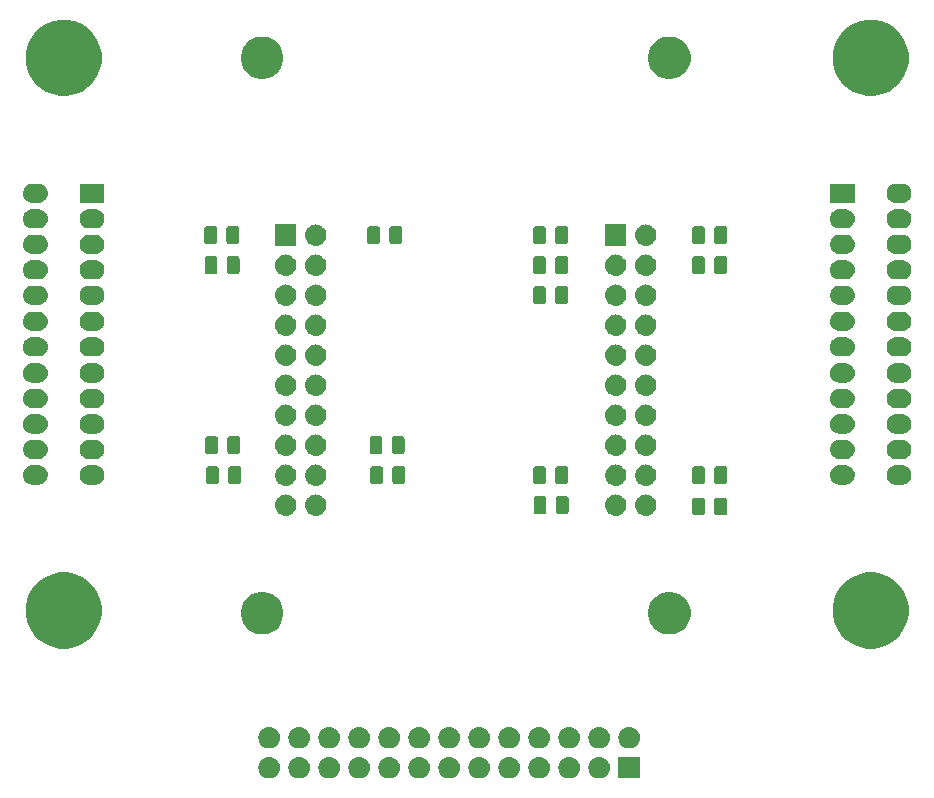
<source format=gbr>
G04 #@! TF.GenerationSoftware,KiCad,Pcbnew,5.0.2+dfsg1-1~bpo9+1*
G04 #@! TF.CreationDate,2019-10-18T00:12:00+01:00*
G04 #@! TF.ProjectId,Sigrok-sniffer,53696772-6f6b-42d7-936e-69666665722e,rev?*
G04 #@! TF.SameCoordinates,Original*
G04 #@! TF.FileFunction,Soldermask,Top*
G04 #@! TF.FilePolarity,Negative*
%FSLAX46Y46*%
G04 Gerber Fmt 4.6, Leading zero omitted, Abs format (unit mm)*
G04 Created by KiCad (PCBNEW 5.0.2+dfsg1-1~bpo9+1) date Fri 18 Oct 2019 00:12:00 BST*
%MOMM*%
%LPD*%
G01*
G04 APERTURE LIST*
%ADD10C,0.100000*%
G04 APERTURE END LIST*
D10*
G36*
X130989294Y-116573633D02*
X131161694Y-116625931D01*
X131161696Y-116625932D01*
X131320583Y-116710859D01*
X131320585Y-116710860D01*
X131320584Y-116710860D01*
X131459849Y-116825151D01*
X131574140Y-116964416D01*
X131659069Y-117123306D01*
X131711367Y-117295706D01*
X131729025Y-117475000D01*
X131711367Y-117654294D01*
X131659069Y-117826694D01*
X131659068Y-117826696D01*
X131574141Y-117985583D01*
X131459849Y-118124849D01*
X131320583Y-118239141D01*
X131161696Y-118324068D01*
X131161694Y-118324069D01*
X130989294Y-118376367D01*
X130854931Y-118389600D01*
X130765069Y-118389600D01*
X130630706Y-118376367D01*
X130458306Y-118324069D01*
X130458304Y-118324068D01*
X130299417Y-118239141D01*
X130160151Y-118124849D01*
X130045859Y-117985583D01*
X129960932Y-117826696D01*
X129960931Y-117826694D01*
X129908633Y-117654294D01*
X129890975Y-117475000D01*
X129908633Y-117295706D01*
X129960931Y-117123306D01*
X130045860Y-116964416D01*
X130160151Y-116825151D01*
X130299416Y-116710860D01*
X130299415Y-116710860D01*
X130299417Y-116710859D01*
X130458304Y-116625932D01*
X130458306Y-116625931D01*
X130630706Y-116573633D01*
X130765069Y-116560400D01*
X130854931Y-116560400D01*
X130989294Y-116573633D01*
X130989294Y-116573633D01*
G37*
G36*
X158929294Y-116573633D02*
X159101694Y-116625931D01*
X159101696Y-116625932D01*
X159260583Y-116710859D01*
X159260585Y-116710860D01*
X159260584Y-116710860D01*
X159399849Y-116825151D01*
X159514140Y-116964416D01*
X159599069Y-117123306D01*
X159651367Y-117295706D01*
X159669025Y-117475000D01*
X159651367Y-117654294D01*
X159599069Y-117826694D01*
X159599068Y-117826696D01*
X159514141Y-117985583D01*
X159399849Y-118124849D01*
X159260583Y-118239141D01*
X159101696Y-118324068D01*
X159101694Y-118324069D01*
X158929294Y-118376367D01*
X158794931Y-118389600D01*
X158705069Y-118389600D01*
X158570706Y-118376367D01*
X158398306Y-118324069D01*
X158398304Y-118324068D01*
X158239417Y-118239141D01*
X158100151Y-118124849D01*
X157985859Y-117985583D01*
X157900932Y-117826696D01*
X157900931Y-117826694D01*
X157848633Y-117654294D01*
X157830975Y-117475000D01*
X157848633Y-117295706D01*
X157900931Y-117123306D01*
X157985860Y-116964416D01*
X158100151Y-116825151D01*
X158239416Y-116710860D01*
X158239415Y-116710860D01*
X158239417Y-116710859D01*
X158398304Y-116625932D01*
X158398306Y-116625931D01*
X158570706Y-116573633D01*
X158705069Y-116560400D01*
X158794931Y-116560400D01*
X158929294Y-116573633D01*
X158929294Y-116573633D01*
G37*
G36*
X162204600Y-118389600D02*
X160375400Y-118389600D01*
X160375400Y-116560400D01*
X162204600Y-116560400D01*
X162204600Y-118389600D01*
X162204600Y-118389600D01*
G37*
G36*
X156389294Y-116573633D02*
X156561694Y-116625931D01*
X156561696Y-116625932D01*
X156720583Y-116710859D01*
X156720585Y-116710860D01*
X156720584Y-116710860D01*
X156859849Y-116825151D01*
X156974140Y-116964416D01*
X157059069Y-117123306D01*
X157111367Y-117295706D01*
X157129025Y-117475000D01*
X157111367Y-117654294D01*
X157059069Y-117826694D01*
X157059068Y-117826696D01*
X156974141Y-117985583D01*
X156859849Y-118124849D01*
X156720583Y-118239141D01*
X156561696Y-118324068D01*
X156561694Y-118324069D01*
X156389294Y-118376367D01*
X156254931Y-118389600D01*
X156165069Y-118389600D01*
X156030706Y-118376367D01*
X155858306Y-118324069D01*
X155858304Y-118324068D01*
X155699417Y-118239141D01*
X155560151Y-118124849D01*
X155445859Y-117985583D01*
X155360932Y-117826696D01*
X155360931Y-117826694D01*
X155308633Y-117654294D01*
X155290975Y-117475000D01*
X155308633Y-117295706D01*
X155360931Y-117123306D01*
X155445860Y-116964416D01*
X155560151Y-116825151D01*
X155699416Y-116710860D01*
X155699415Y-116710860D01*
X155699417Y-116710859D01*
X155858304Y-116625932D01*
X155858306Y-116625931D01*
X156030706Y-116573633D01*
X156165069Y-116560400D01*
X156254931Y-116560400D01*
X156389294Y-116573633D01*
X156389294Y-116573633D01*
G37*
G36*
X153849294Y-116573633D02*
X154021694Y-116625931D01*
X154021696Y-116625932D01*
X154180583Y-116710859D01*
X154180585Y-116710860D01*
X154180584Y-116710860D01*
X154319849Y-116825151D01*
X154434140Y-116964416D01*
X154519069Y-117123306D01*
X154571367Y-117295706D01*
X154589025Y-117475000D01*
X154571367Y-117654294D01*
X154519069Y-117826694D01*
X154519068Y-117826696D01*
X154434141Y-117985583D01*
X154319849Y-118124849D01*
X154180583Y-118239141D01*
X154021696Y-118324068D01*
X154021694Y-118324069D01*
X153849294Y-118376367D01*
X153714931Y-118389600D01*
X153625069Y-118389600D01*
X153490706Y-118376367D01*
X153318306Y-118324069D01*
X153318304Y-118324068D01*
X153159417Y-118239141D01*
X153020151Y-118124849D01*
X152905859Y-117985583D01*
X152820932Y-117826696D01*
X152820931Y-117826694D01*
X152768633Y-117654294D01*
X152750975Y-117475000D01*
X152768633Y-117295706D01*
X152820931Y-117123306D01*
X152905860Y-116964416D01*
X153020151Y-116825151D01*
X153159416Y-116710860D01*
X153159415Y-116710860D01*
X153159417Y-116710859D01*
X153318304Y-116625932D01*
X153318306Y-116625931D01*
X153490706Y-116573633D01*
X153625069Y-116560400D01*
X153714931Y-116560400D01*
X153849294Y-116573633D01*
X153849294Y-116573633D01*
G37*
G36*
X151309294Y-116573633D02*
X151481694Y-116625931D01*
X151481696Y-116625932D01*
X151640583Y-116710859D01*
X151640585Y-116710860D01*
X151640584Y-116710860D01*
X151779849Y-116825151D01*
X151894140Y-116964416D01*
X151979069Y-117123306D01*
X152031367Y-117295706D01*
X152049025Y-117475000D01*
X152031367Y-117654294D01*
X151979069Y-117826694D01*
X151979068Y-117826696D01*
X151894141Y-117985583D01*
X151779849Y-118124849D01*
X151640583Y-118239141D01*
X151481696Y-118324068D01*
X151481694Y-118324069D01*
X151309294Y-118376367D01*
X151174931Y-118389600D01*
X151085069Y-118389600D01*
X150950706Y-118376367D01*
X150778306Y-118324069D01*
X150778304Y-118324068D01*
X150619417Y-118239141D01*
X150480151Y-118124849D01*
X150365859Y-117985583D01*
X150280932Y-117826696D01*
X150280931Y-117826694D01*
X150228633Y-117654294D01*
X150210975Y-117475000D01*
X150228633Y-117295706D01*
X150280931Y-117123306D01*
X150365860Y-116964416D01*
X150480151Y-116825151D01*
X150619416Y-116710860D01*
X150619415Y-116710860D01*
X150619417Y-116710859D01*
X150778304Y-116625932D01*
X150778306Y-116625931D01*
X150950706Y-116573633D01*
X151085069Y-116560400D01*
X151174931Y-116560400D01*
X151309294Y-116573633D01*
X151309294Y-116573633D01*
G37*
G36*
X148769294Y-116573633D02*
X148941694Y-116625931D01*
X148941696Y-116625932D01*
X149100583Y-116710859D01*
X149100585Y-116710860D01*
X149100584Y-116710860D01*
X149239849Y-116825151D01*
X149354140Y-116964416D01*
X149439069Y-117123306D01*
X149491367Y-117295706D01*
X149509025Y-117475000D01*
X149491367Y-117654294D01*
X149439069Y-117826694D01*
X149439068Y-117826696D01*
X149354141Y-117985583D01*
X149239849Y-118124849D01*
X149100583Y-118239141D01*
X148941696Y-118324068D01*
X148941694Y-118324069D01*
X148769294Y-118376367D01*
X148634931Y-118389600D01*
X148545069Y-118389600D01*
X148410706Y-118376367D01*
X148238306Y-118324069D01*
X148238304Y-118324068D01*
X148079417Y-118239141D01*
X147940151Y-118124849D01*
X147825859Y-117985583D01*
X147740932Y-117826696D01*
X147740931Y-117826694D01*
X147688633Y-117654294D01*
X147670975Y-117475000D01*
X147688633Y-117295706D01*
X147740931Y-117123306D01*
X147825860Y-116964416D01*
X147940151Y-116825151D01*
X148079416Y-116710860D01*
X148079415Y-116710860D01*
X148079417Y-116710859D01*
X148238304Y-116625932D01*
X148238306Y-116625931D01*
X148410706Y-116573633D01*
X148545069Y-116560400D01*
X148634931Y-116560400D01*
X148769294Y-116573633D01*
X148769294Y-116573633D01*
G37*
G36*
X146229294Y-116573633D02*
X146401694Y-116625931D01*
X146401696Y-116625932D01*
X146560583Y-116710859D01*
X146560585Y-116710860D01*
X146560584Y-116710860D01*
X146699849Y-116825151D01*
X146814140Y-116964416D01*
X146899069Y-117123306D01*
X146951367Y-117295706D01*
X146969025Y-117475000D01*
X146951367Y-117654294D01*
X146899069Y-117826694D01*
X146899068Y-117826696D01*
X146814141Y-117985583D01*
X146699849Y-118124849D01*
X146560583Y-118239141D01*
X146401696Y-118324068D01*
X146401694Y-118324069D01*
X146229294Y-118376367D01*
X146094931Y-118389600D01*
X146005069Y-118389600D01*
X145870706Y-118376367D01*
X145698306Y-118324069D01*
X145698304Y-118324068D01*
X145539417Y-118239141D01*
X145400151Y-118124849D01*
X145285859Y-117985583D01*
X145200932Y-117826696D01*
X145200931Y-117826694D01*
X145148633Y-117654294D01*
X145130975Y-117475000D01*
X145148633Y-117295706D01*
X145200931Y-117123306D01*
X145285860Y-116964416D01*
X145400151Y-116825151D01*
X145539416Y-116710860D01*
X145539415Y-116710860D01*
X145539417Y-116710859D01*
X145698304Y-116625932D01*
X145698306Y-116625931D01*
X145870706Y-116573633D01*
X146005069Y-116560400D01*
X146094931Y-116560400D01*
X146229294Y-116573633D01*
X146229294Y-116573633D01*
G37*
G36*
X143689294Y-116573633D02*
X143861694Y-116625931D01*
X143861696Y-116625932D01*
X144020583Y-116710859D01*
X144020585Y-116710860D01*
X144020584Y-116710860D01*
X144159849Y-116825151D01*
X144274140Y-116964416D01*
X144359069Y-117123306D01*
X144411367Y-117295706D01*
X144429025Y-117475000D01*
X144411367Y-117654294D01*
X144359069Y-117826694D01*
X144359068Y-117826696D01*
X144274141Y-117985583D01*
X144159849Y-118124849D01*
X144020583Y-118239141D01*
X143861696Y-118324068D01*
X143861694Y-118324069D01*
X143689294Y-118376367D01*
X143554931Y-118389600D01*
X143465069Y-118389600D01*
X143330706Y-118376367D01*
X143158306Y-118324069D01*
X143158304Y-118324068D01*
X142999417Y-118239141D01*
X142860151Y-118124849D01*
X142745859Y-117985583D01*
X142660932Y-117826696D01*
X142660931Y-117826694D01*
X142608633Y-117654294D01*
X142590975Y-117475000D01*
X142608633Y-117295706D01*
X142660931Y-117123306D01*
X142745860Y-116964416D01*
X142860151Y-116825151D01*
X142999416Y-116710860D01*
X142999415Y-116710860D01*
X142999417Y-116710859D01*
X143158304Y-116625932D01*
X143158306Y-116625931D01*
X143330706Y-116573633D01*
X143465069Y-116560400D01*
X143554931Y-116560400D01*
X143689294Y-116573633D01*
X143689294Y-116573633D01*
G37*
G36*
X141149294Y-116573633D02*
X141321694Y-116625931D01*
X141321696Y-116625932D01*
X141480583Y-116710859D01*
X141480585Y-116710860D01*
X141480584Y-116710860D01*
X141619849Y-116825151D01*
X141734140Y-116964416D01*
X141819069Y-117123306D01*
X141871367Y-117295706D01*
X141889025Y-117475000D01*
X141871367Y-117654294D01*
X141819069Y-117826694D01*
X141819068Y-117826696D01*
X141734141Y-117985583D01*
X141619849Y-118124849D01*
X141480583Y-118239141D01*
X141321696Y-118324068D01*
X141321694Y-118324069D01*
X141149294Y-118376367D01*
X141014931Y-118389600D01*
X140925069Y-118389600D01*
X140790706Y-118376367D01*
X140618306Y-118324069D01*
X140618304Y-118324068D01*
X140459417Y-118239141D01*
X140320151Y-118124849D01*
X140205859Y-117985583D01*
X140120932Y-117826696D01*
X140120931Y-117826694D01*
X140068633Y-117654294D01*
X140050975Y-117475000D01*
X140068633Y-117295706D01*
X140120931Y-117123306D01*
X140205860Y-116964416D01*
X140320151Y-116825151D01*
X140459416Y-116710860D01*
X140459415Y-116710860D01*
X140459417Y-116710859D01*
X140618304Y-116625932D01*
X140618306Y-116625931D01*
X140790706Y-116573633D01*
X140925069Y-116560400D01*
X141014931Y-116560400D01*
X141149294Y-116573633D01*
X141149294Y-116573633D01*
G37*
G36*
X138609294Y-116573633D02*
X138781694Y-116625931D01*
X138781696Y-116625932D01*
X138940583Y-116710859D01*
X138940585Y-116710860D01*
X138940584Y-116710860D01*
X139079849Y-116825151D01*
X139194140Y-116964416D01*
X139279069Y-117123306D01*
X139331367Y-117295706D01*
X139349025Y-117475000D01*
X139331367Y-117654294D01*
X139279069Y-117826694D01*
X139279068Y-117826696D01*
X139194141Y-117985583D01*
X139079849Y-118124849D01*
X138940583Y-118239141D01*
X138781696Y-118324068D01*
X138781694Y-118324069D01*
X138609294Y-118376367D01*
X138474931Y-118389600D01*
X138385069Y-118389600D01*
X138250706Y-118376367D01*
X138078306Y-118324069D01*
X138078304Y-118324068D01*
X137919417Y-118239141D01*
X137780151Y-118124849D01*
X137665859Y-117985583D01*
X137580932Y-117826696D01*
X137580931Y-117826694D01*
X137528633Y-117654294D01*
X137510975Y-117475000D01*
X137528633Y-117295706D01*
X137580931Y-117123306D01*
X137665860Y-116964416D01*
X137780151Y-116825151D01*
X137919416Y-116710860D01*
X137919415Y-116710860D01*
X137919417Y-116710859D01*
X138078304Y-116625932D01*
X138078306Y-116625931D01*
X138250706Y-116573633D01*
X138385069Y-116560400D01*
X138474931Y-116560400D01*
X138609294Y-116573633D01*
X138609294Y-116573633D01*
G37*
G36*
X136069294Y-116573633D02*
X136241694Y-116625931D01*
X136241696Y-116625932D01*
X136400583Y-116710859D01*
X136400585Y-116710860D01*
X136400584Y-116710860D01*
X136539849Y-116825151D01*
X136654140Y-116964416D01*
X136739069Y-117123306D01*
X136791367Y-117295706D01*
X136809025Y-117475000D01*
X136791367Y-117654294D01*
X136739069Y-117826694D01*
X136739068Y-117826696D01*
X136654141Y-117985583D01*
X136539849Y-118124849D01*
X136400583Y-118239141D01*
X136241696Y-118324068D01*
X136241694Y-118324069D01*
X136069294Y-118376367D01*
X135934931Y-118389600D01*
X135845069Y-118389600D01*
X135710706Y-118376367D01*
X135538306Y-118324069D01*
X135538304Y-118324068D01*
X135379417Y-118239141D01*
X135240151Y-118124849D01*
X135125859Y-117985583D01*
X135040932Y-117826696D01*
X135040931Y-117826694D01*
X134988633Y-117654294D01*
X134970975Y-117475000D01*
X134988633Y-117295706D01*
X135040931Y-117123306D01*
X135125860Y-116964416D01*
X135240151Y-116825151D01*
X135379416Y-116710860D01*
X135379415Y-116710860D01*
X135379417Y-116710859D01*
X135538304Y-116625932D01*
X135538306Y-116625931D01*
X135710706Y-116573633D01*
X135845069Y-116560400D01*
X135934931Y-116560400D01*
X136069294Y-116573633D01*
X136069294Y-116573633D01*
G37*
G36*
X133529294Y-116573633D02*
X133701694Y-116625931D01*
X133701696Y-116625932D01*
X133860583Y-116710859D01*
X133860585Y-116710860D01*
X133860584Y-116710860D01*
X133999849Y-116825151D01*
X134114140Y-116964416D01*
X134199069Y-117123306D01*
X134251367Y-117295706D01*
X134269025Y-117475000D01*
X134251367Y-117654294D01*
X134199069Y-117826694D01*
X134199068Y-117826696D01*
X134114141Y-117985583D01*
X133999849Y-118124849D01*
X133860583Y-118239141D01*
X133701696Y-118324068D01*
X133701694Y-118324069D01*
X133529294Y-118376367D01*
X133394931Y-118389600D01*
X133305069Y-118389600D01*
X133170706Y-118376367D01*
X132998306Y-118324069D01*
X132998304Y-118324068D01*
X132839417Y-118239141D01*
X132700151Y-118124849D01*
X132585859Y-117985583D01*
X132500932Y-117826696D01*
X132500931Y-117826694D01*
X132448633Y-117654294D01*
X132430975Y-117475000D01*
X132448633Y-117295706D01*
X132500931Y-117123306D01*
X132585860Y-116964416D01*
X132700151Y-116825151D01*
X132839416Y-116710860D01*
X132839415Y-116710860D01*
X132839417Y-116710859D01*
X132998304Y-116625932D01*
X132998306Y-116625931D01*
X133170706Y-116573633D01*
X133305069Y-116560400D01*
X133394931Y-116560400D01*
X133529294Y-116573633D01*
X133529294Y-116573633D01*
G37*
G36*
X143689294Y-114033633D02*
X143861694Y-114085931D01*
X143861696Y-114085932D01*
X144020583Y-114170859D01*
X144020585Y-114170860D01*
X144020584Y-114170860D01*
X144159849Y-114285151D01*
X144274140Y-114424416D01*
X144359069Y-114583306D01*
X144411367Y-114755706D01*
X144429025Y-114935000D01*
X144411367Y-115114294D01*
X144359069Y-115286694D01*
X144359068Y-115286696D01*
X144274141Y-115445583D01*
X144159849Y-115584849D01*
X144020583Y-115699141D01*
X143861696Y-115784068D01*
X143861694Y-115784069D01*
X143689294Y-115836367D01*
X143554931Y-115849600D01*
X143465069Y-115849600D01*
X143330706Y-115836367D01*
X143158306Y-115784069D01*
X143158304Y-115784068D01*
X142999417Y-115699141D01*
X142860151Y-115584849D01*
X142745859Y-115445583D01*
X142660932Y-115286696D01*
X142660931Y-115286694D01*
X142608633Y-115114294D01*
X142590975Y-114935000D01*
X142608633Y-114755706D01*
X142660931Y-114583306D01*
X142745860Y-114424416D01*
X142860151Y-114285151D01*
X142999416Y-114170860D01*
X142999415Y-114170860D01*
X142999417Y-114170859D01*
X143158304Y-114085932D01*
X143158306Y-114085931D01*
X143330706Y-114033633D01*
X143465069Y-114020400D01*
X143554931Y-114020400D01*
X143689294Y-114033633D01*
X143689294Y-114033633D01*
G37*
G36*
X130989294Y-114033633D02*
X131161694Y-114085931D01*
X131161696Y-114085932D01*
X131320583Y-114170859D01*
X131320585Y-114170860D01*
X131320584Y-114170860D01*
X131459849Y-114285151D01*
X131574140Y-114424416D01*
X131659069Y-114583306D01*
X131711367Y-114755706D01*
X131729025Y-114935000D01*
X131711367Y-115114294D01*
X131659069Y-115286694D01*
X131659068Y-115286696D01*
X131574141Y-115445583D01*
X131459849Y-115584849D01*
X131320583Y-115699141D01*
X131161696Y-115784068D01*
X131161694Y-115784069D01*
X130989294Y-115836367D01*
X130854931Y-115849600D01*
X130765069Y-115849600D01*
X130630706Y-115836367D01*
X130458306Y-115784069D01*
X130458304Y-115784068D01*
X130299417Y-115699141D01*
X130160151Y-115584849D01*
X130045859Y-115445583D01*
X129960932Y-115286696D01*
X129960931Y-115286694D01*
X129908633Y-115114294D01*
X129890975Y-114935000D01*
X129908633Y-114755706D01*
X129960931Y-114583306D01*
X130045860Y-114424416D01*
X130160151Y-114285151D01*
X130299416Y-114170860D01*
X130299415Y-114170860D01*
X130299417Y-114170859D01*
X130458304Y-114085932D01*
X130458306Y-114085931D01*
X130630706Y-114033633D01*
X130765069Y-114020400D01*
X130854931Y-114020400D01*
X130989294Y-114033633D01*
X130989294Y-114033633D01*
G37*
G36*
X133529294Y-114033633D02*
X133701694Y-114085931D01*
X133701696Y-114085932D01*
X133860583Y-114170859D01*
X133860585Y-114170860D01*
X133860584Y-114170860D01*
X133999849Y-114285151D01*
X134114140Y-114424416D01*
X134199069Y-114583306D01*
X134251367Y-114755706D01*
X134269025Y-114935000D01*
X134251367Y-115114294D01*
X134199069Y-115286694D01*
X134199068Y-115286696D01*
X134114141Y-115445583D01*
X133999849Y-115584849D01*
X133860583Y-115699141D01*
X133701696Y-115784068D01*
X133701694Y-115784069D01*
X133529294Y-115836367D01*
X133394931Y-115849600D01*
X133305069Y-115849600D01*
X133170706Y-115836367D01*
X132998306Y-115784069D01*
X132998304Y-115784068D01*
X132839417Y-115699141D01*
X132700151Y-115584849D01*
X132585859Y-115445583D01*
X132500932Y-115286696D01*
X132500931Y-115286694D01*
X132448633Y-115114294D01*
X132430975Y-114935000D01*
X132448633Y-114755706D01*
X132500931Y-114583306D01*
X132585860Y-114424416D01*
X132700151Y-114285151D01*
X132839416Y-114170860D01*
X132839415Y-114170860D01*
X132839417Y-114170859D01*
X132998304Y-114085932D01*
X132998306Y-114085931D01*
X133170706Y-114033633D01*
X133305069Y-114020400D01*
X133394931Y-114020400D01*
X133529294Y-114033633D01*
X133529294Y-114033633D01*
G37*
G36*
X136069294Y-114033633D02*
X136241694Y-114085931D01*
X136241696Y-114085932D01*
X136400583Y-114170859D01*
X136400585Y-114170860D01*
X136400584Y-114170860D01*
X136539849Y-114285151D01*
X136654140Y-114424416D01*
X136739069Y-114583306D01*
X136791367Y-114755706D01*
X136809025Y-114935000D01*
X136791367Y-115114294D01*
X136739069Y-115286694D01*
X136739068Y-115286696D01*
X136654141Y-115445583D01*
X136539849Y-115584849D01*
X136400583Y-115699141D01*
X136241696Y-115784068D01*
X136241694Y-115784069D01*
X136069294Y-115836367D01*
X135934931Y-115849600D01*
X135845069Y-115849600D01*
X135710706Y-115836367D01*
X135538306Y-115784069D01*
X135538304Y-115784068D01*
X135379417Y-115699141D01*
X135240151Y-115584849D01*
X135125859Y-115445583D01*
X135040932Y-115286696D01*
X135040931Y-115286694D01*
X134988633Y-115114294D01*
X134970975Y-114935000D01*
X134988633Y-114755706D01*
X135040931Y-114583306D01*
X135125860Y-114424416D01*
X135240151Y-114285151D01*
X135379416Y-114170860D01*
X135379415Y-114170860D01*
X135379417Y-114170859D01*
X135538304Y-114085932D01*
X135538306Y-114085931D01*
X135710706Y-114033633D01*
X135845069Y-114020400D01*
X135934931Y-114020400D01*
X136069294Y-114033633D01*
X136069294Y-114033633D01*
G37*
G36*
X138609294Y-114033633D02*
X138781694Y-114085931D01*
X138781696Y-114085932D01*
X138940583Y-114170859D01*
X138940585Y-114170860D01*
X138940584Y-114170860D01*
X139079849Y-114285151D01*
X139194140Y-114424416D01*
X139279069Y-114583306D01*
X139331367Y-114755706D01*
X139349025Y-114935000D01*
X139331367Y-115114294D01*
X139279069Y-115286694D01*
X139279068Y-115286696D01*
X139194141Y-115445583D01*
X139079849Y-115584849D01*
X138940583Y-115699141D01*
X138781696Y-115784068D01*
X138781694Y-115784069D01*
X138609294Y-115836367D01*
X138474931Y-115849600D01*
X138385069Y-115849600D01*
X138250706Y-115836367D01*
X138078306Y-115784069D01*
X138078304Y-115784068D01*
X137919417Y-115699141D01*
X137780151Y-115584849D01*
X137665859Y-115445583D01*
X137580932Y-115286696D01*
X137580931Y-115286694D01*
X137528633Y-115114294D01*
X137510975Y-114935000D01*
X137528633Y-114755706D01*
X137580931Y-114583306D01*
X137665860Y-114424416D01*
X137780151Y-114285151D01*
X137919416Y-114170860D01*
X137919415Y-114170860D01*
X137919417Y-114170859D01*
X138078304Y-114085932D01*
X138078306Y-114085931D01*
X138250706Y-114033633D01*
X138385069Y-114020400D01*
X138474931Y-114020400D01*
X138609294Y-114033633D01*
X138609294Y-114033633D01*
G37*
G36*
X141149294Y-114033633D02*
X141321694Y-114085931D01*
X141321696Y-114085932D01*
X141480583Y-114170859D01*
X141480585Y-114170860D01*
X141480584Y-114170860D01*
X141619849Y-114285151D01*
X141734140Y-114424416D01*
X141819069Y-114583306D01*
X141871367Y-114755706D01*
X141889025Y-114935000D01*
X141871367Y-115114294D01*
X141819069Y-115286694D01*
X141819068Y-115286696D01*
X141734141Y-115445583D01*
X141619849Y-115584849D01*
X141480583Y-115699141D01*
X141321696Y-115784068D01*
X141321694Y-115784069D01*
X141149294Y-115836367D01*
X141014931Y-115849600D01*
X140925069Y-115849600D01*
X140790706Y-115836367D01*
X140618306Y-115784069D01*
X140618304Y-115784068D01*
X140459417Y-115699141D01*
X140320151Y-115584849D01*
X140205859Y-115445583D01*
X140120932Y-115286696D01*
X140120931Y-115286694D01*
X140068633Y-115114294D01*
X140050975Y-114935000D01*
X140068633Y-114755706D01*
X140120931Y-114583306D01*
X140205860Y-114424416D01*
X140320151Y-114285151D01*
X140459416Y-114170860D01*
X140459415Y-114170860D01*
X140459417Y-114170859D01*
X140618304Y-114085932D01*
X140618306Y-114085931D01*
X140790706Y-114033633D01*
X140925069Y-114020400D01*
X141014931Y-114020400D01*
X141149294Y-114033633D01*
X141149294Y-114033633D01*
G37*
G36*
X148769294Y-114033633D02*
X148941694Y-114085931D01*
X148941696Y-114085932D01*
X149100583Y-114170859D01*
X149100585Y-114170860D01*
X149100584Y-114170860D01*
X149239849Y-114285151D01*
X149354140Y-114424416D01*
X149439069Y-114583306D01*
X149491367Y-114755706D01*
X149509025Y-114935000D01*
X149491367Y-115114294D01*
X149439069Y-115286694D01*
X149439068Y-115286696D01*
X149354141Y-115445583D01*
X149239849Y-115584849D01*
X149100583Y-115699141D01*
X148941696Y-115784068D01*
X148941694Y-115784069D01*
X148769294Y-115836367D01*
X148634931Y-115849600D01*
X148545069Y-115849600D01*
X148410706Y-115836367D01*
X148238306Y-115784069D01*
X148238304Y-115784068D01*
X148079417Y-115699141D01*
X147940151Y-115584849D01*
X147825859Y-115445583D01*
X147740932Y-115286696D01*
X147740931Y-115286694D01*
X147688633Y-115114294D01*
X147670975Y-114935000D01*
X147688633Y-114755706D01*
X147740931Y-114583306D01*
X147825860Y-114424416D01*
X147940151Y-114285151D01*
X148079416Y-114170860D01*
X148079415Y-114170860D01*
X148079417Y-114170859D01*
X148238304Y-114085932D01*
X148238306Y-114085931D01*
X148410706Y-114033633D01*
X148545069Y-114020400D01*
X148634931Y-114020400D01*
X148769294Y-114033633D01*
X148769294Y-114033633D01*
G37*
G36*
X158929294Y-114033633D02*
X159101694Y-114085931D01*
X159101696Y-114085932D01*
X159260583Y-114170859D01*
X159260585Y-114170860D01*
X159260584Y-114170860D01*
X159399849Y-114285151D01*
X159514140Y-114424416D01*
X159599069Y-114583306D01*
X159651367Y-114755706D01*
X159669025Y-114935000D01*
X159651367Y-115114294D01*
X159599069Y-115286694D01*
X159599068Y-115286696D01*
X159514141Y-115445583D01*
X159399849Y-115584849D01*
X159260583Y-115699141D01*
X159101696Y-115784068D01*
X159101694Y-115784069D01*
X158929294Y-115836367D01*
X158794931Y-115849600D01*
X158705069Y-115849600D01*
X158570706Y-115836367D01*
X158398306Y-115784069D01*
X158398304Y-115784068D01*
X158239417Y-115699141D01*
X158100151Y-115584849D01*
X157985859Y-115445583D01*
X157900932Y-115286696D01*
X157900931Y-115286694D01*
X157848633Y-115114294D01*
X157830975Y-114935000D01*
X157848633Y-114755706D01*
X157900931Y-114583306D01*
X157985860Y-114424416D01*
X158100151Y-114285151D01*
X158239416Y-114170860D01*
X158239415Y-114170860D01*
X158239417Y-114170859D01*
X158398304Y-114085932D01*
X158398306Y-114085931D01*
X158570706Y-114033633D01*
X158705069Y-114020400D01*
X158794931Y-114020400D01*
X158929294Y-114033633D01*
X158929294Y-114033633D01*
G37*
G36*
X146229294Y-114033633D02*
X146401694Y-114085931D01*
X146401696Y-114085932D01*
X146560583Y-114170859D01*
X146560585Y-114170860D01*
X146560584Y-114170860D01*
X146699849Y-114285151D01*
X146814140Y-114424416D01*
X146899069Y-114583306D01*
X146951367Y-114755706D01*
X146969025Y-114935000D01*
X146951367Y-115114294D01*
X146899069Y-115286694D01*
X146899068Y-115286696D01*
X146814141Y-115445583D01*
X146699849Y-115584849D01*
X146560583Y-115699141D01*
X146401696Y-115784068D01*
X146401694Y-115784069D01*
X146229294Y-115836367D01*
X146094931Y-115849600D01*
X146005069Y-115849600D01*
X145870706Y-115836367D01*
X145698306Y-115784069D01*
X145698304Y-115784068D01*
X145539417Y-115699141D01*
X145400151Y-115584849D01*
X145285859Y-115445583D01*
X145200932Y-115286696D01*
X145200931Y-115286694D01*
X145148633Y-115114294D01*
X145130975Y-114935000D01*
X145148633Y-114755706D01*
X145200931Y-114583306D01*
X145285860Y-114424416D01*
X145400151Y-114285151D01*
X145539416Y-114170860D01*
X145539415Y-114170860D01*
X145539417Y-114170859D01*
X145698304Y-114085932D01*
X145698306Y-114085931D01*
X145870706Y-114033633D01*
X146005069Y-114020400D01*
X146094931Y-114020400D01*
X146229294Y-114033633D01*
X146229294Y-114033633D01*
G37*
G36*
X156389294Y-114033633D02*
X156561694Y-114085931D01*
X156561696Y-114085932D01*
X156720583Y-114170859D01*
X156720585Y-114170860D01*
X156720584Y-114170860D01*
X156859849Y-114285151D01*
X156974140Y-114424416D01*
X157059069Y-114583306D01*
X157111367Y-114755706D01*
X157129025Y-114935000D01*
X157111367Y-115114294D01*
X157059069Y-115286694D01*
X157059068Y-115286696D01*
X156974141Y-115445583D01*
X156859849Y-115584849D01*
X156720583Y-115699141D01*
X156561696Y-115784068D01*
X156561694Y-115784069D01*
X156389294Y-115836367D01*
X156254931Y-115849600D01*
X156165069Y-115849600D01*
X156030706Y-115836367D01*
X155858306Y-115784069D01*
X155858304Y-115784068D01*
X155699417Y-115699141D01*
X155560151Y-115584849D01*
X155445859Y-115445583D01*
X155360932Y-115286696D01*
X155360931Y-115286694D01*
X155308633Y-115114294D01*
X155290975Y-114935000D01*
X155308633Y-114755706D01*
X155360931Y-114583306D01*
X155445860Y-114424416D01*
X155560151Y-114285151D01*
X155699416Y-114170860D01*
X155699415Y-114170860D01*
X155699417Y-114170859D01*
X155858304Y-114085932D01*
X155858306Y-114085931D01*
X156030706Y-114033633D01*
X156165069Y-114020400D01*
X156254931Y-114020400D01*
X156389294Y-114033633D01*
X156389294Y-114033633D01*
G37*
G36*
X161469294Y-114033633D02*
X161641694Y-114085931D01*
X161641696Y-114085932D01*
X161800583Y-114170859D01*
X161800585Y-114170860D01*
X161800584Y-114170860D01*
X161939849Y-114285151D01*
X162054140Y-114424416D01*
X162139069Y-114583306D01*
X162191367Y-114755706D01*
X162209025Y-114935000D01*
X162191367Y-115114294D01*
X162139069Y-115286694D01*
X162139068Y-115286696D01*
X162054141Y-115445583D01*
X161939849Y-115584849D01*
X161800583Y-115699141D01*
X161641696Y-115784068D01*
X161641694Y-115784069D01*
X161469294Y-115836367D01*
X161334931Y-115849600D01*
X161245069Y-115849600D01*
X161110706Y-115836367D01*
X160938306Y-115784069D01*
X160938304Y-115784068D01*
X160779417Y-115699141D01*
X160640151Y-115584849D01*
X160525859Y-115445583D01*
X160440932Y-115286696D01*
X160440931Y-115286694D01*
X160388633Y-115114294D01*
X160370975Y-114935000D01*
X160388633Y-114755706D01*
X160440931Y-114583306D01*
X160525860Y-114424416D01*
X160640151Y-114285151D01*
X160779416Y-114170860D01*
X160779415Y-114170860D01*
X160779417Y-114170859D01*
X160938304Y-114085932D01*
X160938306Y-114085931D01*
X161110706Y-114033633D01*
X161245069Y-114020400D01*
X161334931Y-114020400D01*
X161469294Y-114033633D01*
X161469294Y-114033633D01*
G37*
G36*
X153849294Y-114033633D02*
X154021694Y-114085931D01*
X154021696Y-114085932D01*
X154180583Y-114170859D01*
X154180585Y-114170860D01*
X154180584Y-114170860D01*
X154319849Y-114285151D01*
X154434140Y-114424416D01*
X154519069Y-114583306D01*
X154571367Y-114755706D01*
X154589025Y-114935000D01*
X154571367Y-115114294D01*
X154519069Y-115286694D01*
X154519068Y-115286696D01*
X154434141Y-115445583D01*
X154319849Y-115584849D01*
X154180583Y-115699141D01*
X154021696Y-115784068D01*
X154021694Y-115784069D01*
X153849294Y-115836367D01*
X153714931Y-115849600D01*
X153625069Y-115849600D01*
X153490706Y-115836367D01*
X153318306Y-115784069D01*
X153318304Y-115784068D01*
X153159417Y-115699141D01*
X153020151Y-115584849D01*
X152905859Y-115445583D01*
X152820932Y-115286696D01*
X152820931Y-115286694D01*
X152768633Y-115114294D01*
X152750975Y-114935000D01*
X152768633Y-114755706D01*
X152820931Y-114583306D01*
X152905860Y-114424416D01*
X153020151Y-114285151D01*
X153159416Y-114170860D01*
X153159415Y-114170860D01*
X153159417Y-114170859D01*
X153318304Y-114085932D01*
X153318306Y-114085931D01*
X153490706Y-114033633D01*
X153625069Y-114020400D01*
X153714931Y-114020400D01*
X153849294Y-114033633D01*
X153849294Y-114033633D01*
G37*
G36*
X151309294Y-114033633D02*
X151481694Y-114085931D01*
X151481696Y-114085932D01*
X151640583Y-114170859D01*
X151640585Y-114170860D01*
X151640584Y-114170860D01*
X151779849Y-114285151D01*
X151894140Y-114424416D01*
X151979069Y-114583306D01*
X152031367Y-114755706D01*
X152049025Y-114935000D01*
X152031367Y-115114294D01*
X151979069Y-115286694D01*
X151979068Y-115286696D01*
X151894141Y-115445583D01*
X151779849Y-115584849D01*
X151640583Y-115699141D01*
X151481696Y-115784068D01*
X151481694Y-115784069D01*
X151309294Y-115836367D01*
X151174931Y-115849600D01*
X151085069Y-115849600D01*
X150950706Y-115836367D01*
X150778306Y-115784069D01*
X150778304Y-115784068D01*
X150619417Y-115699141D01*
X150480151Y-115584849D01*
X150365859Y-115445583D01*
X150280932Y-115286696D01*
X150280931Y-115286694D01*
X150228633Y-115114294D01*
X150210975Y-114935000D01*
X150228633Y-114755706D01*
X150280931Y-114583306D01*
X150365860Y-114424416D01*
X150480151Y-114285151D01*
X150619416Y-114170860D01*
X150619415Y-114170860D01*
X150619417Y-114170859D01*
X150778304Y-114085932D01*
X150778306Y-114085931D01*
X150950706Y-114033633D01*
X151085069Y-114020400D01*
X151174931Y-114020400D01*
X151309294Y-114033633D01*
X151309294Y-114033633D01*
G37*
G36*
X114351989Y-101063373D02*
X114939083Y-101306555D01*
X115467458Y-101659604D01*
X115916796Y-102108942D01*
X116269845Y-102637317D01*
X116513027Y-103224411D01*
X116637000Y-103847665D01*
X116637000Y-104483135D01*
X116513027Y-105106389D01*
X116269845Y-105693483D01*
X115916796Y-106221858D01*
X115467458Y-106671196D01*
X114939083Y-107024245D01*
X114351989Y-107267427D01*
X113728735Y-107391400D01*
X113093265Y-107391400D01*
X112470011Y-107267427D01*
X111882917Y-107024245D01*
X111354542Y-106671196D01*
X110905204Y-106221858D01*
X110552155Y-105693483D01*
X110308973Y-105106389D01*
X110185000Y-104483135D01*
X110185000Y-103847665D01*
X110308973Y-103224411D01*
X110552155Y-102637317D01*
X110905204Y-102108942D01*
X111354542Y-101659604D01*
X111882917Y-101306555D01*
X112470011Y-101063373D01*
X113093265Y-100939400D01*
X113728735Y-100939400D01*
X114351989Y-101063373D01*
X114351989Y-101063373D01*
G37*
G36*
X182677989Y-101063373D02*
X183265083Y-101306555D01*
X183793458Y-101659604D01*
X184242796Y-102108942D01*
X184595845Y-102637317D01*
X184839027Y-103224411D01*
X184963000Y-103847665D01*
X184963000Y-104483135D01*
X184839027Y-105106389D01*
X184595845Y-105693483D01*
X184242796Y-106221858D01*
X183793458Y-106671196D01*
X183265083Y-107024245D01*
X182677989Y-107267427D01*
X182054735Y-107391400D01*
X181419265Y-107391400D01*
X180796011Y-107267427D01*
X180208917Y-107024245D01*
X179680542Y-106671196D01*
X179231204Y-106221858D01*
X178878155Y-105693483D01*
X178634973Y-105106389D01*
X178511000Y-104483135D01*
X178511000Y-103847665D01*
X178634973Y-103224411D01*
X178878155Y-102637317D01*
X179231204Y-102108942D01*
X179680542Y-101659604D01*
X180208917Y-101306555D01*
X180796011Y-101063373D01*
X181419265Y-100939400D01*
X182054735Y-100939400D01*
X182677989Y-101063373D01*
X182677989Y-101063373D01*
G37*
G36*
X130732331Y-102658211D02*
X131060092Y-102793974D01*
X131355073Y-102991074D01*
X131605926Y-103241927D01*
X131803026Y-103536908D01*
X131938789Y-103864669D01*
X132008000Y-104212616D01*
X132008000Y-104567384D01*
X131938789Y-104915331D01*
X131803026Y-105243092D01*
X131605926Y-105538073D01*
X131355073Y-105788926D01*
X131060092Y-105986026D01*
X130732331Y-106121789D01*
X130384384Y-106191000D01*
X130029616Y-106191000D01*
X129681669Y-106121789D01*
X129353908Y-105986026D01*
X129058927Y-105788926D01*
X128808074Y-105538073D01*
X128610974Y-105243092D01*
X128475211Y-104915331D01*
X128406000Y-104567384D01*
X128406000Y-104212616D01*
X128475211Y-103864669D01*
X128610974Y-103536908D01*
X128808074Y-103241927D01*
X129058927Y-102991074D01*
X129353908Y-102793974D01*
X129681669Y-102658211D01*
X130029616Y-102589000D01*
X130384384Y-102589000D01*
X130732331Y-102658211D01*
X130732331Y-102658211D01*
G37*
G36*
X165212331Y-102658211D02*
X165540092Y-102793974D01*
X165835073Y-102991074D01*
X166085926Y-103241927D01*
X166283026Y-103536908D01*
X166418789Y-103864669D01*
X166488000Y-104212616D01*
X166488000Y-104567384D01*
X166418789Y-104915331D01*
X166283026Y-105243092D01*
X166085926Y-105538073D01*
X165835073Y-105788926D01*
X165540092Y-105986026D01*
X165212331Y-106121789D01*
X164864384Y-106191000D01*
X164509616Y-106191000D01*
X164161669Y-106121789D01*
X163833908Y-105986026D01*
X163538927Y-105788926D01*
X163288074Y-105538073D01*
X163090974Y-105243092D01*
X162955211Y-104915331D01*
X162886000Y-104567384D01*
X162886000Y-104212616D01*
X162955211Y-103864669D01*
X163090974Y-103536908D01*
X163288074Y-103241927D01*
X163538927Y-102991074D01*
X163833908Y-102793974D01*
X164161669Y-102658211D01*
X164509616Y-102589000D01*
X164864384Y-102589000D01*
X165212331Y-102658211D01*
X165212331Y-102658211D01*
G37*
G36*
X134857442Y-94355518D02*
X134923627Y-94362037D01*
X135036853Y-94396384D01*
X135093467Y-94413557D01*
X135232087Y-94487652D01*
X135249991Y-94497222D01*
X135285729Y-94526552D01*
X135387186Y-94609814D01*
X135450516Y-94686983D01*
X135499778Y-94747009D01*
X135499779Y-94747011D01*
X135583443Y-94903533D01*
X135583443Y-94903534D01*
X135634963Y-95073373D01*
X135652359Y-95250000D01*
X135634963Y-95426627D01*
X135600616Y-95539853D01*
X135583443Y-95596467D01*
X135511132Y-95731750D01*
X135499778Y-95752991D01*
X135474101Y-95784278D01*
X135387186Y-95890186D01*
X135299937Y-95961788D01*
X135249991Y-96002778D01*
X135249989Y-96002779D01*
X135093467Y-96086443D01*
X135072998Y-96092652D01*
X134923627Y-96137963D01*
X134857443Y-96144481D01*
X134791260Y-96151000D01*
X134702740Y-96151000D01*
X134636558Y-96144482D01*
X134570373Y-96137963D01*
X134421002Y-96092652D01*
X134400533Y-96086443D01*
X134244011Y-96002779D01*
X134244009Y-96002778D01*
X134194063Y-95961788D01*
X134106814Y-95890186D01*
X134019899Y-95784278D01*
X133994222Y-95752991D01*
X133982868Y-95731750D01*
X133910557Y-95596467D01*
X133893384Y-95539853D01*
X133859037Y-95426627D01*
X133841641Y-95250000D01*
X133859037Y-95073373D01*
X133910557Y-94903534D01*
X133910557Y-94903533D01*
X133994221Y-94747011D01*
X133994222Y-94747009D01*
X134043484Y-94686983D01*
X134106814Y-94609814D01*
X134208271Y-94526552D01*
X134244009Y-94497222D01*
X134261913Y-94487652D01*
X134400533Y-94413557D01*
X134457147Y-94396384D01*
X134570373Y-94362037D01*
X134636557Y-94355519D01*
X134702740Y-94349000D01*
X134791260Y-94349000D01*
X134857442Y-94355518D01*
X134857442Y-94355518D01*
G37*
G36*
X132317442Y-94355518D02*
X132383627Y-94362037D01*
X132496853Y-94396384D01*
X132553467Y-94413557D01*
X132692087Y-94487652D01*
X132709991Y-94497222D01*
X132745729Y-94526552D01*
X132847186Y-94609814D01*
X132910516Y-94686983D01*
X132959778Y-94747009D01*
X132959779Y-94747011D01*
X133043443Y-94903533D01*
X133043443Y-94903534D01*
X133094963Y-95073373D01*
X133112359Y-95250000D01*
X133094963Y-95426627D01*
X133060616Y-95539853D01*
X133043443Y-95596467D01*
X132971132Y-95731750D01*
X132959778Y-95752991D01*
X132934101Y-95784278D01*
X132847186Y-95890186D01*
X132759937Y-95961788D01*
X132709991Y-96002778D01*
X132709989Y-96002779D01*
X132553467Y-96086443D01*
X132532998Y-96092652D01*
X132383627Y-96137963D01*
X132317443Y-96144481D01*
X132251260Y-96151000D01*
X132162740Y-96151000D01*
X132096558Y-96144482D01*
X132030373Y-96137963D01*
X131881002Y-96092652D01*
X131860533Y-96086443D01*
X131704011Y-96002779D01*
X131704009Y-96002778D01*
X131654063Y-95961788D01*
X131566814Y-95890186D01*
X131479899Y-95784278D01*
X131454222Y-95752991D01*
X131442868Y-95731750D01*
X131370557Y-95596467D01*
X131353384Y-95539853D01*
X131319037Y-95426627D01*
X131301641Y-95250000D01*
X131319037Y-95073373D01*
X131370557Y-94903534D01*
X131370557Y-94903533D01*
X131454221Y-94747011D01*
X131454222Y-94747009D01*
X131503484Y-94686983D01*
X131566814Y-94609814D01*
X131668271Y-94526552D01*
X131704009Y-94497222D01*
X131721913Y-94487652D01*
X131860533Y-94413557D01*
X131917147Y-94396384D01*
X132030373Y-94362037D01*
X132096557Y-94355519D01*
X132162740Y-94349000D01*
X132251260Y-94349000D01*
X132317442Y-94355518D01*
X132317442Y-94355518D01*
G37*
G36*
X162797442Y-94355518D02*
X162863627Y-94362037D01*
X162976853Y-94396384D01*
X163033467Y-94413557D01*
X163172087Y-94487652D01*
X163189991Y-94497222D01*
X163225729Y-94526552D01*
X163327186Y-94609814D01*
X163390516Y-94686983D01*
X163439778Y-94747009D01*
X163439779Y-94747011D01*
X163523443Y-94903533D01*
X163523443Y-94903534D01*
X163574963Y-95073373D01*
X163592359Y-95250000D01*
X163574963Y-95426627D01*
X163540616Y-95539853D01*
X163523443Y-95596467D01*
X163451132Y-95731750D01*
X163439778Y-95752991D01*
X163414101Y-95784278D01*
X163327186Y-95890186D01*
X163239937Y-95961788D01*
X163189991Y-96002778D01*
X163189989Y-96002779D01*
X163033467Y-96086443D01*
X163012998Y-96092652D01*
X162863627Y-96137963D01*
X162797443Y-96144481D01*
X162731260Y-96151000D01*
X162642740Y-96151000D01*
X162576558Y-96144482D01*
X162510373Y-96137963D01*
X162361002Y-96092652D01*
X162340533Y-96086443D01*
X162184011Y-96002779D01*
X162184009Y-96002778D01*
X162134063Y-95961788D01*
X162046814Y-95890186D01*
X161959899Y-95784278D01*
X161934222Y-95752991D01*
X161922868Y-95731750D01*
X161850557Y-95596467D01*
X161833384Y-95539853D01*
X161799037Y-95426627D01*
X161781641Y-95250000D01*
X161799037Y-95073373D01*
X161850557Y-94903534D01*
X161850557Y-94903533D01*
X161934221Y-94747011D01*
X161934222Y-94747009D01*
X161983484Y-94686983D01*
X162046814Y-94609814D01*
X162148271Y-94526552D01*
X162184009Y-94497222D01*
X162201913Y-94487652D01*
X162340533Y-94413557D01*
X162397147Y-94396384D01*
X162510373Y-94362037D01*
X162576557Y-94355519D01*
X162642740Y-94349000D01*
X162731260Y-94349000D01*
X162797442Y-94355518D01*
X162797442Y-94355518D01*
G37*
G36*
X160257442Y-94355518D02*
X160323627Y-94362037D01*
X160436853Y-94396384D01*
X160493467Y-94413557D01*
X160632087Y-94487652D01*
X160649991Y-94497222D01*
X160685729Y-94526552D01*
X160787186Y-94609814D01*
X160850516Y-94686983D01*
X160899778Y-94747009D01*
X160899779Y-94747011D01*
X160983443Y-94903533D01*
X160983443Y-94903534D01*
X161034963Y-95073373D01*
X161052359Y-95250000D01*
X161034963Y-95426627D01*
X161000616Y-95539853D01*
X160983443Y-95596467D01*
X160911132Y-95731750D01*
X160899778Y-95752991D01*
X160874101Y-95784278D01*
X160787186Y-95890186D01*
X160699937Y-95961788D01*
X160649991Y-96002778D01*
X160649989Y-96002779D01*
X160493467Y-96086443D01*
X160472998Y-96092652D01*
X160323627Y-96137963D01*
X160257443Y-96144481D01*
X160191260Y-96151000D01*
X160102740Y-96151000D01*
X160036558Y-96144482D01*
X159970373Y-96137963D01*
X159821002Y-96092652D01*
X159800533Y-96086443D01*
X159644011Y-96002779D01*
X159644009Y-96002778D01*
X159594063Y-95961788D01*
X159506814Y-95890186D01*
X159419899Y-95784278D01*
X159394222Y-95752991D01*
X159382868Y-95731750D01*
X159310557Y-95596467D01*
X159293384Y-95539853D01*
X159259037Y-95426627D01*
X159241641Y-95250000D01*
X159259037Y-95073373D01*
X159310557Y-94903534D01*
X159310557Y-94903533D01*
X159394221Y-94747011D01*
X159394222Y-94747009D01*
X159443484Y-94686983D01*
X159506814Y-94609814D01*
X159608271Y-94526552D01*
X159644009Y-94497222D01*
X159661913Y-94487652D01*
X159800533Y-94413557D01*
X159857147Y-94396384D01*
X159970373Y-94362037D01*
X160036557Y-94355519D01*
X160102740Y-94349000D01*
X160191260Y-94349000D01*
X160257442Y-94355518D01*
X160257442Y-94355518D01*
G37*
G36*
X167533966Y-94630565D02*
X167572637Y-94642296D01*
X167608279Y-94661348D01*
X167639517Y-94686983D01*
X167665152Y-94718221D01*
X167684204Y-94753863D01*
X167695935Y-94792534D01*
X167700500Y-94838888D01*
X167700500Y-95915112D01*
X167695935Y-95961466D01*
X167684204Y-96000137D01*
X167665152Y-96035779D01*
X167639517Y-96067017D01*
X167608279Y-96092652D01*
X167572637Y-96111704D01*
X167533966Y-96123435D01*
X167487612Y-96128000D01*
X166836388Y-96128000D01*
X166790034Y-96123435D01*
X166751363Y-96111704D01*
X166715721Y-96092652D01*
X166684483Y-96067017D01*
X166658848Y-96035779D01*
X166639796Y-96000137D01*
X166628065Y-95961466D01*
X166623500Y-95915112D01*
X166623500Y-94838888D01*
X166628065Y-94792534D01*
X166639796Y-94753863D01*
X166658848Y-94718221D01*
X166684483Y-94686983D01*
X166715721Y-94661348D01*
X166751363Y-94642296D01*
X166790034Y-94630565D01*
X166836388Y-94626000D01*
X167487612Y-94626000D01*
X167533966Y-94630565D01*
X167533966Y-94630565D01*
G37*
G36*
X169408966Y-94630565D02*
X169447637Y-94642296D01*
X169483279Y-94661348D01*
X169514517Y-94686983D01*
X169540152Y-94718221D01*
X169559204Y-94753863D01*
X169570935Y-94792534D01*
X169575500Y-94838888D01*
X169575500Y-95915112D01*
X169570935Y-95961466D01*
X169559204Y-96000137D01*
X169540152Y-96035779D01*
X169514517Y-96067017D01*
X169483279Y-96092652D01*
X169447637Y-96111704D01*
X169408966Y-96123435D01*
X169362612Y-96128000D01*
X168711388Y-96128000D01*
X168665034Y-96123435D01*
X168626363Y-96111704D01*
X168590721Y-96092652D01*
X168559483Y-96067017D01*
X168533848Y-96035779D01*
X168514796Y-96000137D01*
X168503065Y-95961466D01*
X168498500Y-95915112D01*
X168498500Y-94838888D01*
X168503065Y-94792534D01*
X168514796Y-94753863D01*
X168533848Y-94718221D01*
X168559483Y-94686983D01*
X168590721Y-94661348D01*
X168626363Y-94642296D01*
X168665034Y-94630565D01*
X168711388Y-94626000D01*
X169362612Y-94626000D01*
X169408966Y-94630565D01*
X169408966Y-94630565D01*
G37*
G36*
X155995466Y-94503565D02*
X156034137Y-94515296D01*
X156069779Y-94534348D01*
X156101017Y-94559983D01*
X156126652Y-94591221D01*
X156145704Y-94626863D01*
X156157435Y-94665534D01*
X156162000Y-94711888D01*
X156162000Y-95788112D01*
X156157435Y-95834466D01*
X156145704Y-95873137D01*
X156126652Y-95908779D01*
X156101017Y-95940017D01*
X156069779Y-95965652D01*
X156034137Y-95984704D01*
X155995466Y-95996435D01*
X155949112Y-96001000D01*
X155297888Y-96001000D01*
X155251534Y-95996435D01*
X155212863Y-95984704D01*
X155177221Y-95965652D01*
X155145983Y-95940017D01*
X155120348Y-95908779D01*
X155101296Y-95873137D01*
X155089565Y-95834466D01*
X155085000Y-95788112D01*
X155085000Y-94711888D01*
X155089565Y-94665534D01*
X155101296Y-94626863D01*
X155120348Y-94591221D01*
X155145983Y-94559983D01*
X155177221Y-94534348D01*
X155212863Y-94515296D01*
X155251534Y-94503565D01*
X155297888Y-94499000D01*
X155949112Y-94499000D01*
X155995466Y-94503565D01*
X155995466Y-94503565D01*
G37*
G36*
X154120466Y-94503565D02*
X154159137Y-94515296D01*
X154194779Y-94534348D01*
X154226017Y-94559983D01*
X154251652Y-94591221D01*
X154270704Y-94626863D01*
X154282435Y-94665534D01*
X154287000Y-94711888D01*
X154287000Y-95788112D01*
X154282435Y-95834466D01*
X154270704Y-95873137D01*
X154251652Y-95908779D01*
X154226017Y-95940017D01*
X154194779Y-95965652D01*
X154159137Y-95984704D01*
X154120466Y-95996435D01*
X154074112Y-96001000D01*
X153422888Y-96001000D01*
X153376534Y-95996435D01*
X153337863Y-95984704D01*
X153302221Y-95965652D01*
X153270983Y-95940017D01*
X153245348Y-95908779D01*
X153226296Y-95873137D01*
X153214565Y-95834466D01*
X153210000Y-95788112D01*
X153210000Y-94711888D01*
X153214565Y-94665534D01*
X153226296Y-94626863D01*
X153245348Y-94591221D01*
X153270983Y-94559983D01*
X153302221Y-94534348D01*
X153337863Y-94515296D01*
X153376534Y-94503565D01*
X153422888Y-94499000D01*
X154074112Y-94499000D01*
X154120466Y-94503565D01*
X154120466Y-94503565D01*
G37*
G36*
X160257442Y-91815518D02*
X160323627Y-91822037D01*
X160436853Y-91856384D01*
X160493467Y-91873557D01*
X160622546Y-91942552D01*
X160649991Y-91957222D01*
X160685729Y-91986552D01*
X160787186Y-92069814D01*
X160870448Y-92171271D01*
X160899778Y-92207009D01*
X160899779Y-92207011D01*
X160983443Y-92363533D01*
X161000616Y-92420147D01*
X161034963Y-92533373D01*
X161052359Y-92710000D01*
X161034963Y-92886627D01*
X161000616Y-92999853D01*
X160983443Y-93056467D01*
X160932825Y-93151165D01*
X160899778Y-93212991D01*
X160874101Y-93244278D01*
X160787186Y-93350186D01*
X160695229Y-93425652D01*
X160649991Y-93462778D01*
X160649989Y-93462779D01*
X160493467Y-93546443D01*
X160436853Y-93563616D01*
X160323627Y-93597963D01*
X160257442Y-93604482D01*
X160191260Y-93611000D01*
X160102740Y-93611000D01*
X160036557Y-93604481D01*
X159970373Y-93597963D01*
X159857147Y-93563616D01*
X159800533Y-93546443D01*
X159644011Y-93462779D01*
X159644009Y-93462778D01*
X159598771Y-93425652D01*
X159506814Y-93350186D01*
X159419899Y-93244278D01*
X159394222Y-93212991D01*
X159361175Y-93151165D01*
X159310557Y-93056467D01*
X159293384Y-92999853D01*
X159259037Y-92886627D01*
X159241641Y-92710000D01*
X159259037Y-92533373D01*
X159293384Y-92420147D01*
X159310557Y-92363533D01*
X159394221Y-92207011D01*
X159394222Y-92207009D01*
X159423552Y-92171271D01*
X159506814Y-92069814D01*
X159608271Y-91986552D01*
X159644009Y-91957222D01*
X159671454Y-91942552D01*
X159800533Y-91873557D01*
X159857147Y-91856384D01*
X159970373Y-91822037D01*
X160036558Y-91815518D01*
X160102740Y-91809000D01*
X160191260Y-91809000D01*
X160257442Y-91815518D01*
X160257442Y-91815518D01*
G37*
G36*
X162797442Y-91815518D02*
X162863627Y-91822037D01*
X162976853Y-91856384D01*
X163033467Y-91873557D01*
X163162546Y-91942552D01*
X163189991Y-91957222D01*
X163225729Y-91986552D01*
X163327186Y-92069814D01*
X163410448Y-92171271D01*
X163439778Y-92207009D01*
X163439779Y-92207011D01*
X163523443Y-92363533D01*
X163540616Y-92420147D01*
X163574963Y-92533373D01*
X163592359Y-92710000D01*
X163574963Y-92886627D01*
X163540616Y-92999853D01*
X163523443Y-93056467D01*
X163472825Y-93151165D01*
X163439778Y-93212991D01*
X163414101Y-93244278D01*
X163327186Y-93350186D01*
X163235229Y-93425652D01*
X163189991Y-93462778D01*
X163189989Y-93462779D01*
X163033467Y-93546443D01*
X162976853Y-93563616D01*
X162863627Y-93597963D01*
X162797442Y-93604482D01*
X162731260Y-93611000D01*
X162642740Y-93611000D01*
X162576557Y-93604481D01*
X162510373Y-93597963D01*
X162397147Y-93563616D01*
X162340533Y-93546443D01*
X162184011Y-93462779D01*
X162184009Y-93462778D01*
X162138771Y-93425652D01*
X162046814Y-93350186D01*
X161959899Y-93244278D01*
X161934222Y-93212991D01*
X161901175Y-93151165D01*
X161850557Y-93056467D01*
X161833384Y-92999853D01*
X161799037Y-92886627D01*
X161781641Y-92710000D01*
X161799037Y-92533373D01*
X161833384Y-92420147D01*
X161850557Y-92363533D01*
X161934221Y-92207011D01*
X161934222Y-92207009D01*
X161963552Y-92171271D01*
X162046814Y-92069814D01*
X162148271Y-91986552D01*
X162184009Y-91957222D01*
X162211454Y-91942552D01*
X162340533Y-91873557D01*
X162397147Y-91856384D01*
X162510373Y-91822037D01*
X162576558Y-91815518D01*
X162642740Y-91809000D01*
X162731260Y-91809000D01*
X162797442Y-91815518D01*
X162797442Y-91815518D01*
G37*
G36*
X132317442Y-91815518D02*
X132383627Y-91822037D01*
X132496853Y-91856384D01*
X132553467Y-91873557D01*
X132682546Y-91942552D01*
X132709991Y-91957222D01*
X132745729Y-91986552D01*
X132847186Y-92069814D01*
X132930448Y-92171271D01*
X132959778Y-92207009D01*
X132959779Y-92207011D01*
X133043443Y-92363533D01*
X133060616Y-92420147D01*
X133094963Y-92533373D01*
X133112359Y-92710000D01*
X133094963Y-92886627D01*
X133060616Y-92999853D01*
X133043443Y-93056467D01*
X132992825Y-93151165D01*
X132959778Y-93212991D01*
X132934101Y-93244278D01*
X132847186Y-93350186D01*
X132755229Y-93425652D01*
X132709991Y-93462778D01*
X132709989Y-93462779D01*
X132553467Y-93546443D01*
X132496853Y-93563616D01*
X132383627Y-93597963D01*
X132317442Y-93604482D01*
X132251260Y-93611000D01*
X132162740Y-93611000D01*
X132096557Y-93604481D01*
X132030373Y-93597963D01*
X131917147Y-93563616D01*
X131860533Y-93546443D01*
X131704011Y-93462779D01*
X131704009Y-93462778D01*
X131658771Y-93425652D01*
X131566814Y-93350186D01*
X131479899Y-93244278D01*
X131454222Y-93212991D01*
X131421175Y-93151165D01*
X131370557Y-93056467D01*
X131353384Y-92999853D01*
X131319037Y-92886627D01*
X131301641Y-92710000D01*
X131319037Y-92533373D01*
X131353384Y-92420147D01*
X131370557Y-92363533D01*
X131454221Y-92207011D01*
X131454222Y-92207009D01*
X131483552Y-92171271D01*
X131566814Y-92069814D01*
X131668271Y-91986552D01*
X131704009Y-91957222D01*
X131731454Y-91942552D01*
X131860533Y-91873557D01*
X131917147Y-91856384D01*
X132030373Y-91822037D01*
X132096558Y-91815518D01*
X132162740Y-91809000D01*
X132251260Y-91809000D01*
X132317442Y-91815518D01*
X132317442Y-91815518D01*
G37*
G36*
X134857442Y-91815518D02*
X134923627Y-91822037D01*
X135036853Y-91856384D01*
X135093467Y-91873557D01*
X135222546Y-91942552D01*
X135249991Y-91957222D01*
X135285729Y-91986552D01*
X135387186Y-92069814D01*
X135470448Y-92171271D01*
X135499778Y-92207009D01*
X135499779Y-92207011D01*
X135583443Y-92363533D01*
X135600616Y-92420147D01*
X135634963Y-92533373D01*
X135652359Y-92710000D01*
X135634963Y-92886627D01*
X135600616Y-92999853D01*
X135583443Y-93056467D01*
X135532825Y-93151165D01*
X135499778Y-93212991D01*
X135474101Y-93244278D01*
X135387186Y-93350186D01*
X135295229Y-93425652D01*
X135249991Y-93462778D01*
X135249989Y-93462779D01*
X135093467Y-93546443D01*
X135036853Y-93563616D01*
X134923627Y-93597963D01*
X134857442Y-93604482D01*
X134791260Y-93611000D01*
X134702740Y-93611000D01*
X134636557Y-93604481D01*
X134570373Y-93597963D01*
X134457147Y-93563616D01*
X134400533Y-93546443D01*
X134244011Y-93462779D01*
X134244009Y-93462778D01*
X134198771Y-93425652D01*
X134106814Y-93350186D01*
X134019899Y-93244278D01*
X133994222Y-93212991D01*
X133961175Y-93151165D01*
X133910557Y-93056467D01*
X133893384Y-92999853D01*
X133859037Y-92886627D01*
X133841641Y-92710000D01*
X133859037Y-92533373D01*
X133893384Y-92420147D01*
X133910557Y-92363533D01*
X133994221Y-92207011D01*
X133994222Y-92207009D01*
X134023552Y-92171271D01*
X134106814Y-92069814D01*
X134208271Y-91986552D01*
X134244009Y-91957222D01*
X134271454Y-91942552D01*
X134400533Y-91873557D01*
X134457147Y-91856384D01*
X134570373Y-91822037D01*
X134636558Y-91815518D01*
X134702740Y-91809000D01*
X134791260Y-91809000D01*
X134857442Y-91815518D01*
X134857442Y-91815518D01*
G37*
G36*
X116129047Y-91888221D02*
X116208676Y-91896064D01*
X116310843Y-91927056D01*
X116361928Y-91942552D01*
X116503165Y-92018045D01*
X116626959Y-92119641D01*
X116728555Y-92243435D01*
X116804048Y-92384672D01*
X116804048Y-92384673D01*
X116850536Y-92537924D01*
X116866233Y-92697300D01*
X116850536Y-92856676D01*
X116841451Y-92886625D01*
X116804048Y-93009928D01*
X116728555Y-93151165D01*
X116626959Y-93274959D01*
X116503165Y-93376555D01*
X116361928Y-93452048D01*
X116310843Y-93467544D01*
X116208676Y-93498536D01*
X116129047Y-93506379D01*
X116089234Y-93510300D01*
X115533366Y-93510300D01*
X115493553Y-93506379D01*
X115413924Y-93498536D01*
X115311757Y-93467544D01*
X115260672Y-93452048D01*
X115119435Y-93376555D01*
X114995641Y-93274959D01*
X114894045Y-93151165D01*
X114818552Y-93009928D01*
X114781149Y-92886625D01*
X114772064Y-92856676D01*
X114756367Y-92697300D01*
X114772064Y-92537924D01*
X114818552Y-92384673D01*
X114818552Y-92384672D01*
X114894045Y-92243435D01*
X114995641Y-92119641D01*
X115119435Y-92018045D01*
X115260672Y-91942552D01*
X115311757Y-91927056D01*
X115413924Y-91896064D01*
X115493553Y-91888221D01*
X115533366Y-91884300D01*
X116089234Y-91884300D01*
X116129047Y-91888221D01*
X116129047Y-91888221D01*
G37*
G36*
X111328447Y-91888221D02*
X111408076Y-91896064D01*
X111510243Y-91927056D01*
X111561328Y-91942552D01*
X111702565Y-92018045D01*
X111826359Y-92119641D01*
X111927955Y-92243435D01*
X112003448Y-92384672D01*
X112003448Y-92384673D01*
X112049936Y-92537924D01*
X112065633Y-92697300D01*
X112049936Y-92856676D01*
X112040851Y-92886625D01*
X112003448Y-93009928D01*
X111927955Y-93151165D01*
X111826359Y-93274959D01*
X111702565Y-93376555D01*
X111561328Y-93452048D01*
X111510243Y-93467544D01*
X111408076Y-93498536D01*
X111328447Y-93506379D01*
X111288634Y-93510300D01*
X110732766Y-93510300D01*
X110692953Y-93506379D01*
X110613324Y-93498536D01*
X110511157Y-93467544D01*
X110460072Y-93452048D01*
X110318835Y-93376555D01*
X110195041Y-93274959D01*
X110093445Y-93151165D01*
X110017952Y-93009928D01*
X109980549Y-92886625D01*
X109971464Y-92856676D01*
X109955767Y-92697300D01*
X109971464Y-92537924D01*
X110017952Y-92384673D01*
X110017952Y-92384672D01*
X110093445Y-92243435D01*
X110195041Y-92119641D01*
X110318835Y-92018045D01*
X110460072Y-91942552D01*
X110511157Y-91927056D01*
X110613324Y-91896064D01*
X110692953Y-91888221D01*
X110732766Y-91884300D01*
X111288634Y-91884300D01*
X111328447Y-91888221D01*
X111328447Y-91888221D01*
G37*
G36*
X184455047Y-91888221D02*
X184534676Y-91896064D01*
X184636843Y-91927056D01*
X184687928Y-91942552D01*
X184829165Y-92018045D01*
X184952959Y-92119641D01*
X185054555Y-92243435D01*
X185130048Y-92384672D01*
X185130048Y-92384673D01*
X185176536Y-92537924D01*
X185192233Y-92697300D01*
X185176536Y-92856676D01*
X185167451Y-92886625D01*
X185130048Y-93009928D01*
X185054555Y-93151165D01*
X184952959Y-93274959D01*
X184829165Y-93376555D01*
X184687928Y-93452048D01*
X184636843Y-93467544D01*
X184534676Y-93498536D01*
X184455047Y-93506379D01*
X184415234Y-93510300D01*
X183859366Y-93510300D01*
X183819553Y-93506379D01*
X183739924Y-93498536D01*
X183637757Y-93467544D01*
X183586672Y-93452048D01*
X183445435Y-93376555D01*
X183321641Y-93274959D01*
X183220045Y-93151165D01*
X183144552Y-93009928D01*
X183107149Y-92886625D01*
X183098064Y-92856676D01*
X183082367Y-92697300D01*
X183098064Y-92537924D01*
X183144552Y-92384673D01*
X183144552Y-92384672D01*
X183220045Y-92243435D01*
X183321641Y-92119641D01*
X183445435Y-92018045D01*
X183586672Y-91942552D01*
X183637757Y-91927056D01*
X183739924Y-91896064D01*
X183819553Y-91888221D01*
X183859366Y-91884300D01*
X184415234Y-91884300D01*
X184455047Y-91888221D01*
X184455047Y-91888221D01*
G37*
G36*
X179654447Y-91888221D02*
X179734076Y-91896064D01*
X179836243Y-91927056D01*
X179887328Y-91942552D01*
X180028565Y-92018045D01*
X180152359Y-92119641D01*
X180253955Y-92243435D01*
X180329448Y-92384672D01*
X180329448Y-92384673D01*
X180375936Y-92537924D01*
X180391633Y-92697300D01*
X180375936Y-92856676D01*
X180366851Y-92886625D01*
X180329448Y-93009928D01*
X180253955Y-93151165D01*
X180152359Y-93274959D01*
X180028565Y-93376555D01*
X179887328Y-93452048D01*
X179836243Y-93467544D01*
X179734076Y-93498536D01*
X179654447Y-93506379D01*
X179614634Y-93510300D01*
X179058766Y-93510300D01*
X179018953Y-93506379D01*
X178939324Y-93498536D01*
X178837157Y-93467544D01*
X178786072Y-93452048D01*
X178644835Y-93376555D01*
X178521041Y-93274959D01*
X178419445Y-93151165D01*
X178343952Y-93009928D01*
X178306549Y-92886625D01*
X178297464Y-92856676D01*
X178281767Y-92697300D01*
X178297464Y-92537924D01*
X178343952Y-92384673D01*
X178343952Y-92384672D01*
X178419445Y-92243435D01*
X178521041Y-92119641D01*
X178644835Y-92018045D01*
X178786072Y-91942552D01*
X178837157Y-91927056D01*
X178939324Y-91896064D01*
X179018953Y-91888221D01*
X179058766Y-91884300D01*
X179614634Y-91884300D01*
X179654447Y-91888221D01*
X179654447Y-91888221D01*
G37*
G36*
X126385966Y-91963565D02*
X126424637Y-91975296D01*
X126460279Y-91994348D01*
X126491517Y-92019983D01*
X126517152Y-92051221D01*
X126536204Y-92086863D01*
X126547935Y-92125534D01*
X126552500Y-92171888D01*
X126552500Y-93248112D01*
X126547935Y-93294466D01*
X126536204Y-93333137D01*
X126517152Y-93368779D01*
X126491517Y-93400017D01*
X126460279Y-93425652D01*
X126424637Y-93444704D01*
X126385966Y-93456435D01*
X126339612Y-93461000D01*
X125688388Y-93461000D01*
X125642034Y-93456435D01*
X125603363Y-93444704D01*
X125567721Y-93425652D01*
X125536483Y-93400017D01*
X125510848Y-93368779D01*
X125491796Y-93333137D01*
X125480065Y-93294466D01*
X125475500Y-93248112D01*
X125475500Y-92171888D01*
X125480065Y-92125534D01*
X125491796Y-92086863D01*
X125510848Y-92051221D01*
X125536483Y-92019983D01*
X125567721Y-91994348D01*
X125603363Y-91975296D01*
X125642034Y-91963565D01*
X125688388Y-91959000D01*
X126339612Y-91959000D01*
X126385966Y-91963565D01*
X126385966Y-91963565D01*
G37*
G36*
X142152466Y-91963565D02*
X142191137Y-91975296D01*
X142226779Y-91994348D01*
X142258017Y-92019983D01*
X142283652Y-92051221D01*
X142302704Y-92086863D01*
X142314435Y-92125534D01*
X142319000Y-92171888D01*
X142319000Y-93248112D01*
X142314435Y-93294466D01*
X142302704Y-93333137D01*
X142283652Y-93368779D01*
X142258017Y-93400017D01*
X142226779Y-93425652D01*
X142191137Y-93444704D01*
X142152466Y-93456435D01*
X142106112Y-93461000D01*
X141454888Y-93461000D01*
X141408534Y-93456435D01*
X141369863Y-93444704D01*
X141334221Y-93425652D01*
X141302983Y-93400017D01*
X141277348Y-93368779D01*
X141258296Y-93333137D01*
X141246565Y-93294466D01*
X141242000Y-93248112D01*
X141242000Y-92171888D01*
X141246565Y-92125534D01*
X141258296Y-92086863D01*
X141277348Y-92051221D01*
X141302983Y-92019983D01*
X141334221Y-91994348D01*
X141369863Y-91975296D01*
X141408534Y-91963565D01*
X141454888Y-91959000D01*
X142106112Y-91959000D01*
X142152466Y-91963565D01*
X142152466Y-91963565D01*
G37*
G36*
X140277466Y-91963565D02*
X140316137Y-91975296D01*
X140351779Y-91994348D01*
X140383017Y-92019983D01*
X140408652Y-92051221D01*
X140427704Y-92086863D01*
X140439435Y-92125534D01*
X140444000Y-92171888D01*
X140444000Y-93248112D01*
X140439435Y-93294466D01*
X140427704Y-93333137D01*
X140408652Y-93368779D01*
X140383017Y-93400017D01*
X140351779Y-93425652D01*
X140316137Y-93444704D01*
X140277466Y-93456435D01*
X140231112Y-93461000D01*
X139579888Y-93461000D01*
X139533534Y-93456435D01*
X139494863Y-93444704D01*
X139459221Y-93425652D01*
X139427983Y-93400017D01*
X139402348Y-93368779D01*
X139383296Y-93333137D01*
X139371565Y-93294466D01*
X139367000Y-93248112D01*
X139367000Y-92171888D01*
X139371565Y-92125534D01*
X139383296Y-92086863D01*
X139402348Y-92051221D01*
X139427983Y-92019983D01*
X139459221Y-91994348D01*
X139494863Y-91975296D01*
X139533534Y-91963565D01*
X139579888Y-91959000D01*
X140231112Y-91959000D01*
X140277466Y-91963565D01*
X140277466Y-91963565D01*
G37*
G36*
X128260966Y-91963565D02*
X128299637Y-91975296D01*
X128335279Y-91994348D01*
X128366517Y-92019983D01*
X128392152Y-92051221D01*
X128411204Y-92086863D01*
X128422935Y-92125534D01*
X128427500Y-92171888D01*
X128427500Y-93248112D01*
X128422935Y-93294466D01*
X128411204Y-93333137D01*
X128392152Y-93368779D01*
X128366517Y-93400017D01*
X128335279Y-93425652D01*
X128299637Y-93444704D01*
X128260966Y-93456435D01*
X128214612Y-93461000D01*
X127563388Y-93461000D01*
X127517034Y-93456435D01*
X127478363Y-93444704D01*
X127442721Y-93425652D01*
X127411483Y-93400017D01*
X127385848Y-93368779D01*
X127366796Y-93333137D01*
X127355065Y-93294466D01*
X127350500Y-93248112D01*
X127350500Y-92171888D01*
X127355065Y-92125534D01*
X127366796Y-92086863D01*
X127385848Y-92051221D01*
X127411483Y-92019983D01*
X127442721Y-91994348D01*
X127478363Y-91975296D01*
X127517034Y-91963565D01*
X127563388Y-91959000D01*
X128214612Y-91959000D01*
X128260966Y-91963565D01*
X128260966Y-91963565D01*
G37*
G36*
X167533966Y-91963565D02*
X167572637Y-91975296D01*
X167608279Y-91994348D01*
X167639517Y-92019983D01*
X167665152Y-92051221D01*
X167684204Y-92086863D01*
X167695935Y-92125534D01*
X167700500Y-92171888D01*
X167700500Y-93248112D01*
X167695935Y-93294466D01*
X167684204Y-93333137D01*
X167665152Y-93368779D01*
X167639517Y-93400017D01*
X167608279Y-93425652D01*
X167572637Y-93444704D01*
X167533966Y-93456435D01*
X167487612Y-93461000D01*
X166836388Y-93461000D01*
X166790034Y-93456435D01*
X166751363Y-93444704D01*
X166715721Y-93425652D01*
X166684483Y-93400017D01*
X166658848Y-93368779D01*
X166639796Y-93333137D01*
X166628065Y-93294466D01*
X166623500Y-93248112D01*
X166623500Y-92171888D01*
X166628065Y-92125534D01*
X166639796Y-92086863D01*
X166658848Y-92051221D01*
X166684483Y-92019983D01*
X166715721Y-91994348D01*
X166751363Y-91975296D01*
X166790034Y-91963565D01*
X166836388Y-91959000D01*
X167487612Y-91959000D01*
X167533966Y-91963565D01*
X167533966Y-91963565D01*
G37*
G36*
X169408966Y-91963565D02*
X169447637Y-91975296D01*
X169483279Y-91994348D01*
X169514517Y-92019983D01*
X169540152Y-92051221D01*
X169559204Y-92086863D01*
X169570935Y-92125534D01*
X169575500Y-92171888D01*
X169575500Y-93248112D01*
X169570935Y-93294466D01*
X169559204Y-93333137D01*
X169540152Y-93368779D01*
X169514517Y-93400017D01*
X169483279Y-93425652D01*
X169447637Y-93444704D01*
X169408966Y-93456435D01*
X169362612Y-93461000D01*
X168711388Y-93461000D01*
X168665034Y-93456435D01*
X168626363Y-93444704D01*
X168590721Y-93425652D01*
X168559483Y-93400017D01*
X168533848Y-93368779D01*
X168514796Y-93333137D01*
X168503065Y-93294466D01*
X168498500Y-93248112D01*
X168498500Y-92171888D01*
X168503065Y-92125534D01*
X168514796Y-92086863D01*
X168533848Y-92051221D01*
X168559483Y-92019983D01*
X168590721Y-91994348D01*
X168626363Y-91975296D01*
X168665034Y-91963565D01*
X168711388Y-91959000D01*
X169362612Y-91959000D01*
X169408966Y-91963565D01*
X169408966Y-91963565D01*
G37*
G36*
X154071966Y-91963565D02*
X154110637Y-91975296D01*
X154146279Y-91994348D01*
X154177517Y-92019983D01*
X154203152Y-92051221D01*
X154222204Y-92086863D01*
X154233935Y-92125534D01*
X154238500Y-92171888D01*
X154238500Y-93248112D01*
X154233935Y-93294466D01*
X154222204Y-93333137D01*
X154203152Y-93368779D01*
X154177517Y-93400017D01*
X154146279Y-93425652D01*
X154110637Y-93444704D01*
X154071966Y-93456435D01*
X154025612Y-93461000D01*
X153374388Y-93461000D01*
X153328034Y-93456435D01*
X153289363Y-93444704D01*
X153253721Y-93425652D01*
X153222483Y-93400017D01*
X153196848Y-93368779D01*
X153177796Y-93333137D01*
X153166065Y-93294466D01*
X153161500Y-93248112D01*
X153161500Y-92171888D01*
X153166065Y-92125534D01*
X153177796Y-92086863D01*
X153196848Y-92051221D01*
X153222483Y-92019983D01*
X153253721Y-91994348D01*
X153289363Y-91975296D01*
X153328034Y-91963565D01*
X153374388Y-91959000D01*
X154025612Y-91959000D01*
X154071966Y-91963565D01*
X154071966Y-91963565D01*
G37*
G36*
X155946966Y-91963565D02*
X155985637Y-91975296D01*
X156021279Y-91994348D01*
X156052517Y-92019983D01*
X156078152Y-92051221D01*
X156097204Y-92086863D01*
X156108935Y-92125534D01*
X156113500Y-92171888D01*
X156113500Y-93248112D01*
X156108935Y-93294466D01*
X156097204Y-93333137D01*
X156078152Y-93368779D01*
X156052517Y-93400017D01*
X156021279Y-93425652D01*
X155985637Y-93444704D01*
X155946966Y-93456435D01*
X155900612Y-93461000D01*
X155249388Y-93461000D01*
X155203034Y-93456435D01*
X155164363Y-93444704D01*
X155128721Y-93425652D01*
X155097483Y-93400017D01*
X155071848Y-93368779D01*
X155052796Y-93333137D01*
X155041065Y-93294466D01*
X155036500Y-93248112D01*
X155036500Y-92171888D01*
X155041065Y-92125534D01*
X155052796Y-92086863D01*
X155071848Y-92051221D01*
X155097483Y-92019983D01*
X155128721Y-91994348D01*
X155164363Y-91975296D01*
X155203034Y-91963565D01*
X155249388Y-91959000D01*
X155900612Y-91959000D01*
X155946966Y-91963565D01*
X155946966Y-91963565D01*
G37*
G36*
X184455047Y-89729221D02*
X184534676Y-89737064D01*
X184636843Y-89768056D01*
X184687928Y-89783552D01*
X184829165Y-89859045D01*
X184952959Y-89960641D01*
X185054555Y-90084435D01*
X185130048Y-90225672D01*
X185130048Y-90225673D01*
X185176536Y-90378924D01*
X185192233Y-90538300D01*
X185176536Y-90697676D01*
X185174533Y-90704278D01*
X185130048Y-90850928D01*
X185054555Y-90992165D01*
X184952959Y-91115959D01*
X184829165Y-91217555D01*
X184687928Y-91293048D01*
X184636843Y-91308544D01*
X184534676Y-91339536D01*
X184455047Y-91347379D01*
X184415234Y-91351300D01*
X183859366Y-91351300D01*
X183819553Y-91347379D01*
X183739924Y-91339536D01*
X183637757Y-91308544D01*
X183586672Y-91293048D01*
X183445435Y-91217555D01*
X183321641Y-91115959D01*
X183220045Y-90992165D01*
X183144552Y-90850928D01*
X183100067Y-90704278D01*
X183098064Y-90697676D01*
X183082367Y-90538300D01*
X183098064Y-90378924D01*
X183144552Y-90225673D01*
X183144552Y-90225672D01*
X183220045Y-90084435D01*
X183321641Y-89960641D01*
X183445435Y-89859045D01*
X183586672Y-89783552D01*
X183637757Y-89768056D01*
X183739924Y-89737064D01*
X183819553Y-89729221D01*
X183859366Y-89725300D01*
X184415234Y-89725300D01*
X184455047Y-89729221D01*
X184455047Y-89729221D01*
G37*
G36*
X179654447Y-89729221D02*
X179734076Y-89737064D01*
X179836243Y-89768056D01*
X179887328Y-89783552D01*
X180028565Y-89859045D01*
X180152359Y-89960641D01*
X180253955Y-90084435D01*
X180329448Y-90225672D01*
X180329448Y-90225673D01*
X180375936Y-90378924D01*
X180391633Y-90538300D01*
X180375936Y-90697676D01*
X180373933Y-90704278D01*
X180329448Y-90850928D01*
X180253955Y-90992165D01*
X180152359Y-91115959D01*
X180028565Y-91217555D01*
X179887328Y-91293048D01*
X179836243Y-91308544D01*
X179734076Y-91339536D01*
X179654447Y-91347379D01*
X179614634Y-91351300D01*
X179058766Y-91351300D01*
X179018953Y-91347379D01*
X178939324Y-91339536D01*
X178837157Y-91308544D01*
X178786072Y-91293048D01*
X178644835Y-91217555D01*
X178521041Y-91115959D01*
X178419445Y-90992165D01*
X178343952Y-90850928D01*
X178299467Y-90704278D01*
X178297464Y-90697676D01*
X178281767Y-90538300D01*
X178297464Y-90378924D01*
X178343952Y-90225673D01*
X178343952Y-90225672D01*
X178419445Y-90084435D01*
X178521041Y-89960641D01*
X178644835Y-89859045D01*
X178786072Y-89783552D01*
X178837157Y-89768056D01*
X178939324Y-89737064D01*
X179018953Y-89729221D01*
X179058766Y-89725300D01*
X179614634Y-89725300D01*
X179654447Y-89729221D01*
X179654447Y-89729221D01*
G37*
G36*
X116129047Y-89729221D02*
X116208676Y-89737064D01*
X116310843Y-89768056D01*
X116361928Y-89783552D01*
X116503165Y-89859045D01*
X116626959Y-89960641D01*
X116728555Y-90084435D01*
X116804048Y-90225672D01*
X116804048Y-90225673D01*
X116850536Y-90378924D01*
X116866233Y-90538300D01*
X116850536Y-90697676D01*
X116848533Y-90704278D01*
X116804048Y-90850928D01*
X116728555Y-90992165D01*
X116626959Y-91115959D01*
X116503165Y-91217555D01*
X116361928Y-91293048D01*
X116310843Y-91308544D01*
X116208676Y-91339536D01*
X116129047Y-91347379D01*
X116089234Y-91351300D01*
X115533366Y-91351300D01*
X115493553Y-91347379D01*
X115413924Y-91339536D01*
X115311757Y-91308544D01*
X115260672Y-91293048D01*
X115119435Y-91217555D01*
X114995641Y-91115959D01*
X114894045Y-90992165D01*
X114818552Y-90850928D01*
X114774067Y-90704278D01*
X114772064Y-90697676D01*
X114756367Y-90538300D01*
X114772064Y-90378924D01*
X114818552Y-90225673D01*
X114818552Y-90225672D01*
X114894045Y-90084435D01*
X114995641Y-89960641D01*
X115119435Y-89859045D01*
X115260672Y-89783552D01*
X115311757Y-89768056D01*
X115413924Y-89737064D01*
X115493553Y-89729221D01*
X115533366Y-89725300D01*
X116089234Y-89725300D01*
X116129047Y-89729221D01*
X116129047Y-89729221D01*
G37*
G36*
X111328447Y-89729221D02*
X111408076Y-89737064D01*
X111510243Y-89768056D01*
X111561328Y-89783552D01*
X111702565Y-89859045D01*
X111826359Y-89960641D01*
X111927955Y-90084435D01*
X112003448Y-90225672D01*
X112003448Y-90225673D01*
X112049936Y-90378924D01*
X112065633Y-90538300D01*
X112049936Y-90697676D01*
X112047933Y-90704278D01*
X112003448Y-90850928D01*
X111927955Y-90992165D01*
X111826359Y-91115959D01*
X111702565Y-91217555D01*
X111561328Y-91293048D01*
X111510243Y-91308544D01*
X111408076Y-91339536D01*
X111328447Y-91347379D01*
X111288634Y-91351300D01*
X110732766Y-91351300D01*
X110692953Y-91347379D01*
X110613324Y-91339536D01*
X110511157Y-91308544D01*
X110460072Y-91293048D01*
X110318835Y-91217555D01*
X110195041Y-91115959D01*
X110093445Y-90992165D01*
X110017952Y-90850928D01*
X109973467Y-90704278D01*
X109971464Y-90697676D01*
X109955767Y-90538300D01*
X109971464Y-90378924D01*
X110017952Y-90225673D01*
X110017952Y-90225672D01*
X110093445Y-90084435D01*
X110195041Y-89960641D01*
X110318835Y-89859045D01*
X110460072Y-89783552D01*
X110511157Y-89768056D01*
X110613324Y-89737064D01*
X110692953Y-89729221D01*
X110732766Y-89725300D01*
X111288634Y-89725300D01*
X111328447Y-89729221D01*
X111328447Y-89729221D01*
G37*
G36*
X132317443Y-89275519D02*
X132383627Y-89282037D01*
X132496853Y-89316384D01*
X132553467Y-89333557D01*
X132692087Y-89407652D01*
X132709991Y-89417222D01*
X132745729Y-89446552D01*
X132847186Y-89529814D01*
X132930448Y-89631271D01*
X132959778Y-89667009D01*
X132959779Y-89667011D01*
X133043443Y-89823533D01*
X133043443Y-89823534D01*
X133094963Y-89993373D01*
X133112359Y-90170000D01*
X133094963Y-90346627D01*
X133085165Y-90378926D01*
X133043443Y-90516467D01*
X132971132Y-90651750D01*
X132959778Y-90672991D01*
X132939521Y-90697674D01*
X132847186Y-90810186D01*
X132755229Y-90885652D01*
X132709991Y-90922778D01*
X132709989Y-90922779D01*
X132553467Y-91006443D01*
X132496853Y-91023616D01*
X132383627Y-91057963D01*
X132317442Y-91064482D01*
X132251260Y-91071000D01*
X132162740Y-91071000D01*
X132096558Y-91064482D01*
X132030373Y-91057963D01*
X131917147Y-91023616D01*
X131860533Y-91006443D01*
X131704011Y-90922779D01*
X131704009Y-90922778D01*
X131658771Y-90885652D01*
X131566814Y-90810186D01*
X131474479Y-90697674D01*
X131454222Y-90672991D01*
X131442868Y-90651750D01*
X131370557Y-90516467D01*
X131328835Y-90378926D01*
X131319037Y-90346627D01*
X131301641Y-90170000D01*
X131319037Y-89993373D01*
X131370557Y-89823534D01*
X131370557Y-89823533D01*
X131454221Y-89667011D01*
X131454222Y-89667009D01*
X131483552Y-89631271D01*
X131566814Y-89529814D01*
X131668271Y-89446552D01*
X131704009Y-89417222D01*
X131721913Y-89407652D01*
X131860533Y-89333557D01*
X131917147Y-89316384D01*
X132030373Y-89282037D01*
X132096557Y-89275519D01*
X132162740Y-89269000D01*
X132251260Y-89269000D01*
X132317443Y-89275519D01*
X132317443Y-89275519D01*
G37*
G36*
X134857443Y-89275519D02*
X134923627Y-89282037D01*
X135036853Y-89316384D01*
X135093467Y-89333557D01*
X135232087Y-89407652D01*
X135249991Y-89417222D01*
X135285729Y-89446552D01*
X135387186Y-89529814D01*
X135470448Y-89631271D01*
X135499778Y-89667009D01*
X135499779Y-89667011D01*
X135583443Y-89823533D01*
X135583443Y-89823534D01*
X135634963Y-89993373D01*
X135652359Y-90170000D01*
X135634963Y-90346627D01*
X135625165Y-90378926D01*
X135583443Y-90516467D01*
X135511132Y-90651750D01*
X135499778Y-90672991D01*
X135479521Y-90697674D01*
X135387186Y-90810186D01*
X135295229Y-90885652D01*
X135249991Y-90922778D01*
X135249989Y-90922779D01*
X135093467Y-91006443D01*
X135036853Y-91023616D01*
X134923627Y-91057963D01*
X134857442Y-91064482D01*
X134791260Y-91071000D01*
X134702740Y-91071000D01*
X134636558Y-91064482D01*
X134570373Y-91057963D01*
X134457147Y-91023616D01*
X134400533Y-91006443D01*
X134244011Y-90922779D01*
X134244009Y-90922778D01*
X134198771Y-90885652D01*
X134106814Y-90810186D01*
X134014479Y-90697674D01*
X133994222Y-90672991D01*
X133982868Y-90651750D01*
X133910557Y-90516467D01*
X133868835Y-90378926D01*
X133859037Y-90346627D01*
X133841641Y-90170000D01*
X133859037Y-89993373D01*
X133910557Y-89823534D01*
X133910557Y-89823533D01*
X133994221Y-89667011D01*
X133994222Y-89667009D01*
X134023552Y-89631271D01*
X134106814Y-89529814D01*
X134208271Y-89446552D01*
X134244009Y-89417222D01*
X134261913Y-89407652D01*
X134400533Y-89333557D01*
X134457147Y-89316384D01*
X134570373Y-89282037D01*
X134636557Y-89275519D01*
X134702740Y-89269000D01*
X134791260Y-89269000D01*
X134857443Y-89275519D01*
X134857443Y-89275519D01*
G37*
G36*
X162797443Y-89275519D02*
X162863627Y-89282037D01*
X162976853Y-89316384D01*
X163033467Y-89333557D01*
X163172087Y-89407652D01*
X163189991Y-89417222D01*
X163225729Y-89446552D01*
X163327186Y-89529814D01*
X163410448Y-89631271D01*
X163439778Y-89667009D01*
X163439779Y-89667011D01*
X163523443Y-89823533D01*
X163523443Y-89823534D01*
X163574963Y-89993373D01*
X163592359Y-90170000D01*
X163574963Y-90346627D01*
X163565165Y-90378926D01*
X163523443Y-90516467D01*
X163451132Y-90651750D01*
X163439778Y-90672991D01*
X163419521Y-90697674D01*
X163327186Y-90810186D01*
X163235229Y-90885652D01*
X163189991Y-90922778D01*
X163189989Y-90922779D01*
X163033467Y-91006443D01*
X162976853Y-91023616D01*
X162863627Y-91057963D01*
X162797442Y-91064482D01*
X162731260Y-91071000D01*
X162642740Y-91071000D01*
X162576558Y-91064482D01*
X162510373Y-91057963D01*
X162397147Y-91023616D01*
X162340533Y-91006443D01*
X162184011Y-90922779D01*
X162184009Y-90922778D01*
X162138771Y-90885652D01*
X162046814Y-90810186D01*
X161954479Y-90697674D01*
X161934222Y-90672991D01*
X161922868Y-90651750D01*
X161850557Y-90516467D01*
X161808835Y-90378926D01*
X161799037Y-90346627D01*
X161781641Y-90170000D01*
X161799037Y-89993373D01*
X161850557Y-89823534D01*
X161850557Y-89823533D01*
X161934221Y-89667011D01*
X161934222Y-89667009D01*
X161963552Y-89631271D01*
X162046814Y-89529814D01*
X162148271Y-89446552D01*
X162184009Y-89417222D01*
X162201913Y-89407652D01*
X162340533Y-89333557D01*
X162397147Y-89316384D01*
X162510373Y-89282037D01*
X162576557Y-89275519D01*
X162642740Y-89269000D01*
X162731260Y-89269000D01*
X162797443Y-89275519D01*
X162797443Y-89275519D01*
G37*
G36*
X160257443Y-89275519D02*
X160323627Y-89282037D01*
X160436853Y-89316384D01*
X160493467Y-89333557D01*
X160632087Y-89407652D01*
X160649991Y-89417222D01*
X160685729Y-89446552D01*
X160787186Y-89529814D01*
X160870448Y-89631271D01*
X160899778Y-89667009D01*
X160899779Y-89667011D01*
X160983443Y-89823533D01*
X160983443Y-89823534D01*
X161034963Y-89993373D01*
X161052359Y-90170000D01*
X161034963Y-90346627D01*
X161025165Y-90378926D01*
X160983443Y-90516467D01*
X160911132Y-90651750D01*
X160899778Y-90672991D01*
X160879521Y-90697674D01*
X160787186Y-90810186D01*
X160695229Y-90885652D01*
X160649991Y-90922778D01*
X160649989Y-90922779D01*
X160493467Y-91006443D01*
X160436853Y-91023616D01*
X160323627Y-91057963D01*
X160257442Y-91064482D01*
X160191260Y-91071000D01*
X160102740Y-91071000D01*
X160036558Y-91064482D01*
X159970373Y-91057963D01*
X159857147Y-91023616D01*
X159800533Y-91006443D01*
X159644011Y-90922779D01*
X159644009Y-90922778D01*
X159598771Y-90885652D01*
X159506814Y-90810186D01*
X159414479Y-90697674D01*
X159394222Y-90672991D01*
X159382868Y-90651750D01*
X159310557Y-90516467D01*
X159268835Y-90378926D01*
X159259037Y-90346627D01*
X159241641Y-90170000D01*
X159259037Y-89993373D01*
X159310557Y-89823534D01*
X159310557Y-89823533D01*
X159394221Y-89667011D01*
X159394222Y-89667009D01*
X159423552Y-89631271D01*
X159506814Y-89529814D01*
X159608271Y-89446552D01*
X159644009Y-89417222D01*
X159661913Y-89407652D01*
X159800533Y-89333557D01*
X159857147Y-89316384D01*
X159970373Y-89282037D01*
X160036557Y-89275519D01*
X160102740Y-89269000D01*
X160191260Y-89269000D01*
X160257443Y-89275519D01*
X160257443Y-89275519D01*
G37*
G36*
X126307466Y-89423565D02*
X126346137Y-89435296D01*
X126381779Y-89454348D01*
X126413017Y-89479983D01*
X126438652Y-89511221D01*
X126457704Y-89546863D01*
X126469435Y-89585534D01*
X126474000Y-89631888D01*
X126474000Y-90708112D01*
X126469435Y-90754466D01*
X126457704Y-90793137D01*
X126438652Y-90828779D01*
X126413017Y-90860017D01*
X126381779Y-90885652D01*
X126346137Y-90904704D01*
X126307466Y-90916435D01*
X126261112Y-90921000D01*
X125609888Y-90921000D01*
X125563534Y-90916435D01*
X125524863Y-90904704D01*
X125489221Y-90885652D01*
X125457983Y-90860017D01*
X125432348Y-90828779D01*
X125413296Y-90793137D01*
X125401565Y-90754466D01*
X125397000Y-90708112D01*
X125397000Y-89631888D01*
X125401565Y-89585534D01*
X125413296Y-89546863D01*
X125432348Y-89511221D01*
X125457983Y-89479983D01*
X125489221Y-89454348D01*
X125524863Y-89435296D01*
X125563534Y-89423565D01*
X125609888Y-89419000D01*
X126261112Y-89419000D01*
X126307466Y-89423565D01*
X126307466Y-89423565D01*
G37*
G36*
X128182466Y-89423565D02*
X128221137Y-89435296D01*
X128256779Y-89454348D01*
X128288017Y-89479983D01*
X128313652Y-89511221D01*
X128332704Y-89546863D01*
X128344435Y-89585534D01*
X128349000Y-89631888D01*
X128349000Y-90708112D01*
X128344435Y-90754466D01*
X128332704Y-90793137D01*
X128313652Y-90828779D01*
X128288017Y-90860017D01*
X128256779Y-90885652D01*
X128221137Y-90904704D01*
X128182466Y-90916435D01*
X128136112Y-90921000D01*
X127484888Y-90921000D01*
X127438534Y-90916435D01*
X127399863Y-90904704D01*
X127364221Y-90885652D01*
X127332983Y-90860017D01*
X127307348Y-90828779D01*
X127288296Y-90793137D01*
X127276565Y-90754466D01*
X127272000Y-90708112D01*
X127272000Y-89631888D01*
X127276565Y-89585534D01*
X127288296Y-89546863D01*
X127307348Y-89511221D01*
X127332983Y-89479983D01*
X127364221Y-89454348D01*
X127399863Y-89435296D01*
X127438534Y-89423565D01*
X127484888Y-89419000D01*
X128136112Y-89419000D01*
X128182466Y-89423565D01*
X128182466Y-89423565D01*
G37*
G36*
X142103966Y-89423565D02*
X142142637Y-89435296D01*
X142178279Y-89454348D01*
X142209517Y-89479983D01*
X142235152Y-89511221D01*
X142254204Y-89546863D01*
X142265935Y-89585534D01*
X142270500Y-89631888D01*
X142270500Y-90708112D01*
X142265935Y-90754466D01*
X142254204Y-90793137D01*
X142235152Y-90828779D01*
X142209517Y-90860017D01*
X142178279Y-90885652D01*
X142142637Y-90904704D01*
X142103966Y-90916435D01*
X142057612Y-90921000D01*
X141406388Y-90921000D01*
X141360034Y-90916435D01*
X141321363Y-90904704D01*
X141285721Y-90885652D01*
X141254483Y-90860017D01*
X141228848Y-90828779D01*
X141209796Y-90793137D01*
X141198065Y-90754466D01*
X141193500Y-90708112D01*
X141193500Y-89631888D01*
X141198065Y-89585534D01*
X141209796Y-89546863D01*
X141228848Y-89511221D01*
X141254483Y-89479983D01*
X141285721Y-89454348D01*
X141321363Y-89435296D01*
X141360034Y-89423565D01*
X141406388Y-89419000D01*
X142057612Y-89419000D01*
X142103966Y-89423565D01*
X142103966Y-89423565D01*
G37*
G36*
X140228966Y-89423565D02*
X140267637Y-89435296D01*
X140303279Y-89454348D01*
X140334517Y-89479983D01*
X140360152Y-89511221D01*
X140379204Y-89546863D01*
X140390935Y-89585534D01*
X140395500Y-89631888D01*
X140395500Y-90708112D01*
X140390935Y-90754466D01*
X140379204Y-90793137D01*
X140360152Y-90828779D01*
X140334517Y-90860017D01*
X140303279Y-90885652D01*
X140267637Y-90904704D01*
X140228966Y-90916435D01*
X140182612Y-90921000D01*
X139531388Y-90921000D01*
X139485034Y-90916435D01*
X139446363Y-90904704D01*
X139410721Y-90885652D01*
X139379483Y-90860017D01*
X139353848Y-90828779D01*
X139334796Y-90793137D01*
X139323065Y-90754466D01*
X139318500Y-90708112D01*
X139318500Y-89631888D01*
X139323065Y-89585534D01*
X139334796Y-89546863D01*
X139353848Y-89511221D01*
X139379483Y-89479983D01*
X139410721Y-89454348D01*
X139446363Y-89435296D01*
X139485034Y-89423565D01*
X139531388Y-89419000D01*
X140182612Y-89419000D01*
X140228966Y-89423565D01*
X140228966Y-89423565D01*
G37*
G36*
X116129047Y-87570221D02*
X116208676Y-87578064D01*
X116310843Y-87609056D01*
X116361928Y-87624552D01*
X116503165Y-87700045D01*
X116626959Y-87801641D01*
X116728555Y-87925435D01*
X116804048Y-88066672D01*
X116804048Y-88066673D01*
X116850536Y-88219924D01*
X116866233Y-88379300D01*
X116850536Y-88538676D01*
X116819544Y-88640843D01*
X116804048Y-88691928D01*
X116728555Y-88833165D01*
X116626959Y-88956959D01*
X116503165Y-89058555D01*
X116361928Y-89134048D01*
X116310843Y-89149544D01*
X116208676Y-89180536D01*
X116129047Y-89188379D01*
X116089234Y-89192300D01*
X115533366Y-89192300D01*
X115493553Y-89188379D01*
X115413924Y-89180536D01*
X115311757Y-89149544D01*
X115260672Y-89134048D01*
X115119435Y-89058555D01*
X114995641Y-88956959D01*
X114894045Y-88833165D01*
X114818552Y-88691928D01*
X114803056Y-88640843D01*
X114772064Y-88538676D01*
X114756367Y-88379300D01*
X114772064Y-88219924D01*
X114818552Y-88066673D01*
X114818552Y-88066672D01*
X114894045Y-87925435D01*
X114995641Y-87801641D01*
X115119435Y-87700045D01*
X115260672Y-87624552D01*
X115311757Y-87609056D01*
X115413924Y-87578064D01*
X115493553Y-87570221D01*
X115533366Y-87566300D01*
X116089234Y-87566300D01*
X116129047Y-87570221D01*
X116129047Y-87570221D01*
G37*
G36*
X184455047Y-87570221D02*
X184534676Y-87578064D01*
X184636843Y-87609056D01*
X184687928Y-87624552D01*
X184829165Y-87700045D01*
X184952959Y-87801641D01*
X185054555Y-87925435D01*
X185130048Y-88066672D01*
X185130048Y-88066673D01*
X185176536Y-88219924D01*
X185192233Y-88379300D01*
X185176536Y-88538676D01*
X185145544Y-88640843D01*
X185130048Y-88691928D01*
X185054555Y-88833165D01*
X184952959Y-88956959D01*
X184829165Y-89058555D01*
X184687928Y-89134048D01*
X184636843Y-89149544D01*
X184534676Y-89180536D01*
X184455047Y-89188379D01*
X184415234Y-89192300D01*
X183859366Y-89192300D01*
X183819553Y-89188379D01*
X183739924Y-89180536D01*
X183637757Y-89149544D01*
X183586672Y-89134048D01*
X183445435Y-89058555D01*
X183321641Y-88956959D01*
X183220045Y-88833165D01*
X183144552Y-88691928D01*
X183129056Y-88640843D01*
X183098064Y-88538676D01*
X183082367Y-88379300D01*
X183098064Y-88219924D01*
X183144552Y-88066673D01*
X183144552Y-88066672D01*
X183220045Y-87925435D01*
X183321641Y-87801641D01*
X183445435Y-87700045D01*
X183586672Y-87624552D01*
X183637757Y-87609056D01*
X183739924Y-87578064D01*
X183819553Y-87570221D01*
X183859366Y-87566300D01*
X184415234Y-87566300D01*
X184455047Y-87570221D01*
X184455047Y-87570221D01*
G37*
G36*
X179654447Y-87570221D02*
X179734076Y-87578064D01*
X179836243Y-87609056D01*
X179887328Y-87624552D01*
X180028565Y-87700045D01*
X180152359Y-87801641D01*
X180253955Y-87925435D01*
X180329448Y-88066672D01*
X180329448Y-88066673D01*
X180375936Y-88219924D01*
X180391633Y-88379300D01*
X180375936Y-88538676D01*
X180344944Y-88640843D01*
X180329448Y-88691928D01*
X180253955Y-88833165D01*
X180152359Y-88956959D01*
X180028565Y-89058555D01*
X179887328Y-89134048D01*
X179836243Y-89149544D01*
X179734076Y-89180536D01*
X179654447Y-89188379D01*
X179614634Y-89192300D01*
X179058766Y-89192300D01*
X179018953Y-89188379D01*
X178939324Y-89180536D01*
X178837157Y-89149544D01*
X178786072Y-89134048D01*
X178644835Y-89058555D01*
X178521041Y-88956959D01*
X178419445Y-88833165D01*
X178343952Y-88691928D01*
X178328456Y-88640843D01*
X178297464Y-88538676D01*
X178281767Y-88379300D01*
X178297464Y-88219924D01*
X178343952Y-88066673D01*
X178343952Y-88066672D01*
X178419445Y-87925435D01*
X178521041Y-87801641D01*
X178644835Y-87700045D01*
X178786072Y-87624552D01*
X178837157Y-87609056D01*
X178939324Y-87578064D01*
X179018953Y-87570221D01*
X179058766Y-87566300D01*
X179614634Y-87566300D01*
X179654447Y-87570221D01*
X179654447Y-87570221D01*
G37*
G36*
X111328447Y-87570221D02*
X111408076Y-87578064D01*
X111510243Y-87609056D01*
X111561328Y-87624552D01*
X111702565Y-87700045D01*
X111826359Y-87801641D01*
X111927955Y-87925435D01*
X112003448Y-88066672D01*
X112003448Y-88066673D01*
X112049936Y-88219924D01*
X112065633Y-88379300D01*
X112049936Y-88538676D01*
X112018944Y-88640843D01*
X112003448Y-88691928D01*
X111927955Y-88833165D01*
X111826359Y-88956959D01*
X111702565Y-89058555D01*
X111561328Y-89134048D01*
X111510243Y-89149544D01*
X111408076Y-89180536D01*
X111328447Y-89188379D01*
X111288634Y-89192300D01*
X110732766Y-89192300D01*
X110692953Y-89188379D01*
X110613324Y-89180536D01*
X110511157Y-89149544D01*
X110460072Y-89134048D01*
X110318835Y-89058555D01*
X110195041Y-88956959D01*
X110093445Y-88833165D01*
X110017952Y-88691928D01*
X110002456Y-88640843D01*
X109971464Y-88538676D01*
X109955767Y-88379300D01*
X109971464Y-88219924D01*
X110017952Y-88066673D01*
X110017952Y-88066672D01*
X110093445Y-87925435D01*
X110195041Y-87801641D01*
X110318835Y-87700045D01*
X110460072Y-87624552D01*
X110511157Y-87609056D01*
X110613324Y-87578064D01*
X110692953Y-87570221D01*
X110732766Y-87566300D01*
X111288634Y-87566300D01*
X111328447Y-87570221D01*
X111328447Y-87570221D01*
G37*
G36*
X134857442Y-86735518D02*
X134923627Y-86742037D01*
X135036853Y-86776384D01*
X135093467Y-86793557D01*
X135232087Y-86867652D01*
X135249991Y-86877222D01*
X135285729Y-86906552D01*
X135387186Y-86989814D01*
X135470448Y-87091271D01*
X135499778Y-87127009D01*
X135499779Y-87127011D01*
X135583443Y-87283533D01*
X135583443Y-87283534D01*
X135634963Y-87453373D01*
X135652359Y-87630000D01*
X135634963Y-87806627D01*
X135600616Y-87919853D01*
X135583443Y-87976467D01*
X135535227Y-88066672D01*
X135499778Y-88132991D01*
X135470448Y-88168729D01*
X135387186Y-88270186D01*
X135285729Y-88353448D01*
X135249991Y-88382778D01*
X135249989Y-88382779D01*
X135093467Y-88466443D01*
X135036853Y-88483616D01*
X134923627Y-88517963D01*
X134857442Y-88524482D01*
X134791260Y-88531000D01*
X134702740Y-88531000D01*
X134636558Y-88524482D01*
X134570373Y-88517963D01*
X134457147Y-88483616D01*
X134400533Y-88466443D01*
X134244011Y-88382779D01*
X134244009Y-88382778D01*
X134208271Y-88353448D01*
X134106814Y-88270186D01*
X134023552Y-88168729D01*
X133994222Y-88132991D01*
X133958773Y-88066672D01*
X133910557Y-87976467D01*
X133893384Y-87919853D01*
X133859037Y-87806627D01*
X133841641Y-87630000D01*
X133859037Y-87453373D01*
X133910557Y-87283534D01*
X133910557Y-87283533D01*
X133994221Y-87127011D01*
X133994222Y-87127009D01*
X134023552Y-87091271D01*
X134106814Y-86989814D01*
X134208271Y-86906552D01*
X134244009Y-86877222D01*
X134261913Y-86867652D01*
X134400533Y-86793557D01*
X134457147Y-86776384D01*
X134570373Y-86742037D01*
X134636558Y-86735518D01*
X134702740Y-86729000D01*
X134791260Y-86729000D01*
X134857442Y-86735518D01*
X134857442Y-86735518D01*
G37*
G36*
X132317442Y-86735518D02*
X132383627Y-86742037D01*
X132496853Y-86776384D01*
X132553467Y-86793557D01*
X132692087Y-86867652D01*
X132709991Y-86877222D01*
X132745729Y-86906552D01*
X132847186Y-86989814D01*
X132930448Y-87091271D01*
X132959778Y-87127009D01*
X132959779Y-87127011D01*
X133043443Y-87283533D01*
X133043443Y-87283534D01*
X133094963Y-87453373D01*
X133112359Y-87630000D01*
X133094963Y-87806627D01*
X133060616Y-87919853D01*
X133043443Y-87976467D01*
X132995227Y-88066672D01*
X132959778Y-88132991D01*
X132930448Y-88168729D01*
X132847186Y-88270186D01*
X132745729Y-88353448D01*
X132709991Y-88382778D01*
X132709989Y-88382779D01*
X132553467Y-88466443D01*
X132496853Y-88483616D01*
X132383627Y-88517963D01*
X132317442Y-88524482D01*
X132251260Y-88531000D01*
X132162740Y-88531000D01*
X132096558Y-88524482D01*
X132030373Y-88517963D01*
X131917147Y-88483616D01*
X131860533Y-88466443D01*
X131704011Y-88382779D01*
X131704009Y-88382778D01*
X131668271Y-88353448D01*
X131566814Y-88270186D01*
X131483552Y-88168729D01*
X131454222Y-88132991D01*
X131418773Y-88066672D01*
X131370557Y-87976467D01*
X131353384Y-87919853D01*
X131319037Y-87806627D01*
X131301641Y-87630000D01*
X131319037Y-87453373D01*
X131370557Y-87283534D01*
X131370557Y-87283533D01*
X131454221Y-87127011D01*
X131454222Y-87127009D01*
X131483552Y-87091271D01*
X131566814Y-86989814D01*
X131668271Y-86906552D01*
X131704009Y-86877222D01*
X131721913Y-86867652D01*
X131860533Y-86793557D01*
X131917147Y-86776384D01*
X132030373Y-86742037D01*
X132096558Y-86735518D01*
X132162740Y-86729000D01*
X132251260Y-86729000D01*
X132317442Y-86735518D01*
X132317442Y-86735518D01*
G37*
G36*
X162797442Y-86735518D02*
X162863627Y-86742037D01*
X162976853Y-86776384D01*
X163033467Y-86793557D01*
X163172087Y-86867652D01*
X163189991Y-86877222D01*
X163225729Y-86906552D01*
X163327186Y-86989814D01*
X163410448Y-87091271D01*
X163439778Y-87127009D01*
X163439779Y-87127011D01*
X163523443Y-87283533D01*
X163523443Y-87283534D01*
X163574963Y-87453373D01*
X163592359Y-87630000D01*
X163574963Y-87806627D01*
X163540616Y-87919853D01*
X163523443Y-87976467D01*
X163475227Y-88066672D01*
X163439778Y-88132991D01*
X163410448Y-88168729D01*
X163327186Y-88270186D01*
X163225729Y-88353448D01*
X163189991Y-88382778D01*
X163189989Y-88382779D01*
X163033467Y-88466443D01*
X162976853Y-88483616D01*
X162863627Y-88517963D01*
X162797442Y-88524482D01*
X162731260Y-88531000D01*
X162642740Y-88531000D01*
X162576558Y-88524482D01*
X162510373Y-88517963D01*
X162397147Y-88483616D01*
X162340533Y-88466443D01*
X162184011Y-88382779D01*
X162184009Y-88382778D01*
X162148271Y-88353448D01*
X162046814Y-88270186D01*
X161963552Y-88168729D01*
X161934222Y-88132991D01*
X161898773Y-88066672D01*
X161850557Y-87976467D01*
X161833384Y-87919853D01*
X161799037Y-87806627D01*
X161781641Y-87630000D01*
X161799037Y-87453373D01*
X161850557Y-87283534D01*
X161850557Y-87283533D01*
X161934221Y-87127011D01*
X161934222Y-87127009D01*
X161963552Y-87091271D01*
X162046814Y-86989814D01*
X162148271Y-86906552D01*
X162184009Y-86877222D01*
X162201913Y-86867652D01*
X162340533Y-86793557D01*
X162397147Y-86776384D01*
X162510373Y-86742037D01*
X162576558Y-86735518D01*
X162642740Y-86729000D01*
X162731260Y-86729000D01*
X162797442Y-86735518D01*
X162797442Y-86735518D01*
G37*
G36*
X160257442Y-86735518D02*
X160323627Y-86742037D01*
X160436853Y-86776384D01*
X160493467Y-86793557D01*
X160632087Y-86867652D01*
X160649991Y-86877222D01*
X160685729Y-86906552D01*
X160787186Y-86989814D01*
X160870448Y-87091271D01*
X160899778Y-87127009D01*
X160899779Y-87127011D01*
X160983443Y-87283533D01*
X160983443Y-87283534D01*
X161034963Y-87453373D01*
X161052359Y-87630000D01*
X161034963Y-87806627D01*
X161000616Y-87919853D01*
X160983443Y-87976467D01*
X160935227Y-88066672D01*
X160899778Y-88132991D01*
X160870448Y-88168729D01*
X160787186Y-88270186D01*
X160685729Y-88353448D01*
X160649991Y-88382778D01*
X160649989Y-88382779D01*
X160493467Y-88466443D01*
X160436853Y-88483616D01*
X160323627Y-88517963D01*
X160257442Y-88524482D01*
X160191260Y-88531000D01*
X160102740Y-88531000D01*
X160036558Y-88524482D01*
X159970373Y-88517963D01*
X159857147Y-88483616D01*
X159800533Y-88466443D01*
X159644011Y-88382779D01*
X159644009Y-88382778D01*
X159608271Y-88353448D01*
X159506814Y-88270186D01*
X159423552Y-88168729D01*
X159394222Y-88132991D01*
X159358773Y-88066672D01*
X159310557Y-87976467D01*
X159293384Y-87919853D01*
X159259037Y-87806627D01*
X159241641Y-87630000D01*
X159259037Y-87453373D01*
X159310557Y-87283534D01*
X159310557Y-87283533D01*
X159394221Y-87127011D01*
X159394222Y-87127009D01*
X159423552Y-87091271D01*
X159506814Y-86989814D01*
X159608271Y-86906552D01*
X159644009Y-86877222D01*
X159661913Y-86867652D01*
X159800533Y-86793557D01*
X159857147Y-86776384D01*
X159970373Y-86742037D01*
X160036558Y-86735518D01*
X160102740Y-86729000D01*
X160191260Y-86729000D01*
X160257442Y-86735518D01*
X160257442Y-86735518D01*
G37*
G36*
X179654447Y-85411221D02*
X179734076Y-85419064D01*
X179836243Y-85450056D01*
X179887328Y-85465552D01*
X180028565Y-85541045D01*
X180152359Y-85642641D01*
X180253955Y-85766435D01*
X180329448Y-85907672D01*
X180329448Y-85907673D01*
X180375936Y-86060924D01*
X180391633Y-86220300D01*
X180375936Y-86379676D01*
X180344944Y-86481843D01*
X180329448Y-86532928D01*
X180253955Y-86674165D01*
X180152359Y-86797959D01*
X180028565Y-86899555D01*
X179887328Y-86975048D01*
X179838650Y-86989814D01*
X179734076Y-87021536D01*
X179654447Y-87029379D01*
X179614634Y-87033300D01*
X179058766Y-87033300D01*
X179018953Y-87029379D01*
X178939324Y-87021536D01*
X178834750Y-86989814D01*
X178786072Y-86975048D01*
X178644835Y-86899555D01*
X178521041Y-86797959D01*
X178419445Y-86674165D01*
X178343952Y-86532928D01*
X178328456Y-86481843D01*
X178297464Y-86379676D01*
X178281767Y-86220300D01*
X178297464Y-86060924D01*
X178343952Y-85907673D01*
X178343952Y-85907672D01*
X178419445Y-85766435D01*
X178521041Y-85642641D01*
X178644835Y-85541045D01*
X178786072Y-85465552D01*
X178837157Y-85450056D01*
X178939324Y-85419064D01*
X179018953Y-85411221D01*
X179058766Y-85407300D01*
X179614634Y-85407300D01*
X179654447Y-85411221D01*
X179654447Y-85411221D01*
G37*
G36*
X111328447Y-85411221D02*
X111408076Y-85419064D01*
X111510243Y-85450056D01*
X111561328Y-85465552D01*
X111702565Y-85541045D01*
X111826359Y-85642641D01*
X111927955Y-85766435D01*
X112003448Y-85907672D01*
X112003448Y-85907673D01*
X112049936Y-86060924D01*
X112065633Y-86220300D01*
X112049936Y-86379676D01*
X112018944Y-86481843D01*
X112003448Y-86532928D01*
X111927955Y-86674165D01*
X111826359Y-86797959D01*
X111702565Y-86899555D01*
X111561328Y-86975048D01*
X111512650Y-86989814D01*
X111408076Y-87021536D01*
X111328447Y-87029379D01*
X111288634Y-87033300D01*
X110732766Y-87033300D01*
X110692953Y-87029379D01*
X110613324Y-87021536D01*
X110508750Y-86989814D01*
X110460072Y-86975048D01*
X110318835Y-86899555D01*
X110195041Y-86797959D01*
X110093445Y-86674165D01*
X110017952Y-86532928D01*
X110002456Y-86481843D01*
X109971464Y-86379676D01*
X109955767Y-86220300D01*
X109971464Y-86060924D01*
X110017952Y-85907673D01*
X110017952Y-85907672D01*
X110093445Y-85766435D01*
X110195041Y-85642641D01*
X110318835Y-85541045D01*
X110460072Y-85465552D01*
X110511157Y-85450056D01*
X110613324Y-85419064D01*
X110692953Y-85411221D01*
X110732766Y-85407300D01*
X111288634Y-85407300D01*
X111328447Y-85411221D01*
X111328447Y-85411221D01*
G37*
G36*
X184455047Y-85411221D02*
X184534676Y-85419064D01*
X184636843Y-85450056D01*
X184687928Y-85465552D01*
X184829165Y-85541045D01*
X184952959Y-85642641D01*
X185054555Y-85766435D01*
X185130048Y-85907672D01*
X185130048Y-85907673D01*
X185176536Y-86060924D01*
X185192233Y-86220300D01*
X185176536Y-86379676D01*
X185145544Y-86481843D01*
X185130048Y-86532928D01*
X185054555Y-86674165D01*
X184952959Y-86797959D01*
X184829165Y-86899555D01*
X184687928Y-86975048D01*
X184639250Y-86989814D01*
X184534676Y-87021536D01*
X184455047Y-87029379D01*
X184415234Y-87033300D01*
X183859366Y-87033300D01*
X183819553Y-87029379D01*
X183739924Y-87021536D01*
X183635350Y-86989814D01*
X183586672Y-86975048D01*
X183445435Y-86899555D01*
X183321641Y-86797959D01*
X183220045Y-86674165D01*
X183144552Y-86532928D01*
X183129056Y-86481843D01*
X183098064Y-86379676D01*
X183082367Y-86220300D01*
X183098064Y-86060924D01*
X183144552Y-85907673D01*
X183144552Y-85907672D01*
X183220045Y-85766435D01*
X183321641Y-85642641D01*
X183445435Y-85541045D01*
X183586672Y-85465552D01*
X183637757Y-85450056D01*
X183739924Y-85419064D01*
X183819553Y-85411221D01*
X183859366Y-85407300D01*
X184415234Y-85407300D01*
X184455047Y-85411221D01*
X184455047Y-85411221D01*
G37*
G36*
X116129047Y-85411221D02*
X116208676Y-85419064D01*
X116310843Y-85450056D01*
X116361928Y-85465552D01*
X116503165Y-85541045D01*
X116626959Y-85642641D01*
X116728555Y-85766435D01*
X116804048Y-85907672D01*
X116804048Y-85907673D01*
X116850536Y-86060924D01*
X116866233Y-86220300D01*
X116850536Y-86379676D01*
X116819544Y-86481843D01*
X116804048Y-86532928D01*
X116728555Y-86674165D01*
X116626959Y-86797959D01*
X116503165Y-86899555D01*
X116361928Y-86975048D01*
X116313250Y-86989814D01*
X116208676Y-87021536D01*
X116129047Y-87029379D01*
X116089234Y-87033300D01*
X115533366Y-87033300D01*
X115493553Y-87029379D01*
X115413924Y-87021536D01*
X115309350Y-86989814D01*
X115260672Y-86975048D01*
X115119435Y-86899555D01*
X114995641Y-86797959D01*
X114894045Y-86674165D01*
X114818552Y-86532928D01*
X114803056Y-86481843D01*
X114772064Y-86379676D01*
X114756367Y-86220300D01*
X114772064Y-86060924D01*
X114818552Y-85907673D01*
X114818552Y-85907672D01*
X114894045Y-85766435D01*
X114995641Y-85642641D01*
X115119435Y-85541045D01*
X115260672Y-85465552D01*
X115311757Y-85450056D01*
X115413924Y-85419064D01*
X115493553Y-85411221D01*
X115533366Y-85407300D01*
X116089234Y-85407300D01*
X116129047Y-85411221D01*
X116129047Y-85411221D01*
G37*
G36*
X160257442Y-84195518D02*
X160323627Y-84202037D01*
X160436853Y-84236384D01*
X160493467Y-84253557D01*
X160632087Y-84327652D01*
X160649991Y-84337222D01*
X160685729Y-84366552D01*
X160787186Y-84449814D01*
X160840817Y-84515165D01*
X160899778Y-84587009D01*
X160899779Y-84587011D01*
X160983443Y-84743533D01*
X160983443Y-84743534D01*
X161034963Y-84913373D01*
X161052359Y-85090000D01*
X161034963Y-85266627D01*
X161000616Y-85379853D01*
X160983443Y-85436467D01*
X160927544Y-85541045D01*
X160899778Y-85592991D01*
X160870448Y-85628729D01*
X160787186Y-85730186D01*
X160685729Y-85813448D01*
X160649991Y-85842778D01*
X160649989Y-85842779D01*
X160493467Y-85926443D01*
X160436853Y-85943616D01*
X160323627Y-85977963D01*
X160257442Y-85984482D01*
X160191260Y-85991000D01*
X160102740Y-85991000D01*
X160036558Y-85984482D01*
X159970373Y-85977963D01*
X159857147Y-85943616D01*
X159800533Y-85926443D01*
X159644011Y-85842779D01*
X159644009Y-85842778D01*
X159608271Y-85813448D01*
X159506814Y-85730186D01*
X159423552Y-85628729D01*
X159394222Y-85592991D01*
X159366456Y-85541045D01*
X159310557Y-85436467D01*
X159293384Y-85379853D01*
X159259037Y-85266627D01*
X159241641Y-85090000D01*
X159259037Y-84913373D01*
X159310557Y-84743534D01*
X159310557Y-84743533D01*
X159394221Y-84587011D01*
X159394222Y-84587009D01*
X159453183Y-84515165D01*
X159506814Y-84449814D01*
X159608271Y-84366552D01*
X159644009Y-84337222D01*
X159661913Y-84327652D01*
X159800533Y-84253557D01*
X159857147Y-84236384D01*
X159970373Y-84202037D01*
X160036558Y-84195518D01*
X160102740Y-84189000D01*
X160191260Y-84189000D01*
X160257442Y-84195518D01*
X160257442Y-84195518D01*
G37*
G36*
X134857442Y-84195518D02*
X134923627Y-84202037D01*
X135036853Y-84236384D01*
X135093467Y-84253557D01*
X135232087Y-84327652D01*
X135249991Y-84337222D01*
X135285729Y-84366552D01*
X135387186Y-84449814D01*
X135440817Y-84515165D01*
X135499778Y-84587009D01*
X135499779Y-84587011D01*
X135583443Y-84743533D01*
X135583443Y-84743534D01*
X135634963Y-84913373D01*
X135652359Y-85090000D01*
X135634963Y-85266627D01*
X135600616Y-85379853D01*
X135583443Y-85436467D01*
X135527544Y-85541045D01*
X135499778Y-85592991D01*
X135470448Y-85628729D01*
X135387186Y-85730186D01*
X135285729Y-85813448D01*
X135249991Y-85842778D01*
X135249989Y-85842779D01*
X135093467Y-85926443D01*
X135036853Y-85943616D01*
X134923627Y-85977963D01*
X134857442Y-85984482D01*
X134791260Y-85991000D01*
X134702740Y-85991000D01*
X134636558Y-85984482D01*
X134570373Y-85977963D01*
X134457147Y-85943616D01*
X134400533Y-85926443D01*
X134244011Y-85842779D01*
X134244009Y-85842778D01*
X134208271Y-85813448D01*
X134106814Y-85730186D01*
X134023552Y-85628729D01*
X133994222Y-85592991D01*
X133966456Y-85541045D01*
X133910557Y-85436467D01*
X133893384Y-85379853D01*
X133859037Y-85266627D01*
X133841641Y-85090000D01*
X133859037Y-84913373D01*
X133910557Y-84743534D01*
X133910557Y-84743533D01*
X133994221Y-84587011D01*
X133994222Y-84587009D01*
X134053183Y-84515165D01*
X134106814Y-84449814D01*
X134208271Y-84366552D01*
X134244009Y-84337222D01*
X134261913Y-84327652D01*
X134400533Y-84253557D01*
X134457147Y-84236384D01*
X134570373Y-84202037D01*
X134636558Y-84195518D01*
X134702740Y-84189000D01*
X134791260Y-84189000D01*
X134857442Y-84195518D01*
X134857442Y-84195518D01*
G37*
G36*
X132317442Y-84195518D02*
X132383627Y-84202037D01*
X132496853Y-84236384D01*
X132553467Y-84253557D01*
X132692087Y-84327652D01*
X132709991Y-84337222D01*
X132745729Y-84366552D01*
X132847186Y-84449814D01*
X132900817Y-84515165D01*
X132959778Y-84587009D01*
X132959779Y-84587011D01*
X133043443Y-84743533D01*
X133043443Y-84743534D01*
X133094963Y-84913373D01*
X133112359Y-85090000D01*
X133094963Y-85266627D01*
X133060616Y-85379853D01*
X133043443Y-85436467D01*
X132987544Y-85541045D01*
X132959778Y-85592991D01*
X132930448Y-85628729D01*
X132847186Y-85730186D01*
X132745729Y-85813448D01*
X132709991Y-85842778D01*
X132709989Y-85842779D01*
X132553467Y-85926443D01*
X132496853Y-85943616D01*
X132383627Y-85977963D01*
X132317442Y-85984482D01*
X132251260Y-85991000D01*
X132162740Y-85991000D01*
X132096558Y-85984482D01*
X132030373Y-85977963D01*
X131917147Y-85943616D01*
X131860533Y-85926443D01*
X131704011Y-85842779D01*
X131704009Y-85842778D01*
X131668271Y-85813448D01*
X131566814Y-85730186D01*
X131483552Y-85628729D01*
X131454222Y-85592991D01*
X131426456Y-85541045D01*
X131370557Y-85436467D01*
X131353384Y-85379853D01*
X131319037Y-85266627D01*
X131301641Y-85090000D01*
X131319037Y-84913373D01*
X131370557Y-84743534D01*
X131370557Y-84743533D01*
X131454221Y-84587011D01*
X131454222Y-84587009D01*
X131513183Y-84515165D01*
X131566814Y-84449814D01*
X131668271Y-84366552D01*
X131704009Y-84337222D01*
X131721913Y-84327652D01*
X131860533Y-84253557D01*
X131917147Y-84236384D01*
X132030373Y-84202037D01*
X132096558Y-84195518D01*
X132162740Y-84189000D01*
X132251260Y-84189000D01*
X132317442Y-84195518D01*
X132317442Y-84195518D01*
G37*
G36*
X162797442Y-84195518D02*
X162863627Y-84202037D01*
X162976853Y-84236384D01*
X163033467Y-84253557D01*
X163172087Y-84327652D01*
X163189991Y-84337222D01*
X163225729Y-84366552D01*
X163327186Y-84449814D01*
X163380817Y-84515165D01*
X163439778Y-84587009D01*
X163439779Y-84587011D01*
X163523443Y-84743533D01*
X163523443Y-84743534D01*
X163574963Y-84913373D01*
X163592359Y-85090000D01*
X163574963Y-85266627D01*
X163540616Y-85379853D01*
X163523443Y-85436467D01*
X163467544Y-85541045D01*
X163439778Y-85592991D01*
X163410448Y-85628729D01*
X163327186Y-85730186D01*
X163225729Y-85813448D01*
X163189991Y-85842778D01*
X163189989Y-85842779D01*
X163033467Y-85926443D01*
X162976853Y-85943616D01*
X162863627Y-85977963D01*
X162797442Y-85984482D01*
X162731260Y-85991000D01*
X162642740Y-85991000D01*
X162576558Y-85984482D01*
X162510373Y-85977963D01*
X162397147Y-85943616D01*
X162340533Y-85926443D01*
X162184011Y-85842779D01*
X162184009Y-85842778D01*
X162148271Y-85813448D01*
X162046814Y-85730186D01*
X161963552Y-85628729D01*
X161934222Y-85592991D01*
X161906456Y-85541045D01*
X161850557Y-85436467D01*
X161833384Y-85379853D01*
X161799037Y-85266627D01*
X161781641Y-85090000D01*
X161799037Y-84913373D01*
X161850557Y-84743534D01*
X161850557Y-84743533D01*
X161934221Y-84587011D01*
X161934222Y-84587009D01*
X161993183Y-84515165D01*
X162046814Y-84449814D01*
X162148271Y-84366552D01*
X162184009Y-84337222D01*
X162201913Y-84327652D01*
X162340533Y-84253557D01*
X162397147Y-84236384D01*
X162510373Y-84202037D01*
X162576558Y-84195518D01*
X162642740Y-84189000D01*
X162731260Y-84189000D01*
X162797442Y-84195518D01*
X162797442Y-84195518D01*
G37*
G36*
X179654447Y-83252221D02*
X179734076Y-83260064D01*
X179836243Y-83291056D01*
X179887328Y-83306552D01*
X180028565Y-83382045D01*
X180152359Y-83483641D01*
X180253955Y-83607435D01*
X180329448Y-83748672D01*
X180329448Y-83748673D01*
X180375936Y-83901924D01*
X180391633Y-84061300D01*
X180375936Y-84220676D01*
X180344944Y-84322843D01*
X180329448Y-84373928D01*
X180253955Y-84515165D01*
X180152359Y-84638959D01*
X180028565Y-84740555D01*
X179887328Y-84816048D01*
X179836243Y-84831544D01*
X179734076Y-84862536D01*
X179654447Y-84870379D01*
X179614634Y-84874300D01*
X179058766Y-84874300D01*
X179018953Y-84870379D01*
X178939324Y-84862536D01*
X178837157Y-84831544D01*
X178786072Y-84816048D01*
X178644835Y-84740555D01*
X178521041Y-84638959D01*
X178419445Y-84515165D01*
X178343952Y-84373928D01*
X178328456Y-84322843D01*
X178297464Y-84220676D01*
X178281767Y-84061300D01*
X178297464Y-83901924D01*
X178343952Y-83748673D01*
X178343952Y-83748672D01*
X178419445Y-83607435D01*
X178521041Y-83483641D01*
X178644835Y-83382045D01*
X178786072Y-83306552D01*
X178837157Y-83291056D01*
X178939324Y-83260064D01*
X179018953Y-83252221D01*
X179058766Y-83248300D01*
X179614634Y-83248300D01*
X179654447Y-83252221D01*
X179654447Y-83252221D01*
G37*
G36*
X184455047Y-83252221D02*
X184534676Y-83260064D01*
X184636843Y-83291056D01*
X184687928Y-83306552D01*
X184829165Y-83382045D01*
X184952959Y-83483641D01*
X185054555Y-83607435D01*
X185130048Y-83748672D01*
X185130048Y-83748673D01*
X185176536Y-83901924D01*
X185192233Y-84061300D01*
X185176536Y-84220676D01*
X185145544Y-84322843D01*
X185130048Y-84373928D01*
X185054555Y-84515165D01*
X184952959Y-84638959D01*
X184829165Y-84740555D01*
X184687928Y-84816048D01*
X184636843Y-84831544D01*
X184534676Y-84862536D01*
X184455047Y-84870379D01*
X184415234Y-84874300D01*
X183859366Y-84874300D01*
X183819553Y-84870379D01*
X183739924Y-84862536D01*
X183637757Y-84831544D01*
X183586672Y-84816048D01*
X183445435Y-84740555D01*
X183321641Y-84638959D01*
X183220045Y-84515165D01*
X183144552Y-84373928D01*
X183129056Y-84322843D01*
X183098064Y-84220676D01*
X183082367Y-84061300D01*
X183098064Y-83901924D01*
X183144552Y-83748673D01*
X183144552Y-83748672D01*
X183220045Y-83607435D01*
X183321641Y-83483641D01*
X183445435Y-83382045D01*
X183586672Y-83306552D01*
X183637757Y-83291056D01*
X183739924Y-83260064D01*
X183819553Y-83252221D01*
X183859366Y-83248300D01*
X184415234Y-83248300D01*
X184455047Y-83252221D01*
X184455047Y-83252221D01*
G37*
G36*
X111328447Y-83252221D02*
X111408076Y-83260064D01*
X111510243Y-83291056D01*
X111561328Y-83306552D01*
X111702565Y-83382045D01*
X111826359Y-83483641D01*
X111927955Y-83607435D01*
X112003448Y-83748672D01*
X112003448Y-83748673D01*
X112049936Y-83901924D01*
X112065633Y-84061300D01*
X112049936Y-84220676D01*
X112018944Y-84322843D01*
X112003448Y-84373928D01*
X111927955Y-84515165D01*
X111826359Y-84638959D01*
X111702565Y-84740555D01*
X111561328Y-84816048D01*
X111510243Y-84831544D01*
X111408076Y-84862536D01*
X111328447Y-84870379D01*
X111288634Y-84874300D01*
X110732766Y-84874300D01*
X110692953Y-84870379D01*
X110613324Y-84862536D01*
X110511157Y-84831544D01*
X110460072Y-84816048D01*
X110318835Y-84740555D01*
X110195041Y-84638959D01*
X110093445Y-84515165D01*
X110017952Y-84373928D01*
X110002456Y-84322843D01*
X109971464Y-84220676D01*
X109955767Y-84061300D01*
X109971464Y-83901924D01*
X110017952Y-83748673D01*
X110017952Y-83748672D01*
X110093445Y-83607435D01*
X110195041Y-83483641D01*
X110318835Y-83382045D01*
X110460072Y-83306552D01*
X110511157Y-83291056D01*
X110613324Y-83260064D01*
X110692953Y-83252221D01*
X110732766Y-83248300D01*
X111288634Y-83248300D01*
X111328447Y-83252221D01*
X111328447Y-83252221D01*
G37*
G36*
X116129047Y-83252221D02*
X116208676Y-83260064D01*
X116310843Y-83291056D01*
X116361928Y-83306552D01*
X116503165Y-83382045D01*
X116626959Y-83483641D01*
X116728555Y-83607435D01*
X116804048Y-83748672D01*
X116804048Y-83748673D01*
X116850536Y-83901924D01*
X116866233Y-84061300D01*
X116850536Y-84220676D01*
X116819544Y-84322843D01*
X116804048Y-84373928D01*
X116728555Y-84515165D01*
X116626959Y-84638959D01*
X116503165Y-84740555D01*
X116361928Y-84816048D01*
X116310843Y-84831544D01*
X116208676Y-84862536D01*
X116129047Y-84870379D01*
X116089234Y-84874300D01*
X115533366Y-84874300D01*
X115493553Y-84870379D01*
X115413924Y-84862536D01*
X115311757Y-84831544D01*
X115260672Y-84816048D01*
X115119435Y-84740555D01*
X114995641Y-84638959D01*
X114894045Y-84515165D01*
X114818552Y-84373928D01*
X114803056Y-84322843D01*
X114772064Y-84220676D01*
X114756367Y-84061300D01*
X114772064Y-83901924D01*
X114818552Y-83748673D01*
X114818552Y-83748672D01*
X114894045Y-83607435D01*
X114995641Y-83483641D01*
X115119435Y-83382045D01*
X115260672Y-83306552D01*
X115311757Y-83291056D01*
X115413924Y-83260064D01*
X115493553Y-83252221D01*
X115533366Y-83248300D01*
X116089234Y-83248300D01*
X116129047Y-83252221D01*
X116129047Y-83252221D01*
G37*
G36*
X160257443Y-81655519D02*
X160323627Y-81662037D01*
X160422817Y-81692126D01*
X160493467Y-81713557D01*
X160632087Y-81787652D01*
X160649991Y-81797222D01*
X160685729Y-81826552D01*
X160787186Y-81909814D01*
X160870123Y-82010874D01*
X160899778Y-82047009D01*
X160899779Y-82047011D01*
X160983443Y-82203533D01*
X160983443Y-82203534D01*
X161034963Y-82373373D01*
X161052359Y-82550000D01*
X161034963Y-82726627D01*
X161000616Y-82839853D01*
X160983443Y-82896467D01*
X160909348Y-83035087D01*
X160899778Y-83052991D01*
X160870448Y-83088729D01*
X160787186Y-83190186D01*
X160702038Y-83260064D01*
X160649991Y-83302778D01*
X160649989Y-83302779D01*
X160493467Y-83386443D01*
X160436853Y-83403616D01*
X160323627Y-83437963D01*
X160257443Y-83444481D01*
X160191260Y-83451000D01*
X160102740Y-83451000D01*
X160036557Y-83444481D01*
X159970373Y-83437963D01*
X159857147Y-83403616D01*
X159800533Y-83386443D01*
X159644011Y-83302779D01*
X159644009Y-83302778D01*
X159591962Y-83260064D01*
X159506814Y-83190186D01*
X159423552Y-83088729D01*
X159394222Y-83052991D01*
X159384652Y-83035087D01*
X159310557Y-82896467D01*
X159293384Y-82839853D01*
X159259037Y-82726627D01*
X159241641Y-82550000D01*
X159259037Y-82373373D01*
X159310557Y-82203534D01*
X159310557Y-82203533D01*
X159394221Y-82047011D01*
X159394222Y-82047009D01*
X159423877Y-82010874D01*
X159506814Y-81909814D01*
X159608271Y-81826552D01*
X159644009Y-81797222D01*
X159661913Y-81787652D01*
X159800533Y-81713557D01*
X159871183Y-81692126D01*
X159970373Y-81662037D01*
X160036557Y-81655519D01*
X160102740Y-81649000D01*
X160191260Y-81649000D01*
X160257443Y-81655519D01*
X160257443Y-81655519D01*
G37*
G36*
X162797443Y-81655519D02*
X162863627Y-81662037D01*
X162962817Y-81692126D01*
X163033467Y-81713557D01*
X163172087Y-81787652D01*
X163189991Y-81797222D01*
X163225729Y-81826552D01*
X163327186Y-81909814D01*
X163410123Y-82010874D01*
X163439778Y-82047009D01*
X163439779Y-82047011D01*
X163523443Y-82203533D01*
X163523443Y-82203534D01*
X163574963Y-82373373D01*
X163592359Y-82550000D01*
X163574963Y-82726627D01*
X163540616Y-82839853D01*
X163523443Y-82896467D01*
X163449348Y-83035087D01*
X163439778Y-83052991D01*
X163410448Y-83088729D01*
X163327186Y-83190186D01*
X163242038Y-83260064D01*
X163189991Y-83302778D01*
X163189989Y-83302779D01*
X163033467Y-83386443D01*
X162976853Y-83403616D01*
X162863627Y-83437963D01*
X162797443Y-83444481D01*
X162731260Y-83451000D01*
X162642740Y-83451000D01*
X162576557Y-83444481D01*
X162510373Y-83437963D01*
X162397147Y-83403616D01*
X162340533Y-83386443D01*
X162184011Y-83302779D01*
X162184009Y-83302778D01*
X162131962Y-83260064D01*
X162046814Y-83190186D01*
X161963552Y-83088729D01*
X161934222Y-83052991D01*
X161924652Y-83035087D01*
X161850557Y-82896467D01*
X161833384Y-82839853D01*
X161799037Y-82726627D01*
X161781641Y-82550000D01*
X161799037Y-82373373D01*
X161850557Y-82203534D01*
X161850557Y-82203533D01*
X161934221Y-82047011D01*
X161934222Y-82047009D01*
X161963877Y-82010874D01*
X162046814Y-81909814D01*
X162148271Y-81826552D01*
X162184009Y-81797222D01*
X162201913Y-81787652D01*
X162340533Y-81713557D01*
X162411183Y-81692126D01*
X162510373Y-81662037D01*
X162576557Y-81655519D01*
X162642740Y-81649000D01*
X162731260Y-81649000D01*
X162797443Y-81655519D01*
X162797443Y-81655519D01*
G37*
G36*
X132317443Y-81655519D02*
X132383627Y-81662037D01*
X132482817Y-81692126D01*
X132553467Y-81713557D01*
X132692087Y-81787652D01*
X132709991Y-81797222D01*
X132745729Y-81826552D01*
X132847186Y-81909814D01*
X132930123Y-82010874D01*
X132959778Y-82047009D01*
X132959779Y-82047011D01*
X133043443Y-82203533D01*
X133043443Y-82203534D01*
X133094963Y-82373373D01*
X133112359Y-82550000D01*
X133094963Y-82726627D01*
X133060616Y-82839853D01*
X133043443Y-82896467D01*
X132969348Y-83035087D01*
X132959778Y-83052991D01*
X132930448Y-83088729D01*
X132847186Y-83190186D01*
X132762038Y-83260064D01*
X132709991Y-83302778D01*
X132709989Y-83302779D01*
X132553467Y-83386443D01*
X132496853Y-83403616D01*
X132383627Y-83437963D01*
X132317443Y-83444481D01*
X132251260Y-83451000D01*
X132162740Y-83451000D01*
X132096557Y-83444481D01*
X132030373Y-83437963D01*
X131917147Y-83403616D01*
X131860533Y-83386443D01*
X131704011Y-83302779D01*
X131704009Y-83302778D01*
X131651962Y-83260064D01*
X131566814Y-83190186D01*
X131483552Y-83088729D01*
X131454222Y-83052991D01*
X131444652Y-83035087D01*
X131370557Y-82896467D01*
X131353384Y-82839853D01*
X131319037Y-82726627D01*
X131301641Y-82550000D01*
X131319037Y-82373373D01*
X131370557Y-82203534D01*
X131370557Y-82203533D01*
X131454221Y-82047011D01*
X131454222Y-82047009D01*
X131483877Y-82010874D01*
X131566814Y-81909814D01*
X131668271Y-81826552D01*
X131704009Y-81797222D01*
X131721913Y-81787652D01*
X131860533Y-81713557D01*
X131931183Y-81692126D01*
X132030373Y-81662037D01*
X132096557Y-81655519D01*
X132162740Y-81649000D01*
X132251260Y-81649000D01*
X132317443Y-81655519D01*
X132317443Y-81655519D01*
G37*
G36*
X134857443Y-81655519D02*
X134923627Y-81662037D01*
X135022817Y-81692126D01*
X135093467Y-81713557D01*
X135232087Y-81787652D01*
X135249991Y-81797222D01*
X135285729Y-81826552D01*
X135387186Y-81909814D01*
X135470123Y-82010874D01*
X135499778Y-82047009D01*
X135499779Y-82047011D01*
X135583443Y-82203533D01*
X135583443Y-82203534D01*
X135634963Y-82373373D01*
X135652359Y-82550000D01*
X135634963Y-82726627D01*
X135600616Y-82839853D01*
X135583443Y-82896467D01*
X135509348Y-83035087D01*
X135499778Y-83052991D01*
X135470448Y-83088729D01*
X135387186Y-83190186D01*
X135302038Y-83260064D01*
X135249991Y-83302778D01*
X135249989Y-83302779D01*
X135093467Y-83386443D01*
X135036853Y-83403616D01*
X134923627Y-83437963D01*
X134857443Y-83444481D01*
X134791260Y-83451000D01*
X134702740Y-83451000D01*
X134636557Y-83444481D01*
X134570373Y-83437963D01*
X134457147Y-83403616D01*
X134400533Y-83386443D01*
X134244011Y-83302779D01*
X134244009Y-83302778D01*
X134191962Y-83260064D01*
X134106814Y-83190186D01*
X134023552Y-83088729D01*
X133994222Y-83052991D01*
X133984652Y-83035087D01*
X133910557Y-82896467D01*
X133893384Y-82839853D01*
X133859037Y-82726627D01*
X133841641Y-82550000D01*
X133859037Y-82373373D01*
X133910557Y-82203534D01*
X133910557Y-82203533D01*
X133994221Y-82047011D01*
X133994222Y-82047009D01*
X134023877Y-82010874D01*
X134106814Y-81909814D01*
X134208271Y-81826552D01*
X134244009Y-81797222D01*
X134261913Y-81787652D01*
X134400533Y-81713557D01*
X134471183Y-81692126D01*
X134570373Y-81662037D01*
X134636557Y-81655519D01*
X134702740Y-81649000D01*
X134791260Y-81649000D01*
X134857443Y-81655519D01*
X134857443Y-81655519D01*
G37*
G36*
X179654447Y-81042421D02*
X179734076Y-81050264D01*
X179836243Y-81081256D01*
X179887328Y-81096752D01*
X180028565Y-81172245D01*
X180152359Y-81273841D01*
X180253955Y-81397635D01*
X180329448Y-81538872D01*
X180329448Y-81538873D01*
X180375936Y-81692124D01*
X180391633Y-81851500D01*
X180375936Y-82010876D01*
X180344944Y-82113043D01*
X180329448Y-82164128D01*
X180253955Y-82305365D01*
X180152359Y-82429159D01*
X180028565Y-82530755D01*
X179887328Y-82606248D01*
X179836243Y-82621744D01*
X179734076Y-82652736D01*
X179654447Y-82660579D01*
X179614634Y-82664500D01*
X179058766Y-82664500D01*
X179018953Y-82660579D01*
X178939324Y-82652736D01*
X178837157Y-82621744D01*
X178786072Y-82606248D01*
X178644835Y-82530755D01*
X178521041Y-82429159D01*
X178419445Y-82305365D01*
X178343952Y-82164128D01*
X178328456Y-82113043D01*
X178297464Y-82010876D01*
X178281767Y-81851500D01*
X178297464Y-81692124D01*
X178343952Y-81538873D01*
X178343952Y-81538872D01*
X178419445Y-81397635D01*
X178521041Y-81273841D01*
X178644835Y-81172245D01*
X178786072Y-81096752D01*
X178837157Y-81081256D01*
X178939324Y-81050264D01*
X179018953Y-81042421D01*
X179058766Y-81038500D01*
X179614634Y-81038500D01*
X179654447Y-81042421D01*
X179654447Y-81042421D01*
G37*
G36*
X184455047Y-81042421D02*
X184534676Y-81050264D01*
X184636843Y-81081256D01*
X184687928Y-81096752D01*
X184829165Y-81172245D01*
X184952959Y-81273841D01*
X185054555Y-81397635D01*
X185130048Y-81538872D01*
X185130048Y-81538873D01*
X185176536Y-81692124D01*
X185192233Y-81851500D01*
X185176536Y-82010876D01*
X185145544Y-82113043D01*
X185130048Y-82164128D01*
X185054555Y-82305365D01*
X184952959Y-82429159D01*
X184829165Y-82530755D01*
X184687928Y-82606248D01*
X184636843Y-82621744D01*
X184534676Y-82652736D01*
X184455047Y-82660579D01*
X184415234Y-82664500D01*
X183859366Y-82664500D01*
X183819553Y-82660579D01*
X183739924Y-82652736D01*
X183637757Y-82621744D01*
X183586672Y-82606248D01*
X183445435Y-82530755D01*
X183321641Y-82429159D01*
X183220045Y-82305365D01*
X183144552Y-82164128D01*
X183129056Y-82113043D01*
X183098064Y-82010876D01*
X183082367Y-81851500D01*
X183098064Y-81692124D01*
X183144552Y-81538873D01*
X183144552Y-81538872D01*
X183220045Y-81397635D01*
X183321641Y-81273841D01*
X183445435Y-81172245D01*
X183586672Y-81096752D01*
X183637757Y-81081256D01*
X183739924Y-81050264D01*
X183819553Y-81042421D01*
X183859366Y-81038500D01*
X184415234Y-81038500D01*
X184455047Y-81042421D01*
X184455047Y-81042421D01*
G37*
G36*
X116129047Y-81042421D02*
X116208676Y-81050264D01*
X116310843Y-81081256D01*
X116361928Y-81096752D01*
X116503165Y-81172245D01*
X116626959Y-81273841D01*
X116728555Y-81397635D01*
X116804048Y-81538872D01*
X116804048Y-81538873D01*
X116850536Y-81692124D01*
X116866233Y-81851500D01*
X116850536Y-82010876D01*
X116819544Y-82113043D01*
X116804048Y-82164128D01*
X116728555Y-82305365D01*
X116626959Y-82429159D01*
X116503165Y-82530755D01*
X116361928Y-82606248D01*
X116310843Y-82621744D01*
X116208676Y-82652736D01*
X116129047Y-82660579D01*
X116089234Y-82664500D01*
X115533366Y-82664500D01*
X115493553Y-82660579D01*
X115413924Y-82652736D01*
X115311757Y-82621744D01*
X115260672Y-82606248D01*
X115119435Y-82530755D01*
X114995641Y-82429159D01*
X114894045Y-82305365D01*
X114818552Y-82164128D01*
X114803056Y-82113043D01*
X114772064Y-82010876D01*
X114756367Y-81851500D01*
X114772064Y-81692124D01*
X114818552Y-81538873D01*
X114818552Y-81538872D01*
X114894045Y-81397635D01*
X114995641Y-81273841D01*
X115119435Y-81172245D01*
X115260672Y-81096752D01*
X115311757Y-81081256D01*
X115413924Y-81050264D01*
X115493553Y-81042421D01*
X115533366Y-81038500D01*
X116089234Y-81038500D01*
X116129047Y-81042421D01*
X116129047Y-81042421D01*
G37*
G36*
X111328447Y-81042421D02*
X111408076Y-81050264D01*
X111510243Y-81081256D01*
X111561328Y-81096752D01*
X111702565Y-81172245D01*
X111826359Y-81273841D01*
X111927955Y-81397635D01*
X112003448Y-81538872D01*
X112003448Y-81538873D01*
X112049936Y-81692124D01*
X112065633Y-81851500D01*
X112049936Y-82010876D01*
X112018944Y-82113043D01*
X112003448Y-82164128D01*
X111927955Y-82305365D01*
X111826359Y-82429159D01*
X111702565Y-82530755D01*
X111561328Y-82606248D01*
X111510243Y-82621744D01*
X111408076Y-82652736D01*
X111328447Y-82660579D01*
X111288634Y-82664500D01*
X110732766Y-82664500D01*
X110692953Y-82660579D01*
X110613324Y-82652736D01*
X110511157Y-82621744D01*
X110460072Y-82606248D01*
X110318835Y-82530755D01*
X110195041Y-82429159D01*
X110093445Y-82305365D01*
X110017952Y-82164128D01*
X110002456Y-82113043D01*
X109971464Y-82010876D01*
X109955767Y-81851500D01*
X109971464Y-81692124D01*
X110017952Y-81538873D01*
X110017952Y-81538872D01*
X110093445Y-81397635D01*
X110195041Y-81273841D01*
X110318835Y-81172245D01*
X110460072Y-81096752D01*
X110511157Y-81081256D01*
X110613324Y-81050264D01*
X110692953Y-81042421D01*
X110732766Y-81038500D01*
X111288634Y-81038500D01*
X111328447Y-81042421D01*
X111328447Y-81042421D01*
G37*
G36*
X162790564Y-79114841D02*
X162863627Y-79122037D01*
X162976853Y-79156384D01*
X163033467Y-79173557D01*
X163155219Y-79238636D01*
X163189991Y-79257222D01*
X163225729Y-79286552D01*
X163327186Y-79369814D01*
X163410448Y-79471271D01*
X163439778Y-79507009D01*
X163439779Y-79507011D01*
X163523443Y-79663533D01*
X163523443Y-79663534D01*
X163574963Y-79833373D01*
X163592359Y-80010000D01*
X163574963Y-80186627D01*
X163549624Y-80270159D01*
X163523443Y-80356467D01*
X163515271Y-80371755D01*
X163439778Y-80512991D01*
X163410448Y-80548729D01*
X163327186Y-80650186D01*
X163225729Y-80733448D01*
X163189991Y-80762778D01*
X163189989Y-80762779D01*
X163033467Y-80846443D01*
X162976853Y-80863616D01*
X162863627Y-80897963D01*
X162797442Y-80904482D01*
X162731260Y-80911000D01*
X162642740Y-80911000D01*
X162576558Y-80904482D01*
X162510373Y-80897963D01*
X162397147Y-80863616D01*
X162340533Y-80846443D01*
X162184011Y-80762779D01*
X162184009Y-80762778D01*
X162148271Y-80733448D01*
X162046814Y-80650186D01*
X161963552Y-80548729D01*
X161934222Y-80512991D01*
X161858729Y-80371755D01*
X161850557Y-80356467D01*
X161824376Y-80270159D01*
X161799037Y-80186627D01*
X161781641Y-80010000D01*
X161799037Y-79833373D01*
X161850557Y-79663534D01*
X161850557Y-79663533D01*
X161934221Y-79507011D01*
X161934222Y-79507009D01*
X161963552Y-79471271D01*
X162046814Y-79369814D01*
X162148271Y-79286552D01*
X162184009Y-79257222D01*
X162218781Y-79238636D01*
X162340533Y-79173557D01*
X162397147Y-79156384D01*
X162510373Y-79122037D01*
X162583436Y-79114841D01*
X162642740Y-79109000D01*
X162731260Y-79109000D01*
X162790564Y-79114841D01*
X162790564Y-79114841D01*
G37*
G36*
X132310564Y-79114841D02*
X132383627Y-79122037D01*
X132496853Y-79156384D01*
X132553467Y-79173557D01*
X132675219Y-79238636D01*
X132709991Y-79257222D01*
X132745729Y-79286552D01*
X132847186Y-79369814D01*
X132930448Y-79471271D01*
X132959778Y-79507009D01*
X132959779Y-79507011D01*
X133043443Y-79663533D01*
X133043443Y-79663534D01*
X133094963Y-79833373D01*
X133112359Y-80010000D01*
X133094963Y-80186627D01*
X133069624Y-80270159D01*
X133043443Y-80356467D01*
X133035271Y-80371755D01*
X132959778Y-80512991D01*
X132930448Y-80548729D01*
X132847186Y-80650186D01*
X132745729Y-80733448D01*
X132709991Y-80762778D01*
X132709989Y-80762779D01*
X132553467Y-80846443D01*
X132496853Y-80863616D01*
X132383627Y-80897963D01*
X132317442Y-80904482D01*
X132251260Y-80911000D01*
X132162740Y-80911000D01*
X132096558Y-80904482D01*
X132030373Y-80897963D01*
X131917147Y-80863616D01*
X131860533Y-80846443D01*
X131704011Y-80762779D01*
X131704009Y-80762778D01*
X131668271Y-80733448D01*
X131566814Y-80650186D01*
X131483552Y-80548729D01*
X131454222Y-80512991D01*
X131378729Y-80371755D01*
X131370557Y-80356467D01*
X131344376Y-80270159D01*
X131319037Y-80186627D01*
X131301641Y-80010000D01*
X131319037Y-79833373D01*
X131370557Y-79663534D01*
X131370557Y-79663533D01*
X131454221Y-79507011D01*
X131454222Y-79507009D01*
X131483552Y-79471271D01*
X131566814Y-79369814D01*
X131668271Y-79286552D01*
X131704009Y-79257222D01*
X131738781Y-79238636D01*
X131860533Y-79173557D01*
X131917147Y-79156384D01*
X132030373Y-79122037D01*
X132103436Y-79114841D01*
X132162740Y-79109000D01*
X132251260Y-79109000D01*
X132310564Y-79114841D01*
X132310564Y-79114841D01*
G37*
G36*
X160250564Y-79114841D02*
X160323627Y-79122037D01*
X160436853Y-79156384D01*
X160493467Y-79173557D01*
X160615219Y-79238636D01*
X160649991Y-79257222D01*
X160685729Y-79286552D01*
X160787186Y-79369814D01*
X160870448Y-79471271D01*
X160899778Y-79507009D01*
X160899779Y-79507011D01*
X160983443Y-79663533D01*
X160983443Y-79663534D01*
X161034963Y-79833373D01*
X161052359Y-80010000D01*
X161034963Y-80186627D01*
X161009624Y-80270159D01*
X160983443Y-80356467D01*
X160975271Y-80371755D01*
X160899778Y-80512991D01*
X160870448Y-80548729D01*
X160787186Y-80650186D01*
X160685729Y-80733448D01*
X160649991Y-80762778D01*
X160649989Y-80762779D01*
X160493467Y-80846443D01*
X160436853Y-80863616D01*
X160323627Y-80897963D01*
X160257442Y-80904482D01*
X160191260Y-80911000D01*
X160102740Y-80911000D01*
X160036558Y-80904482D01*
X159970373Y-80897963D01*
X159857147Y-80863616D01*
X159800533Y-80846443D01*
X159644011Y-80762779D01*
X159644009Y-80762778D01*
X159608271Y-80733448D01*
X159506814Y-80650186D01*
X159423552Y-80548729D01*
X159394222Y-80512991D01*
X159318729Y-80371755D01*
X159310557Y-80356467D01*
X159284376Y-80270159D01*
X159259037Y-80186627D01*
X159241641Y-80010000D01*
X159259037Y-79833373D01*
X159310557Y-79663534D01*
X159310557Y-79663533D01*
X159394221Y-79507011D01*
X159394222Y-79507009D01*
X159423552Y-79471271D01*
X159506814Y-79369814D01*
X159608271Y-79286552D01*
X159644009Y-79257222D01*
X159678781Y-79238636D01*
X159800533Y-79173557D01*
X159857147Y-79156384D01*
X159970373Y-79122037D01*
X160043436Y-79114841D01*
X160102740Y-79109000D01*
X160191260Y-79109000D01*
X160250564Y-79114841D01*
X160250564Y-79114841D01*
G37*
G36*
X134850564Y-79114841D02*
X134923627Y-79122037D01*
X135036853Y-79156384D01*
X135093467Y-79173557D01*
X135215219Y-79238636D01*
X135249991Y-79257222D01*
X135285729Y-79286552D01*
X135387186Y-79369814D01*
X135470448Y-79471271D01*
X135499778Y-79507009D01*
X135499779Y-79507011D01*
X135583443Y-79663533D01*
X135583443Y-79663534D01*
X135634963Y-79833373D01*
X135652359Y-80010000D01*
X135634963Y-80186627D01*
X135609624Y-80270159D01*
X135583443Y-80356467D01*
X135575271Y-80371755D01*
X135499778Y-80512991D01*
X135470448Y-80548729D01*
X135387186Y-80650186D01*
X135285729Y-80733448D01*
X135249991Y-80762778D01*
X135249989Y-80762779D01*
X135093467Y-80846443D01*
X135036853Y-80863616D01*
X134923627Y-80897963D01*
X134857442Y-80904482D01*
X134791260Y-80911000D01*
X134702740Y-80911000D01*
X134636558Y-80904482D01*
X134570373Y-80897963D01*
X134457147Y-80863616D01*
X134400533Y-80846443D01*
X134244011Y-80762779D01*
X134244009Y-80762778D01*
X134208271Y-80733448D01*
X134106814Y-80650186D01*
X134023552Y-80548729D01*
X133994222Y-80512991D01*
X133918729Y-80371755D01*
X133910557Y-80356467D01*
X133884376Y-80270159D01*
X133859037Y-80186627D01*
X133841641Y-80010000D01*
X133859037Y-79833373D01*
X133910557Y-79663534D01*
X133910557Y-79663533D01*
X133994221Y-79507011D01*
X133994222Y-79507009D01*
X134023552Y-79471271D01*
X134106814Y-79369814D01*
X134208271Y-79286552D01*
X134244009Y-79257222D01*
X134278781Y-79238636D01*
X134400533Y-79173557D01*
X134457147Y-79156384D01*
X134570373Y-79122037D01*
X134643436Y-79114841D01*
X134702740Y-79109000D01*
X134791260Y-79109000D01*
X134850564Y-79114841D01*
X134850564Y-79114841D01*
G37*
G36*
X111328447Y-78883421D02*
X111408076Y-78891264D01*
X111510243Y-78922256D01*
X111561328Y-78937752D01*
X111702565Y-79013245D01*
X111826359Y-79114841D01*
X111927955Y-79238635D01*
X112003448Y-79379872D01*
X112003448Y-79379873D01*
X112049936Y-79533124D01*
X112065633Y-79692500D01*
X112049936Y-79851876D01*
X112018944Y-79954043D01*
X112003448Y-80005128D01*
X111927955Y-80146365D01*
X111826359Y-80270159D01*
X111702565Y-80371755D01*
X111561328Y-80447248D01*
X111510243Y-80462744D01*
X111408076Y-80493736D01*
X111328447Y-80501579D01*
X111288634Y-80505500D01*
X110732766Y-80505500D01*
X110692953Y-80501579D01*
X110613324Y-80493736D01*
X110511157Y-80462744D01*
X110460072Y-80447248D01*
X110318835Y-80371755D01*
X110195041Y-80270159D01*
X110093445Y-80146365D01*
X110017952Y-80005128D01*
X110002456Y-79954043D01*
X109971464Y-79851876D01*
X109955767Y-79692500D01*
X109971464Y-79533124D01*
X110017952Y-79379873D01*
X110017952Y-79379872D01*
X110093445Y-79238635D01*
X110195041Y-79114841D01*
X110318835Y-79013245D01*
X110460072Y-78937752D01*
X110511157Y-78922256D01*
X110613324Y-78891264D01*
X110692953Y-78883421D01*
X110732766Y-78879500D01*
X111288634Y-78879500D01*
X111328447Y-78883421D01*
X111328447Y-78883421D01*
G37*
G36*
X179654447Y-78883421D02*
X179734076Y-78891264D01*
X179836243Y-78922256D01*
X179887328Y-78937752D01*
X180028565Y-79013245D01*
X180152359Y-79114841D01*
X180253955Y-79238635D01*
X180329448Y-79379872D01*
X180329448Y-79379873D01*
X180375936Y-79533124D01*
X180391633Y-79692500D01*
X180375936Y-79851876D01*
X180344944Y-79954043D01*
X180329448Y-80005128D01*
X180253955Y-80146365D01*
X180152359Y-80270159D01*
X180028565Y-80371755D01*
X179887328Y-80447248D01*
X179836243Y-80462744D01*
X179734076Y-80493736D01*
X179654447Y-80501579D01*
X179614634Y-80505500D01*
X179058766Y-80505500D01*
X179018953Y-80501579D01*
X178939324Y-80493736D01*
X178837157Y-80462744D01*
X178786072Y-80447248D01*
X178644835Y-80371755D01*
X178521041Y-80270159D01*
X178419445Y-80146365D01*
X178343952Y-80005128D01*
X178328456Y-79954043D01*
X178297464Y-79851876D01*
X178281767Y-79692500D01*
X178297464Y-79533124D01*
X178343952Y-79379873D01*
X178343952Y-79379872D01*
X178419445Y-79238635D01*
X178521041Y-79114841D01*
X178644835Y-79013245D01*
X178786072Y-78937752D01*
X178837157Y-78922256D01*
X178939324Y-78891264D01*
X179018953Y-78883421D01*
X179058766Y-78879500D01*
X179614634Y-78879500D01*
X179654447Y-78883421D01*
X179654447Y-78883421D01*
G37*
G36*
X116129047Y-78883421D02*
X116208676Y-78891264D01*
X116310843Y-78922256D01*
X116361928Y-78937752D01*
X116503165Y-79013245D01*
X116626959Y-79114841D01*
X116728555Y-79238635D01*
X116804048Y-79379872D01*
X116804048Y-79379873D01*
X116850536Y-79533124D01*
X116866233Y-79692500D01*
X116850536Y-79851876D01*
X116819544Y-79954043D01*
X116804048Y-80005128D01*
X116728555Y-80146365D01*
X116626959Y-80270159D01*
X116503165Y-80371755D01*
X116361928Y-80447248D01*
X116310843Y-80462744D01*
X116208676Y-80493736D01*
X116129047Y-80501579D01*
X116089234Y-80505500D01*
X115533366Y-80505500D01*
X115493553Y-80501579D01*
X115413924Y-80493736D01*
X115311757Y-80462744D01*
X115260672Y-80447248D01*
X115119435Y-80371755D01*
X114995641Y-80270159D01*
X114894045Y-80146365D01*
X114818552Y-80005128D01*
X114803056Y-79954043D01*
X114772064Y-79851876D01*
X114756367Y-79692500D01*
X114772064Y-79533124D01*
X114818552Y-79379873D01*
X114818552Y-79379872D01*
X114894045Y-79238635D01*
X114995641Y-79114841D01*
X115119435Y-79013245D01*
X115260672Y-78937752D01*
X115311757Y-78922256D01*
X115413924Y-78891264D01*
X115493553Y-78883421D01*
X115533366Y-78879500D01*
X116089234Y-78879500D01*
X116129047Y-78883421D01*
X116129047Y-78883421D01*
G37*
G36*
X184455047Y-78883421D02*
X184534676Y-78891264D01*
X184636843Y-78922256D01*
X184687928Y-78937752D01*
X184829165Y-79013245D01*
X184952959Y-79114841D01*
X185054555Y-79238635D01*
X185130048Y-79379872D01*
X185130048Y-79379873D01*
X185176536Y-79533124D01*
X185192233Y-79692500D01*
X185176536Y-79851876D01*
X185145544Y-79954043D01*
X185130048Y-80005128D01*
X185054555Y-80146365D01*
X184952959Y-80270159D01*
X184829165Y-80371755D01*
X184687928Y-80447248D01*
X184636843Y-80462744D01*
X184534676Y-80493736D01*
X184455047Y-80501579D01*
X184415234Y-80505500D01*
X183859366Y-80505500D01*
X183819553Y-80501579D01*
X183739924Y-80493736D01*
X183637757Y-80462744D01*
X183586672Y-80447248D01*
X183445435Y-80371755D01*
X183321641Y-80270159D01*
X183220045Y-80146365D01*
X183144552Y-80005128D01*
X183129056Y-79954043D01*
X183098064Y-79851876D01*
X183082367Y-79692500D01*
X183098064Y-79533124D01*
X183144552Y-79379873D01*
X183144552Y-79379872D01*
X183220045Y-79238635D01*
X183321641Y-79114841D01*
X183445435Y-79013245D01*
X183586672Y-78937752D01*
X183637757Y-78922256D01*
X183739924Y-78891264D01*
X183819553Y-78883421D01*
X183859366Y-78879500D01*
X184415234Y-78879500D01*
X184455047Y-78883421D01*
X184455047Y-78883421D01*
G37*
G36*
X132317443Y-76575519D02*
X132383627Y-76582037D01*
X132496853Y-76616384D01*
X132553467Y-76633557D01*
X132643093Y-76681464D01*
X132709991Y-76717222D01*
X132745729Y-76746552D01*
X132847186Y-76829814D01*
X132908922Y-76905041D01*
X132959778Y-76967009D01*
X132959779Y-76967011D01*
X133043443Y-77123533D01*
X133043443Y-77123534D01*
X133094963Y-77293373D01*
X133112359Y-77470000D01*
X133094963Y-77646627D01*
X133060616Y-77759853D01*
X133043443Y-77816467D01*
X132979249Y-77936564D01*
X132959778Y-77972991D01*
X132934101Y-78004278D01*
X132847186Y-78110186D01*
X132755229Y-78185652D01*
X132709991Y-78222778D01*
X132709989Y-78222779D01*
X132553467Y-78306443D01*
X132496853Y-78323616D01*
X132383627Y-78357963D01*
X132317443Y-78364481D01*
X132251260Y-78371000D01*
X132162740Y-78371000D01*
X132096557Y-78364481D01*
X132030373Y-78357963D01*
X131917147Y-78323616D01*
X131860533Y-78306443D01*
X131704011Y-78222779D01*
X131704009Y-78222778D01*
X131658771Y-78185652D01*
X131566814Y-78110186D01*
X131479899Y-78004278D01*
X131454222Y-77972991D01*
X131434751Y-77936564D01*
X131370557Y-77816467D01*
X131353384Y-77759853D01*
X131319037Y-77646627D01*
X131301641Y-77470000D01*
X131319037Y-77293373D01*
X131370557Y-77123534D01*
X131370557Y-77123533D01*
X131454221Y-76967011D01*
X131454222Y-76967009D01*
X131505078Y-76905041D01*
X131566814Y-76829814D01*
X131668271Y-76746552D01*
X131704009Y-76717222D01*
X131770907Y-76681464D01*
X131860533Y-76633557D01*
X131917147Y-76616384D01*
X132030373Y-76582037D01*
X132096557Y-76575519D01*
X132162740Y-76569000D01*
X132251260Y-76569000D01*
X132317443Y-76575519D01*
X132317443Y-76575519D01*
G37*
G36*
X134857443Y-76575519D02*
X134923627Y-76582037D01*
X135036853Y-76616384D01*
X135093467Y-76633557D01*
X135183093Y-76681464D01*
X135249991Y-76717222D01*
X135285729Y-76746552D01*
X135387186Y-76829814D01*
X135448922Y-76905041D01*
X135499778Y-76967009D01*
X135499779Y-76967011D01*
X135583443Y-77123533D01*
X135583443Y-77123534D01*
X135634963Y-77293373D01*
X135652359Y-77470000D01*
X135634963Y-77646627D01*
X135600616Y-77759853D01*
X135583443Y-77816467D01*
X135519249Y-77936564D01*
X135499778Y-77972991D01*
X135474101Y-78004278D01*
X135387186Y-78110186D01*
X135295229Y-78185652D01*
X135249991Y-78222778D01*
X135249989Y-78222779D01*
X135093467Y-78306443D01*
X135036853Y-78323616D01*
X134923627Y-78357963D01*
X134857443Y-78364481D01*
X134791260Y-78371000D01*
X134702740Y-78371000D01*
X134636557Y-78364481D01*
X134570373Y-78357963D01*
X134457147Y-78323616D01*
X134400533Y-78306443D01*
X134244011Y-78222779D01*
X134244009Y-78222778D01*
X134198771Y-78185652D01*
X134106814Y-78110186D01*
X134019899Y-78004278D01*
X133994222Y-77972991D01*
X133974751Y-77936564D01*
X133910557Y-77816467D01*
X133893384Y-77759853D01*
X133859037Y-77646627D01*
X133841641Y-77470000D01*
X133859037Y-77293373D01*
X133910557Y-77123534D01*
X133910557Y-77123533D01*
X133994221Y-76967011D01*
X133994222Y-76967009D01*
X134045078Y-76905041D01*
X134106814Y-76829814D01*
X134208271Y-76746552D01*
X134244009Y-76717222D01*
X134310907Y-76681464D01*
X134400533Y-76633557D01*
X134457147Y-76616384D01*
X134570373Y-76582037D01*
X134636557Y-76575519D01*
X134702740Y-76569000D01*
X134791260Y-76569000D01*
X134857443Y-76575519D01*
X134857443Y-76575519D01*
G37*
G36*
X162797443Y-76575519D02*
X162863627Y-76582037D01*
X162976853Y-76616384D01*
X163033467Y-76633557D01*
X163123093Y-76681464D01*
X163189991Y-76717222D01*
X163225729Y-76746552D01*
X163327186Y-76829814D01*
X163388922Y-76905041D01*
X163439778Y-76967009D01*
X163439779Y-76967011D01*
X163523443Y-77123533D01*
X163523443Y-77123534D01*
X163574963Y-77293373D01*
X163592359Y-77470000D01*
X163574963Y-77646627D01*
X163540616Y-77759853D01*
X163523443Y-77816467D01*
X163459249Y-77936564D01*
X163439778Y-77972991D01*
X163414101Y-78004278D01*
X163327186Y-78110186D01*
X163235229Y-78185652D01*
X163189991Y-78222778D01*
X163189989Y-78222779D01*
X163033467Y-78306443D01*
X162976853Y-78323616D01*
X162863627Y-78357963D01*
X162797443Y-78364481D01*
X162731260Y-78371000D01*
X162642740Y-78371000D01*
X162576557Y-78364481D01*
X162510373Y-78357963D01*
X162397147Y-78323616D01*
X162340533Y-78306443D01*
X162184011Y-78222779D01*
X162184009Y-78222778D01*
X162138771Y-78185652D01*
X162046814Y-78110186D01*
X161959899Y-78004278D01*
X161934222Y-77972991D01*
X161914751Y-77936564D01*
X161850557Y-77816467D01*
X161833384Y-77759853D01*
X161799037Y-77646627D01*
X161781641Y-77470000D01*
X161799037Y-77293373D01*
X161850557Y-77123534D01*
X161850557Y-77123533D01*
X161934221Y-76967011D01*
X161934222Y-76967009D01*
X161985078Y-76905041D01*
X162046814Y-76829814D01*
X162148271Y-76746552D01*
X162184009Y-76717222D01*
X162250907Y-76681464D01*
X162340533Y-76633557D01*
X162397147Y-76616384D01*
X162510373Y-76582037D01*
X162576557Y-76575519D01*
X162642740Y-76569000D01*
X162731260Y-76569000D01*
X162797443Y-76575519D01*
X162797443Y-76575519D01*
G37*
G36*
X160257443Y-76575519D02*
X160323627Y-76582037D01*
X160436853Y-76616384D01*
X160493467Y-76633557D01*
X160583093Y-76681464D01*
X160649991Y-76717222D01*
X160685729Y-76746552D01*
X160787186Y-76829814D01*
X160848922Y-76905041D01*
X160899778Y-76967009D01*
X160899779Y-76967011D01*
X160983443Y-77123533D01*
X160983443Y-77123534D01*
X161034963Y-77293373D01*
X161052359Y-77470000D01*
X161034963Y-77646627D01*
X161000616Y-77759853D01*
X160983443Y-77816467D01*
X160919249Y-77936564D01*
X160899778Y-77972991D01*
X160874101Y-78004278D01*
X160787186Y-78110186D01*
X160695229Y-78185652D01*
X160649991Y-78222778D01*
X160649989Y-78222779D01*
X160493467Y-78306443D01*
X160436853Y-78323616D01*
X160323627Y-78357963D01*
X160257443Y-78364481D01*
X160191260Y-78371000D01*
X160102740Y-78371000D01*
X160036557Y-78364481D01*
X159970373Y-78357963D01*
X159857147Y-78323616D01*
X159800533Y-78306443D01*
X159644011Y-78222779D01*
X159644009Y-78222778D01*
X159598771Y-78185652D01*
X159506814Y-78110186D01*
X159419899Y-78004278D01*
X159394222Y-77972991D01*
X159374751Y-77936564D01*
X159310557Y-77816467D01*
X159293384Y-77759853D01*
X159259037Y-77646627D01*
X159241641Y-77470000D01*
X159259037Y-77293373D01*
X159310557Y-77123534D01*
X159310557Y-77123533D01*
X159394221Y-76967011D01*
X159394222Y-76967009D01*
X159445078Y-76905041D01*
X159506814Y-76829814D01*
X159608271Y-76746552D01*
X159644009Y-76717222D01*
X159710907Y-76681464D01*
X159800533Y-76633557D01*
X159857147Y-76616384D01*
X159970373Y-76582037D01*
X160036557Y-76575519D01*
X160102740Y-76569000D01*
X160191260Y-76569000D01*
X160257443Y-76575519D01*
X160257443Y-76575519D01*
G37*
G36*
X116129047Y-76673621D02*
X116208676Y-76681464D01*
X116310843Y-76712456D01*
X116361928Y-76727952D01*
X116503165Y-76803445D01*
X116626959Y-76905041D01*
X116728555Y-77028835D01*
X116804048Y-77170072D01*
X116804048Y-77170073D01*
X116850536Y-77323324D01*
X116866233Y-77482700D01*
X116850536Y-77642076D01*
X116849156Y-77646625D01*
X116804048Y-77795328D01*
X116728555Y-77936565D01*
X116626959Y-78060359D01*
X116503165Y-78161955D01*
X116361928Y-78237448D01*
X116310843Y-78252944D01*
X116208676Y-78283936D01*
X116129047Y-78291779D01*
X116089234Y-78295700D01*
X115533366Y-78295700D01*
X115493553Y-78291779D01*
X115413924Y-78283936D01*
X115311757Y-78252944D01*
X115260672Y-78237448D01*
X115119435Y-78161955D01*
X114995641Y-78060359D01*
X114894045Y-77936565D01*
X114818552Y-77795328D01*
X114773444Y-77646625D01*
X114772064Y-77642076D01*
X114756367Y-77482700D01*
X114772064Y-77323324D01*
X114818552Y-77170073D01*
X114818552Y-77170072D01*
X114894045Y-77028835D01*
X114995641Y-76905041D01*
X115119435Y-76803445D01*
X115260672Y-76727952D01*
X115311757Y-76712456D01*
X115413924Y-76681464D01*
X115493553Y-76673621D01*
X115533366Y-76669700D01*
X116089234Y-76669700D01*
X116129047Y-76673621D01*
X116129047Y-76673621D01*
G37*
G36*
X179654447Y-76673621D02*
X179734076Y-76681464D01*
X179836243Y-76712456D01*
X179887328Y-76727952D01*
X180028565Y-76803445D01*
X180152359Y-76905041D01*
X180253955Y-77028835D01*
X180329448Y-77170072D01*
X180329448Y-77170073D01*
X180375936Y-77323324D01*
X180391633Y-77482700D01*
X180375936Y-77642076D01*
X180374556Y-77646625D01*
X180329448Y-77795328D01*
X180253955Y-77936565D01*
X180152359Y-78060359D01*
X180028565Y-78161955D01*
X179887328Y-78237448D01*
X179836243Y-78252944D01*
X179734076Y-78283936D01*
X179654447Y-78291779D01*
X179614634Y-78295700D01*
X179058766Y-78295700D01*
X179018953Y-78291779D01*
X178939324Y-78283936D01*
X178837157Y-78252944D01*
X178786072Y-78237448D01*
X178644835Y-78161955D01*
X178521041Y-78060359D01*
X178419445Y-77936565D01*
X178343952Y-77795328D01*
X178298844Y-77646625D01*
X178297464Y-77642076D01*
X178281767Y-77482700D01*
X178297464Y-77323324D01*
X178343952Y-77170073D01*
X178343952Y-77170072D01*
X178419445Y-77028835D01*
X178521041Y-76905041D01*
X178644835Y-76803445D01*
X178786072Y-76727952D01*
X178837157Y-76712456D01*
X178939324Y-76681464D01*
X179018953Y-76673621D01*
X179058766Y-76669700D01*
X179614634Y-76669700D01*
X179654447Y-76673621D01*
X179654447Y-76673621D01*
G37*
G36*
X184455047Y-76673621D02*
X184534676Y-76681464D01*
X184636843Y-76712456D01*
X184687928Y-76727952D01*
X184829165Y-76803445D01*
X184952959Y-76905041D01*
X185054555Y-77028835D01*
X185130048Y-77170072D01*
X185130048Y-77170073D01*
X185176536Y-77323324D01*
X185192233Y-77482700D01*
X185176536Y-77642076D01*
X185175156Y-77646625D01*
X185130048Y-77795328D01*
X185054555Y-77936565D01*
X184952959Y-78060359D01*
X184829165Y-78161955D01*
X184687928Y-78237448D01*
X184636843Y-78252944D01*
X184534676Y-78283936D01*
X184455047Y-78291779D01*
X184415234Y-78295700D01*
X183859366Y-78295700D01*
X183819553Y-78291779D01*
X183739924Y-78283936D01*
X183637757Y-78252944D01*
X183586672Y-78237448D01*
X183445435Y-78161955D01*
X183321641Y-78060359D01*
X183220045Y-77936565D01*
X183144552Y-77795328D01*
X183099444Y-77646625D01*
X183098064Y-77642076D01*
X183082367Y-77482700D01*
X183098064Y-77323324D01*
X183144552Y-77170073D01*
X183144552Y-77170072D01*
X183220045Y-77028835D01*
X183321641Y-76905041D01*
X183445435Y-76803445D01*
X183586672Y-76727952D01*
X183637757Y-76712456D01*
X183739924Y-76681464D01*
X183819553Y-76673621D01*
X183859366Y-76669700D01*
X184415234Y-76669700D01*
X184455047Y-76673621D01*
X184455047Y-76673621D01*
G37*
G36*
X111328447Y-76673621D02*
X111408076Y-76681464D01*
X111510243Y-76712456D01*
X111561328Y-76727952D01*
X111702565Y-76803445D01*
X111826359Y-76905041D01*
X111927955Y-77028835D01*
X112003448Y-77170072D01*
X112003448Y-77170073D01*
X112049936Y-77323324D01*
X112065633Y-77482700D01*
X112049936Y-77642076D01*
X112048556Y-77646625D01*
X112003448Y-77795328D01*
X111927955Y-77936565D01*
X111826359Y-78060359D01*
X111702565Y-78161955D01*
X111561328Y-78237448D01*
X111510243Y-78252944D01*
X111408076Y-78283936D01*
X111328447Y-78291779D01*
X111288634Y-78295700D01*
X110732766Y-78295700D01*
X110692953Y-78291779D01*
X110613324Y-78283936D01*
X110511157Y-78252944D01*
X110460072Y-78237448D01*
X110318835Y-78161955D01*
X110195041Y-78060359D01*
X110093445Y-77936565D01*
X110017952Y-77795328D01*
X109972844Y-77646625D01*
X109971464Y-77642076D01*
X109955767Y-77482700D01*
X109971464Y-77323324D01*
X110017952Y-77170073D01*
X110017952Y-77170072D01*
X110093445Y-77028835D01*
X110195041Y-76905041D01*
X110318835Y-76803445D01*
X110460072Y-76727952D01*
X110511157Y-76712456D01*
X110613324Y-76681464D01*
X110692953Y-76673621D01*
X110732766Y-76669700D01*
X111288634Y-76669700D01*
X111328447Y-76673621D01*
X111328447Y-76673621D01*
G37*
G36*
X155946966Y-76723565D02*
X155985637Y-76735296D01*
X156021279Y-76754348D01*
X156052517Y-76779983D01*
X156078152Y-76811221D01*
X156097204Y-76846863D01*
X156108935Y-76885534D01*
X156113500Y-76931888D01*
X156113500Y-78008112D01*
X156108935Y-78054466D01*
X156097204Y-78093137D01*
X156078152Y-78128779D01*
X156052517Y-78160017D01*
X156021279Y-78185652D01*
X155985637Y-78204704D01*
X155946966Y-78216435D01*
X155900612Y-78221000D01*
X155249388Y-78221000D01*
X155203034Y-78216435D01*
X155164363Y-78204704D01*
X155128721Y-78185652D01*
X155097483Y-78160017D01*
X155071848Y-78128779D01*
X155052796Y-78093137D01*
X155041065Y-78054466D01*
X155036500Y-78008112D01*
X155036500Y-76931888D01*
X155041065Y-76885534D01*
X155052796Y-76846863D01*
X155071848Y-76811221D01*
X155097483Y-76779983D01*
X155128721Y-76754348D01*
X155164363Y-76735296D01*
X155203034Y-76723565D01*
X155249388Y-76719000D01*
X155900612Y-76719000D01*
X155946966Y-76723565D01*
X155946966Y-76723565D01*
G37*
G36*
X154071966Y-76723565D02*
X154110637Y-76735296D01*
X154146279Y-76754348D01*
X154177517Y-76779983D01*
X154203152Y-76811221D01*
X154222204Y-76846863D01*
X154233935Y-76885534D01*
X154238500Y-76931888D01*
X154238500Y-78008112D01*
X154233935Y-78054466D01*
X154222204Y-78093137D01*
X154203152Y-78128779D01*
X154177517Y-78160017D01*
X154146279Y-78185652D01*
X154110637Y-78204704D01*
X154071966Y-78216435D01*
X154025612Y-78221000D01*
X153374388Y-78221000D01*
X153328034Y-78216435D01*
X153289363Y-78204704D01*
X153253721Y-78185652D01*
X153222483Y-78160017D01*
X153196848Y-78128779D01*
X153177796Y-78093137D01*
X153166065Y-78054466D01*
X153161500Y-78008112D01*
X153161500Y-76931888D01*
X153166065Y-76885534D01*
X153177796Y-76846863D01*
X153196848Y-76811221D01*
X153222483Y-76779983D01*
X153253721Y-76754348D01*
X153289363Y-76735296D01*
X153328034Y-76723565D01*
X153374388Y-76719000D01*
X154025612Y-76719000D01*
X154071966Y-76723565D01*
X154071966Y-76723565D01*
G37*
G36*
X116129047Y-74514621D02*
X116208676Y-74522464D01*
X116310843Y-74553456D01*
X116361928Y-74568952D01*
X116503165Y-74644445D01*
X116626959Y-74746041D01*
X116728555Y-74869835D01*
X116804048Y-75011072D01*
X116804048Y-75011073D01*
X116850536Y-75164324D01*
X116866233Y-75323700D01*
X116850536Y-75483076D01*
X116819544Y-75585243D01*
X116804048Y-75636328D01*
X116728555Y-75777565D01*
X116626959Y-75901359D01*
X116503165Y-76002955D01*
X116361928Y-76078448D01*
X116310843Y-76093944D01*
X116208676Y-76124936D01*
X116129047Y-76132779D01*
X116089234Y-76136700D01*
X115533366Y-76136700D01*
X115493553Y-76132779D01*
X115413924Y-76124936D01*
X115311757Y-76093944D01*
X115260672Y-76078448D01*
X115119435Y-76002955D01*
X114995641Y-75901359D01*
X114894045Y-75777565D01*
X114818552Y-75636328D01*
X114803056Y-75585243D01*
X114772064Y-75483076D01*
X114756367Y-75323700D01*
X114772064Y-75164324D01*
X114818552Y-75011073D01*
X114818552Y-75011072D01*
X114894045Y-74869835D01*
X114995641Y-74746041D01*
X115119435Y-74644445D01*
X115260672Y-74568952D01*
X115311757Y-74553456D01*
X115413924Y-74522464D01*
X115493553Y-74514621D01*
X115533366Y-74510700D01*
X116089234Y-74510700D01*
X116129047Y-74514621D01*
X116129047Y-74514621D01*
G37*
G36*
X111328447Y-74514621D02*
X111408076Y-74522464D01*
X111510243Y-74553456D01*
X111561328Y-74568952D01*
X111702565Y-74644445D01*
X111826359Y-74746041D01*
X111927955Y-74869835D01*
X112003448Y-75011072D01*
X112003448Y-75011073D01*
X112049936Y-75164324D01*
X112065633Y-75323700D01*
X112049936Y-75483076D01*
X112018944Y-75585243D01*
X112003448Y-75636328D01*
X111927955Y-75777565D01*
X111826359Y-75901359D01*
X111702565Y-76002955D01*
X111561328Y-76078448D01*
X111510243Y-76093944D01*
X111408076Y-76124936D01*
X111328447Y-76132779D01*
X111288634Y-76136700D01*
X110732766Y-76136700D01*
X110692953Y-76132779D01*
X110613324Y-76124936D01*
X110511157Y-76093944D01*
X110460072Y-76078448D01*
X110318835Y-76002955D01*
X110195041Y-75901359D01*
X110093445Y-75777565D01*
X110017952Y-75636328D01*
X110002456Y-75585243D01*
X109971464Y-75483076D01*
X109955767Y-75323700D01*
X109971464Y-75164324D01*
X110017952Y-75011073D01*
X110017952Y-75011072D01*
X110093445Y-74869835D01*
X110195041Y-74746041D01*
X110318835Y-74644445D01*
X110460072Y-74568952D01*
X110511157Y-74553456D01*
X110613324Y-74522464D01*
X110692953Y-74514621D01*
X110732766Y-74510700D01*
X111288634Y-74510700D01*
X111328447Y-74514621D01*
X111328447Y-74514621D01*
G37*
G36*
X184455047Y-74514621D02*
X184534676Y-74522464D01*
X184636843Y-74553456D01*
X184687928Y-74568952D01*
X184829165Y-74644445D01*
X184952959Y-74746041D01*
X185054555Y-74869835D01*
X185130048Y-75011072D01*
X185130048Y-75011073D01*
X185176536Y-75164324D01*
X185192233Y-75323700D01*
X185176536Y-75483076D01*
X185145544Y-75585243D01*
X185130048Y-75636328D01*
X185054555Y-75777565D01*
X184952959Y-75901359D01*
X184829165Y-76002955D01*
X184687928Y-76078448D01*
X184636843Y-76093944D01*
X184534676Y-76124936D01*
X184455047Y-76132779D01*
X184415234Y-76136700D01*
X183859366Y-76136700D01*
X183819553Y-76132779D01*
X183739924Y-76124936D01*
X183637757Y-76093944D01*
X183586672Y-76078448D01*
X183445435Y-76002955D01*
X183321641Y-75901359D01*
X183220045Y-75777565D01*
X183144552Y-75636328D01*
X183129056Y-75585243D01*
X183098064Y-75483076D01*
X183082367Y-75323700D01*
X183098064Y-75164324D01*
X183144552Y-75011073D01*
X183144552Y-75011072D01*
X183220045Y-74869835D01*
X183321641Y-74746041D01*
X183445435Y-74644445D01*
X183586672Y-74568952D01*
X183637757Y-74553456D01*
X183739924Y-74522464D01*
X183819553Y-74514621D01*
X183859366Y-74510700D01*
X184415234Y-74510700D01*
X184455047Y-74514621D01*
X184455047Y-74514621D01*
G37*
G36*
X179654447Y-74514621D02*
X179734076Y-74522464D01*
X179836243Y-74553456D01*
X179887328Y-74568952D01*
X180028565Y-74644445D01*
X180152359Y-74746041D01*
X180253955Y-74869835D01*
X180329448Y-75011072D01*
X180329448Y-75011073D01*
X180375936Y-75164324D01*
X180391633Y-75323700D01*
X180375936Y-75483076D01*
X180344944Y-75585243D01*
X180329448Y-75636328D01*
X180253955Y-75777565D01*
X180152359Y-75901359D01*
X180028565Y-76002955D01*
X179887328Y-76078448D01*
X179836243Y-76093944D01*
X179734076Y-76124936D01*
X179654447Y-76132779D01*
X179614634Y-76136700D01*
X179058766Y-76136700D01*
X179018953Y-76132779D01*
X178939324Y-76124936D01*
X178837157Y-76093944D01*
X178786072Y-76078448D01*
X178644835Y-76002955D01*
X178521041Y-75901359D01*
X178419445Y-75777565D01*
X178343952Y-75636328D01*
X178328456Y-75585243D01*
X178297464Y-75483076D01*
X178281767Y-75323700D01*
X178297464Y-75164324D01*
X178343952Y-75011073D01*
X178343952Y-75011072D01*
X178419445Y-74869835D01*
X178521041Y-74746041D01*
X178644835Y-74644445D01*
X178786072Y-74568952D01*
X178837157Y-74553456D01*
X178939324Y-74522464D01*
X179018953Y-74514621D01*
X179058766Y-74510700D01*
X179614634Y-74510700D01*
X179654447Y-74514621D01*
X179654447Y-74514621D01*
G37*
G36*
X162797442Y-74035518D02*
X162863627Y-74042037D01*
X162976853Y-74076384D01*
X163033467Y-74093557D01*
X163172087Y-74167652D01*
X163189991Y-74177222D01*
X163225729Y-74206552D01*
X163327186Y-74289814D01*
X163410448Y-74391271D01*
X163439778Y-74427009D01*
X163439779Y-74427011D01*
X163523443Y-74583533D01*
X163523443Y-74583534D01*
X163574963Y-74753373D01*
X163592359Y-74930000D01*
X163574963Y-75106627D01*
X163557461Y-75164324D01*
X163523443Y-75276467D01*
X163498196Y-75323700D01*
X163439778Y-75432991D01*
X163414101Y-75464278D01*
X163327186Y-75570186D01*
X163235229Y-75645652D01*
X163189991Y-75682778D01*
X163189989Y-75682779D01*
X163033467Y-75766443D01*
X162996805Y-75777564D01*
X162863627Y-75817963D01*
X162797442Y-75824482D01*
X162731260Y-75831000D01*
X162642740Y-75831000D01*
X162576558Y-75824482D01*
X162510373Y-75817963D01*
X162377195Y-75777564D01*
X162340533Y-75766443D01*
X162184011Y-75682779D01*
X162184009Y-75682778D01*
X162138771Y-75645652D01*
X162046814Y-75570186D01*
X161959899Y-75464278D01*
X161934222Y-75432991D01*
X161875804Y-75323700D01*
X161850557Y-75276467D01*
X161816539Y-75164324D01*
X161799037Y-75106627D01*
X161781641Y-74930000D01*
X161799037Y-74753373D01*
X161850557Y-74583534D01*
X161850557Y-74583533D01*
X161934221Y-74427011D01*
X161934222Y-74427009D01*
X161963552Y-74391271D01*
X162046814Y-74289814D01*
X162148271Y-74206552D01*
X162184009Y-74177222D01*
X162201913Y-74167652D01*
X162340533Y-74093557D01*
X162397147Y-74076384D01*
X162510373Y-74042037D01*
X162576558Y-74035518D01*
X162642740Y-74029000D01*
X162731260Y-74029000D01*
X162797442Y-74035518D01*
X162797442Y-74035518D01*
G37*
G36*
X134857442Y-74035518D02*
X134923627Y-74042037D01*
X135036853Y-74076384D01*
X135093467Y-74093557D01*
X135232087Y-74167652D01*
X135249991Y-74177222D01*
X135285729Y-74206552D01*
X135387186Y-74289814D01*
X135470448Y-74391271D01*
X135499778Y-74427009D01*
X135499779Y-74427011D01*
X135583443Y-74583533D01*
X135583443Y-74583534D01*
X135634963Y-74753373D01*
X135652359Y-74930000D01*
X135634963Y-75106627D01*
X135617461Y-75164324D01*
X135583443Y-75276467D01*
X135558196Y-75323700D01*
X135499778Y-75432991D01*
X135474101Y-75464278D01*
X135387186Y-75570186D01*
X135295229Y-75645652D01*
X135249991Y-75682778D01*
X135249989Y-75682779D01*
X135093467Y-75766443D01*
X135056805Y-75777564D01*
X134923627Y-75817963D01*
X134857442Y-75824482D01*
X134791260Y-75831000D01*
X134702740Y-75831000D01*
X134636558Y-75824482D01*
X134570373Y-75817963D01*
X134437195Y-75777564D01*
X134400533Y-75766443D01*
X134244011Y-75682779D01*
X134244009Y-75682778D01*
X134198771Y-75645652D01*
X134106814Y-75570186D01*
X134019899Y-75464278D01*
X133994222Y-75432991D01*
X133935804Y-75323700D01*
X133910557Y-75276467D01*
X133876539Y-75164324D01*
X133859037Y-75106627D01*
X133841641Y-74930000D01*
X133859037Y-74753373D01*
X133910557Y-74583534D01*
X133910557Y-74583533D01*
X133994221Y-74427011D01*
X133994222Y-74427009D01*
X134023552Y-74391271D01*
X134106814Y-74289814D01*
X134208271Y-74206552D01*
X134244009Y-74177222D01*
X134261913Y-74167652D01*
X134400533Y-74093557D01*
X134457147Y-74076384D01*
X134570373Y-74042037D01*
X134636558Y-74035518D01*
X134702740Y-74029000D01*
X134791260Y-74029000D01*
X134857442Y-74035518D01*
X134857442Y-74035518D01*
G37*
G36*
X160257442Y-74035518D02*
X160323627Y-74042037D01*
X160436853Y-74076384D01*
X160493467Y-74093557D01*
X160632087Y-74167652D01*
X160649991Y-74177222D01*
X160685729Y-74206552D01*
X160787186Y-74289814D01*
X160870448Y-74391271D01*
X160899778Y-74427009D01*
X160899779Y-74427011D01*
X160983443Y-74583533D01*
X160983443Y-74583534D01*
X161034963Y-74753373D01*
X161052359Y-74930000D01*
X161034963Y-75106627D01*
X161017461Y-75164324D01*
X160983443Y-75276467D01*
X160958196Y-75323700D01*
X160899778Y-75432991D01*
X160874101Y-75464278D01*
X160787186Y-75570186D01*
X160695229Y-75645652D01*
X160649991Y-75682778D01*
X160649989Y-75682779D01*
X160493467Y-75766443D01*
X160456805Y-75777564D01*
X160323627Y-75817963D01*
X160257442Y-75824482D01*
X160191260Y-75831000D01*
X160102740Y-75831000D01*
X160036558Y-75824482D01*
X159970373Y-75817963D01*
X159837195Y-75777564D01*
X159800533Y-75766443D01*
X159644011Y-75682779D01*
X159644009Y-75682778D01*
X159598771Y-75645652D01*
X159506814Y-75570186D01*
X159419899Y-75464278D01*
X159394222Y-75432991D01*
X159335804Y-75323700D01*
X159310557Y-75276467D01*
X159276539Y-75164324D01*
X159259037Y-75106627D01*
X159241641Y-74930000D01*
X159259037Y-74753373D01*
X159310557Y-74583534D01*
X159310557Y-74583533D01*
X159394221Y-74427011D01*
X159394222Y-74427009D01*
X159423552Y-74391271D01*
X159506814Y-74289814D01*
X159608271Y-74206552D01*
X159644009Y-74177222D01*
X159661913Y-74167652D01*
X159800533Y-74093557D01*
X159857147Y-74076384D01*
X159970373Y-74042037D01*
X160036558Y-74035518D01*
X160102740Y-74029000D01*
X160191260Y-74029000D01*
X160257442Y-74035518D01*
X160257442Y-74035518D01*
G37*
G36*
X132317442Y-74035518D02*
X132383627Y-74042037D01*
X132496853Y-74076384D01*
X132553467Y-74093557D01*
X132692087Y-74167652D01*
X132709991Y-74177222D01*
X132745729Y-74206552D01*
X132847186Y-74289814D01*
X132930448Y-74391271D01*
X132959778Y-74427009D01*
X132959779Y-74427011D01*
X133043443Y-74583533D01*
X133043443Y-74583534D01*
X133094963Y-74753373D01*
X133112359Y-74930000D01*
X133094963Y-75106627D01*
X133077461Y-75164324D01*
X133043443Y-75276467D01*
X133018196Y-75323700D01*
X132959778Y-75432991D01*
X132934101Y-75464278D01*
X132847186Y-75570186D01*
X132755229Y-75645652D01*
X132709991Y-75682778D01*
X132709989Y-75682779D01*
X132553467Y-75766443D01*
X132516805Y-75777564D01*
X132383627Y-75817963D01*
X132317442Y-75824482D01*
X132251260Y-75831000D01*
X132162740Y-75831000D01*
X132096558Y-75824482D01*
X132030373Y-75817963D01*
X131897195Y-75777564D01*
X131860533Y-75766443D01*
X131704011Y-75682779D01*
X131704009Y-75682778D01*
X131658771Y-75645652D01*
X131566814Y-75570186D01*
X131479899Y-75464278D01*
X131454222Y-75432991D01*
X131395804Y-75323700D01*
X131370557Y-75276467D01*
X131336539Y-75164324D01*
X131319037Y-75106627D01*
X131301641Y-74930000D01*
X131319037Y-74753373D01*
X131370557Y-74583534D01*
X131370557Y-74583533D01*
X131454221Y-74427011D01*
X131454222Y-74427009D01*
X131483552Y-74391271D01*
X131566814Y-74289814D01*
X131668271Y-74206552D01*
X131704009Y-74177222D01*
X131721913Y-74167652D01*
X131860533Y-74093557D01*
X131917147Y-74076384D01*
X132030373Y-74042037D01*
X132096558Y-74035518D01*
X132162740Y-74029000D01*
X132251260Y-74029000D01*
X132317442Y-74035518D01*
X132317442Y-74035518D01*
G37*
G36*
X167533966Y-74183565D02*
X167572637Y-74195296D01*
X167608279Y-74214348D01*
X167639517Y-74239983D01*
X167665152Y-74271221D01*
X167684204Y-74306863D01*
X167695935Y-74345534D01*
X167700500Y-74391888D01*
X167700500Y-75468112D01*
X167695935Y-75514466D01*
X167684204Y-75553137D01*
X167665152Y-75588779D01*
X167639517Y-75620017D01*
X167608279Y-75645652D01*
X167572637Y-75664704D01*
X167533966Y-75676435D01*
X167487612Y-75681000D01*
X166836388Y-75681000D01*
X166790034Y-75676435D01*
X166751363Y-75664704D01*
X166715721Y-75645652D01*
X166684483Y-75620017D01*
X166658848Y-75588779D01*
X166639796Y-75553137D01*
X166628065Y-75514466D01*
X166623500Y-75468112D01*
X166623500Y-74391888D01*
X166628065Y-74345534D01*
X166639796Y-74306863D01*
X166658848Y-74271221D01*
X166684483Y-74239983D01*
X166715721Y-74214348D01*
X166751363Y-74195296D01*
X166790034Y-74183565D01*
X166836388Y-74179000D01*
X167487612Y-74179000D01*
X167533966Y-74183565D01*
X167533966Y-74183565D01*
G37*
G36*
X169408966Y-74183565D02*
X169447637Y-74195296D01*
X169483279Y-74214348D01*
X169514517Y-74239983D01*
X169540152Y-74271221D01*
X169559204Y-74306863D01*
X169570935Y-74345534D01*
X169575500Y-74391888D01*
X169575500Y-75468112D01*
X169570935Y-75514466D01*
X169559204Y-75553137D01*
X169540152Y-75588779D01*
X169514517Y-75620017D01*
X169483279Y-75645652D01*
X169447637Y-75664704D01*
X169408966Y-75676435D01*
X169362612Y-75681000D01*
X168711388Y-75681000D01*
X168665034Y-75676435D01*
X168626363Y-75664704D01*
X168590721Y-75645652D01*
X168559483Y-75620017D01*
X168533848Y-75588779D01*
X168514796Y-75553137D01*
X168503065Y-75514466D01*
X168498500Y-75468112D01*
X168498500Y-74391888D01*
X168503065Y-74345534D01*
X168514796Y-74306863D01*
X168533848Y-74271221D01*
X168559483Y-74239983D01*
X168590721Y-74214348D01*
X168626363Y-74195296D01*
X168665034Y-74183565D01*
X168711388Y-74179000D01*
X169362612Y-74179000D01*
X169408966Y-74183565D01*
X169408966Y-74183565D01*
G37*
G36*
X126258966Y-74183565D02*
X126297637Y-74195296D01*
X126333279Y-74214348D01*
X126364517Y-74239983D01*
X126390152Y-74271221D01*
X126409204Y-74306863D01*
X126420935Y-74345534D01*
X126425500Y-74391888D01*
X126425500Y-75468112D01*
X126420935Y-75514466D01*
X126409204Y-75553137D01*
X126390152Y-75588779D01*
X126364517Y-75620017D01*
X126333279Y-75645652D01*
X126297637Y-75664704D01*
X126258966Y-75676435D01*
X126212612Y-75681000D01*
X125561388Y-75681000D01*
X125515034Y-75676435D01*
X125476363Y-75664704D01*
X125440721Y-75645652D01*
X125409483Y-75620017D01*
X125383848Y-75588779D01*
X125364796Y-75553137D01*
X125353065Y-75514466D01*
X125348500Y-75468112D01*
X125348500Y-74391888D01*
X125353065Y-74345534D01*
X125364796Y-74306863D01*
X125383848Y-74271221D01*
X125409483Y-74239983D01*
X125440721Y-74214348D01*
X125476363Y-74195296D01*
X125515034Y-74183565D01*
X125561388Y-74179000D01*
X126212612Y-74179000D01*
X126258966Y-74183565D01*
X126258966Y-74183565D01*
G37*
G36*
X128133966Y-74183565D02*
X128172637Y-74195296D01*
X128208279Y-74214348D01*
X128239517Y-74239983D01*
X128265152Y-74271221D01*
X128284204Y-74306863D01*
X128295935Y-74345534D01*
X128300500Y-74391888D01*
X128300500Y-75468112D01*
X128295935Y-75514466D01*
X128284204Y-75553137D01*
X128265152Y-75588779D01*
X128239517Y-75620017D01*
X128208279Y-75645652D01*
X128172637Y-75664704D01*
X128133966Y-75676435D01*
X128087612Y-75681000D01*
X127436388Y-75681000D01*
X127390034Y-75676435D01*
X127351363Y-75664704D01*
X127315721Y-75645652D01*
X127284483Y-75620017D01*
X127258848Y-75588779D01*
X127239796Y-75553137D01*
X127228065Y-75514466D01*
X127223500Y-75468112D01*
X127223500Y-74391888D01*
X127228065Y-74345534D01*
X127239796Y-74306863D01*
X127258848Y-74271221D01*
X127284483Y-74239983D01*
X127315721Y-74214348D01*
X127351363Y-74195296D01*
X127390034Y-74183565D01*
X127436388Y-74179000D01*
X128087612Y-74179000D01*
X128133966Y-74183565D01*
X128133966Y-74183565D01*
G37*
G36*
X154071966Y-74183565D02*
X154110637Y-74195296D01*
X154146279Y-74214348D01*
X154177517Y-74239983D01*
X154203152Y-74271221D01*
X154222204Y-74306863D01*
X154233935Y-74345534D01*
X154238500Y-74391888D01*
X154238500Y-75468112D01*
X154233935Y-75514466D01*
X154222204Y-75553137D01*
X154203152Y-75588779D01*
X154177517Y-75620017D01*
X154146279Y-75645652D01*
X154110637Y-75664704D01*
X154071966Y-75676435D01*
X154025612Y-75681000D01*
X153374388Y-75681000D01*
X153328034Y-75676435D01*
X153289363Y-75664704D01*
X153253721Y-75645652D01*
X153222483Y-75620017D01*
X153196848Y-75588779D01*
X153177796Y-75553137D01*
X153166065Y-75514466D01*
X153161500Y-75468112D01*
X153161500Y-74391888D01*
X153166065Y-74345534D01*
X153177796Y-74306863D01*
X153196848Y-74271221D01*
X153222483Y-74239983D01*
X153253721Y-74214348D01*
X153289363Y-74195296D01*
X153328034Y-74183565D01*
X153374388Y-74179000D01*
X154025612Y-74179000D01*
X154071966Y-74183565D01*
X154071966Y-74183565D01*
G37*
G36*
X155946966Y-74183565D02*
X155985637Y-74195296D01*
X156021279Y-74214348D01*
X156052517Y-74239983D01*
X156078152Y-74271221D01*
X156097204Y-74306863D01*
X156108935Y-74345534D01*
X156113500Y-74391888D01*
X156113500Y-75468112D01*
X156108935Y-75514466D01*
X156097204Y-75553137D01*
X156078152Y-75588779D01*
X156052517Y-75620017D01*
X156021279Y-75645652D01*
X155985637Y-75664704D01*
X155946966Y-75676435D01*
X155900612Y-75681000D01*
X155249388Y-75681000D01*
X155203034Y-75676435D01*
X155164363Y-75664704D01*
X155128721Y-75645652D01*
X155097483Y-75620017D01*
X155071848Y-75588779D01*
X155052796Y-75553137D01*
X155041065Y-75514466D01*
X155036500Y-75468112D01*
X155036500Y-74391888D01*
X155041065Y-74345534D01*
X155052796Y-74306863D01*
X155071848Y-74271221D01*
X155097483Y-74239983D01*
X155128721Y-74214348D01*
X155164363Y-74195296D01*
X155203034Y-74183565D01*
X155249388Y-74179000D01*
X155900612Y-74179000D01*
X155946966Y-74183565D01*
X155946966Y-74183565D01*
G37*
G36*
X184455047Y-72355621D02*
X184534676Y-72363464D01*
X184622154Y-72390000D01*
X184687928Y-72409952D01*
X184829165Y-72485445D01*
X184952959Y-72587041D01*
X185054555Y-72710835D01*
X185130048Y-72852072D01*
X185130048Y-72852073D01*
X185176536Y-73005324D01*
X185192233Y-73164700D01*
X185176536Y-73324076D01*
X185145544Y-73426243D01*
X185130048Y-73477328D01*
X185054555Y-73618565D01*
X184952959Y-73742359D01*
X184829165Y-73843955D01*
X184687928Y-73919448D01*
X184636843Y-73934944D01*
X184534676Y-73965936D01*
X184455047Y-73973779D01*
X184415234Y-73977700D01*
X183859366Y-73977700D01*
X183819553Y-73973779D01*
X183739924Y-73965936D01*
X183637757Y-73934944D01*
X183586672Y-73919448D01*
X183445435Y-73843955D01*
X183321641Y-73742359D01*
X183220045Y-73618565D01*
X183144552Y-73477328D01*
X183129056Y-73426243D01*
X183098064Y-73324076D01*
X183082367Y-73164700D01*
X183098064Y-73005324D01*
X183144552Y-72852073D01*
X183144552Y-72852072D01*
X183220045Y-72710835D01*
X183321641Y-72587041D01*
X183445435Y-72485445D01*
X183586672Y-72409952D01*
X183652446Y-72390000D01*
X183739924Y-72363464D01*
X183819553Y-72355621D01*
X183859366Y-72351700D01*
X184415234Y-72351700D01*
X184455047Y-72355621D01*
X184455047Y-72355621D01*
G37*
G36*
X111328447Y-72355621D02*
X111408076Y-72363464D01*
X111495554Y-72390000D01*
X111561328Y-72409952D01*
X111702565Y-72485445D01*
X111826359Y-72587041D01*
X111927955Y-72710835D01*
X112003448Y-72852072D01*
X112003448Y-72852073D01*
X112049936Y-73005324D01*
X112065633Y-73164700D01*
X112049936Y-73324076D01*
X112018944Y-73426243D01*
X112003448Y-73477328D01*
X111927955Y-73618565D01*
X111826359Y-73742359D01*
X111702565Y-73843955D01*
X111561328Y-73919448D01*
X111510243Y-73934944D01*
X111408076Y-73965936D01*
X111328447Y-73973779D01*
X111288634Y-73977700D01*
X110732766Y-73977700D01*
X110692953Y-73973779D01*
X110613324Y-73965936D01*
X110511157Y-73934944D01*
X110460072Y-73919448D01*
X110318835Y-73843955D01*
X110195041Y-73742359D01*
X110093445Y-73618565D01*
X110017952Y-73477328D01*
X110002456Y-73426243D01*
X109971464Y-73324076D01*
X109955767Y-73164700D01*
X109971464Y-73005324D01*
X110017952Y-72852073D01*
X110017952Y-72852072D01*
X110093445Y-72710835D01*
X110195041Y-72587041D01*
X110318835Y-72485445D01*
X110460072Y-72409952D01*
X110525846Y-72390000D01*
X110613324Y-72363464D01*
X110692953Y-72355621D01*
X110732766Y-72351700D01*
X111288634Y-72351700D01*
X111328447Y-72355621D01*
X111328447Y-72355621D01*
G37*
G36*
X179743725Y-72375290D02*
X179894712Y-72421092D01*
X180033865Y-72495470D01*
X180155833Y-72595567D01*
X180255930Y-72717535D01*
X180330308Y-72856688D01*
X180376110Y-73007675D01*
X180391575Y-73164700D01*
X180376110Y-73321725D01*
X180330308Y-73472712D01*
X180255930Y-73611865D01*
X180155833Y-73733833D01*
X180033865Y-73833930D01*
X179894712Y-73908308D01*
X179743725Y-73954110D01*
X179626046Y-73965700D01*
X179047354Y-73965700D01*
X178929675Y-73954110D01*
X178778688Y-73908308D01*
X178639535Y-73833930D01*
X178517567Y-73733833D01*
X178417470Y-73611865D01*
X178343092Y-73472712D01*
X178297290Y-73321725D01*
X178281825Y-73164700D01*
X178297290Y-73007675D01*
X178343092Y-72856688D01*
X178417470Y-72717535D01*
X178517567Y-72595567D01*
X178639535Y-72495470D01*
X178778688Y-72421092D01*
X178929675Y-72375290D01*
X179047354Y-72363700D01*
X179626046Y-72363700D01*
X179743725Y-72375290D01*
X179743725Y-72375290D01*
G37*
G36*
X116218325Y-72375290D02*
X116369312Y-72421092D01*
X116508465Y-72495470D01*
X116630433Y-72595567D01*
X116730530Y-72717535D01*
X116804908Y-72856688D01*
X116850710Y-73007675D01*
X116866175Y-73164700D01*
X116850710Y-73321725D01*
X116804908Y-73472712D01*
X116730530Y-73611865D01*
X116630433Y-73733833D01*
X116508465Y-73833930D01*
X116369312Y-73908308D01*
X116218325Y-73954110D01*
X116100646Y-73965700D01*
X115521954Y-73965700D01*
X115404275Y-73954110D01*
X115253288Y-73908308D01*
X115114135Y-73833930D01*
X114992167Y-73733833D01*
X114892070Y-73611865D01*
X114817692Y-73472712D01*
X114771890Y-73321725D01*
X114756425Y-73164700D01*
X114771890Y-73007675D01*
X114817692Y-72856688D01*
X114892070Y-72717535D01*
X114992167Y-72595567D01*
X115114135Y-72495470D01*
X115253288Y-72421092D01*
X115404275Y-72375290D01*
X115521954Y-72363700D01*
X116100646Y-72363700D01*
X116218325Y-72375290D01*
X116218325Y-72375290D01*
G37*
G36*
X162797443Y-71495519D02*
X162863627Y-71502037D01*
X162976853Y-71536384D01*
X163033467Y-71553557D01*
X163172087Y-71627652D01*
X163189991Y-71637222D01*
X163225729Y-71666552D01*
X163327186Y-71749814D01*
X163383718Y-71818700D01*
X163439778Y-71887009D01*
X163439779Y-71887011D01*
X163523443Y-72043533D01*
X163523443Y-72043534D01*
X163574963Y-72213373D01*
X163592359Y-72390000D01*
X163574963Y-72566627D01*
X163568770Y-72587041D01*
X163523443Y-72736467D01*
X163461650Y-72852072D01*
X163439778Y-72892991D01*
X163414101Y-72924278D01*
X163327186Y-73030186D01*
X163235229Y-73105652D01*
X163189991Y-73142778D01*
X163189989Y-73142779D01*
X163033467Y-73226443D01*
X162976853Y-73243616D01*
X162863627Y-73277963D01*
X162797443Y-73284481D01*
X162731260Y-73291000D01*
X162642740Y-73291000D01*
X162576557Y-73284481D01*
X162510373Y-73277963D01*
X162397147Y-73243616D01*
X162340533Y-73226443D01*
X162184011Y-73142779D01*
X162184009Y-73142778D01*
X162138771Y-73105652D01*
X162046814Y-73030186D01*
X161959899Y-72924278D01*
X161934222Y-72892991D01*
X161912350Y-72852072D01*
X161850557Y-72736467D01*
X161805230Y-72587041D01*
X161799037Y-72566627D01*
X161781641Y-72390000D01*
X161799037Y-72213373D01*
X161850557Y-72043534D01*
X161850557Y-72043533D01*
X161934221Y-71887011D01*
X161934222Y-71887009D01*
X161990282Y-71818700D01*
X162046814Y-71749814D01*
X162148271Y-71666552D01*
X162184009Y-71637222D01*
X162201913Y-71627652D01*
X162340533Y-71553557D01*
X162397147Y-71536384D01*
X162510373Y-71502037D01*
X162576557Y-71495519D01*
X162642740Y-71489000D01*
X162731260Y-71489000D01*
X162797443Y-71495519D01*
X162797443Y-71495519D01*
G37*
G36*
X161048000Y-73291000D02*
X159246000Y-73291000D01*
X159246000Y-71489000D01*
X161048000Y-71489000D01*
X161048000Y-73291000D01*
X161048000Y-73291000D01*
G37*
G36*
X134857443Y-71495519D02*
X134923627Y-71502037D01*
X135036853Y-71536384D01*
X135093467Y-71553557D01*
X135232087Y-71627652D01*
X135249991Y-71637222D01*
X135285729Y-71666552D01*
X135387186Y-71749814D01*
X135443718Y-71818700D01*
X135499778Y-71887009D01*
X135499779Y-71887011D01*
X135583443Y-72043533D01*
X135583443Y-72043534D01*
X135634963Y-72213373D01*
X135652359Y-72390000D01*
X135634963Y-72566627D01*
X135628770Y-72587041D01*
X135583443Y-72736467D01*
X135521650Y-72852072D01*
X135499778Y-72892991D01*
X135474101Y-72924278D01*
X135387186Y-73030186D01*
X135295229Y-73105652D01*
X135249991Y-73142778D01*
X135249989Y-73142779D01*
X135093467Y-73226443D01*
X135036853Y-73243616D01*
X134923627Y-73277963D01*
X134857443Y-73284481D01*
X134791260Y-73291000D01*
X134702740Y-73291000D01*
X134636557Y-73284481D01*
X134570373Y-73277963D01*
X134457147Y-73243616D01*
X134400533Y-73226443D01*
X134244011Y-73142779D01*
X134244009Y-73142778D01*
X134198771Y-73105652D01*
X134106814Y-73030186D01*
X134019899Y-72924278D01*
X133994222Y-72892991D01*
X133972350Y-72852072D01*
X133910557Y-72736467D01*
X133865230Y-72587041D01*
X133859037Y-72566627D01*
X133841641Y-72390000D01*
X133859037Y-72213373D01*
X133910557Y-72043534D01*
X133910557Y-72043533D01*
X133994221Y-71887011D01*
X133994222Y-71887009D01*
X134050282Y-71818700D01*
X134106814Y-71749814D01*
X134208271Y-71666552D01*
X134244009Y-71637222D01*
X134261913Y-71627652D01*
X134400533Y-71553557D01*
X134457147Y-71536384D01*
X134570373Y-71502037D01*
X134636557Y-71495519D01*
X134702740Y-71489000D01*
X134791260Y-71489000D01*
X134857443Y-71495519D01*
X134857443Y-71495519D01*
G37*
G36*
X133108000Y-73291000D02*
X131306000Y-73291000D01*
X131306000Y-71489000D01*
X133108000Y-71489000D01*
X133108000Y-73291000D01*
X133108000Y-73291000D01*
G37*
G36*
X126228966Y-71643565D02*
X126267637Y-71655296D01*
X126303279Y-71674348D01*
X126334517Y-71699983D01*
X126360152Y-71731221D01*
X126379204Y-71766863D01*
X126390935Y-71805534D01*
X126395500Y-71851888D01*
X126395500Y-72928112D01*
X126390935Y-72974466D01*
X126379204Y-73013137D01*
X126360152Y-73048779D01*
X126334517Y-73080017D01*
X126303279Y-73105652D01*
X126267637Y-73124704D01*
X126228966Y-73136435D01*
X126182612Y-73141000D01*
X125531388Y-73141000D01*
X125485034Y-73136435D01*
X125446363Y-73124704D01*
X125410721Y-73105652D01*
X125379483Y-73080017D01*
X125353848Y-73048779D01*
X125334796Y-73013137D01*
X125323065Y-72974466D01*
X125318500Y-72928112D01*
X125318500Y-71851888D01*
X125323065Y-71805534D01*
X125334796Y-71766863D01*
X125353848Y-71731221D01*
X125379483Y-71699983D01*
X125410721Y-71674348D01*
X125446363Y-71655296D01*
X125485034Y-71643565D01*
X125531388Y-71639000D01*
X126182612Y-71639000D01*
X126228966Y-71643565D01*
X126228966Y-71643565D01*
G37*
G36*
X154071966Y-71643565D02*
X154110637Y-71655296D01*
X154146279Y-71674348D01*
X154177517Y-71699983D01*
X154203152Y-71731221D01*
X154222204Y-71766863D01*
X154233935Y-71805534D01*
X154238500Y-71851888D01*
X154238500Y-72928112D01*
X154233935Y-72974466D01*
X154222204Y-73013137D01*
X154203152Y-73048779D01*
X154177517Y-73080017D01*
X154146279Y-73105652D01*
X154110637Y-73124704D01*
X154071966Y-73136435D01*
X154025612Y-73141000D01*
X153374388Y-73141000D01*
X153328034Y-73136435D01*
X153289363Y-73124704D01*
X153253721Y-73105652D01*
X153222483Y-73080017D01*
X153196848Y-73048779D01*
X153177796Y-73013137D01*
X153166065Y-72974466D01*
X153161500Y-72928112D01*
X153161500Y-71851888D01*
X153166065Y-71805534D01*
X153177796Y-71766863D01*
X153196848Y-71731221D01*
X153222483Y-71699983D01*
X153253721Y-71674348D01*
X153289363Y-71655296D01*
X153328034Y-71643565D01*
X153374388Y-71639000D01*
X154025612Y-71639000D01*
X154071966Y-71643565D01*
X154071966Y-71643565D01*
G37*
G36*
X128103966Y-71643565D02*
X128142637Y-71655296D01*
X128178279Y-71674348D01*
X128209517Y-71699983D01*
X128235152Y-71731221D01*
X128254204Y-71766863D01*
X128265935Y-71805534D01*
X128270500Y-71851888D01*
X128270500Y-72928112D01*
X128265935Y-72974466D01*
X128254204Y-73013137D01*
X128235152Y-73048779D01*
X128209517Y-73080017D01*
X128178279Y-73105652D01*
X128142637Y-73124704D01*
X128103966Y-73136435D01*
X128057612Y-73141000D01*
X127406388Y-73141000D01*
X127360034Y-73136435D01*
X127321363Y-73124704D01*
X127285721Y-73105652D01*
X127254483Y-73080017D01*
X127228848Y-73048779D01*
X127209796Y-73013137D01*
X127198065Y-72974466D01*
X127193500Y-72928112D01*
X127193500Y-71851888D01*
X127198065Y-71805534D01*
X127209796Y-71766863D01*
X127228848Y-71731221D01*
X127254483Y-71699983D01*
X127285721Y-71674348D01*
X127321363Y-71655296D01*
X127360034Y-71643565D01*
X127406388Y-71639000D01*
X128057612Y-71639000D01*
X128103966Y-71643565D01*
X128103966Y-71643565D01*
G37*
G36*
X140023466Y-71643565D02*
X140062137Y-71655296D01*
X140097779Y-71674348D01*
X140129017Y-71699983D01*
X140154652Y-71731221D01*
X140173704Y-71766863D01*
X140185435Y-71805534D01*
X140190000Y-71851888D01*
X140190000Y-72928112D01*
X140185435Y-72974466D01*
X140173704Y-73013137D01*
X140154652Y-73048779D01*
X140129017Y-73080017D01*
X140097779Y-73105652D01*
X140062137Y-73124704D01*
X140023466Y-73136435D01*
X139977112Y-73141000D01*
X139325888Y-73141000D01*
X139279534Y-73136435D01*
X139240863Y-73124704D01*
X139205221Y-73105652D01*
X139173983Y-73080017D01*
X139148348Y-73048779D01*
X139129296Y-73013137D01*
X139117565Y-72974466D01*
X139113000Y-72928112D01*
X139113000Y-71851888D01*
X139117565Y-71805534D01*
X139129296Y-71766863D01*
X139148348Y-71731221D01*
X139173983Y-71699983D01*
X139205221Y-71674348D01*
X139240863Y-71655296D01*
X139279534Y-71643565D01*
X139325888Y-71639000D01*
X139977112Y-71639000D01*
X140023466Y-71643565D01*
X140023466Y-71643565D01*
G37*
G36*
X141898466Y-71643565D02*
X141937137Y-71655296D01*
X141972779Y-71674348D01*
X142004017Y-71699983D01*
X142029652Y-71731221D01*
X142048704Y-71766863D01*
X142060435Y-71805534D01*
X142065000Y-71851888D01*
X142065000Y-72928112D01*
X142060435Y-72974466D01*
X142048704Y-73013137D01*
X142029652Y-73048779D01*
X142004017Y-73080017D01*
X141972779Y-73105652D01*
X141937137Y-73124704D01*
X141898466Y-73136435D01*
X141852112Y-73141000D01*
X141200888Y-73141000D01*
X141154534Y-73136435D01*
X141115863Y-73124704D01*
X141080221Y-73105652D01*
X141048983Y-73080017D01*
X141023348Y-73048779D01*
X141004296Y-73013137D01*
X140992565Y-72974466D01*
X140988000Y-72928112D01*
X140988000Y-71851888D01*
X140992565Y-71805534D01*
X141004296Y-71766863D01*
X141023348Y-71731221D01*
X141048983Y-71699983D01*
X141080221Y-71674348D01*
X141115863Y-71655296D01*
X141154534Y-71643565D01*
X141200888Y-71639000D01*
X141852112Y-71639000D01*
X141898466Y-71643565D01*
X141898466Y-71643565D01*
G37*
G36*
X155946966Y-71643565D02*
X155985637Y-71655296D01*
X156021279Y-71674348D01*
X156052517Y-71699983D01*
X156078152Y-71731221D01*
X156097204Y-71766863D01*
X156108935Y-71805534D01*
X156113500Y-71851888D01*
X156113500Y-72928112D01*
X156108935Y-72974466D01*
X156097204Y-73013137D01*
X156078152Y-73048779D01*
X156052517Y-73080017D01*
X156021279Y-73105652D01*
X155985637Y-73124704D01*
X155946966Y-73136435D01*
X155900612Y-73141000D01*
X155249388Y-73141000D01*
X155203034Y-73136435D01*
X155164363Y-73124704D01*
X155128721Y-73105652D01*
X155097483Y-73080017D01*
X155071848Y-73048779D01*
X155052796Y-73013137D01*
X155041065Y-72974466D01*
X155036500Y-72928112D01*
X155036500Y-71851888D01*
X155041065Y-71805534D01*
X155052796Y-71766863D01*
X155071848Y-71731221D01*
X155097483Y-71699983D01*
X155128721Y-71674348D01*
X155164363Y-71655296D01*
X155203034Y-71643565D01*
X155249388Y-71639000D01*
X155900612Y-71639000D01*
X155946966Y-71643565D01*
X155946966Y-71643565D01*
G37*
G36*
X167533966Y-71643565D02*
X167572637Y-71655296D01*
X167608279Y-71674348D01*
X167639517Y-71699983D01*
X167665152Y-71731221D01*
X167684204Y-71766863D01*
X167695935Y-71805534D01*
X167700500Y-71851888D01*
X167700500Y-72928112D01*
X167695935Y-72974466D01*
X167684204Y-73013137D01*
X167665152Y-73048779D01*
X167639517Y-73080017D01*
X167608279Y-73105652D01*
X167572637Y-73124704D01*
X167533966Y-73136435D01*
X167487612Y-73141000D01*
X166836388Y-73141000D01*
X166790034Y-73136435D01*
X166751363Y-73124704D01*
X166715721Y-73105652D01*
X166684483Y-73080017D01*
X166658848Y-73048779D01*
X166639796Y-73013137D01*
X166628065Y-72974466D01*
X166623500Y-72928112D01*
X166623500Y-71851888D01*
X166628065Y-71805534D01*
X166639796Y-71766863D01*
X166658848Y-71731221D01*
X166684483Y-71699983D01*
X166715721Y-71674348D01*
X166751363Y-71655296D01*
X166790034Y-71643565D01*
X166836388Y-71639000D01*
X167487612Y-71639000D01*
X167533966Y-71643565D01*
X167533966Y-71643565D01*
G37*
G36*
X169408966Y-71643565D02*
X169447637Y-71655296D01*
X169483279Y-71674348D01*
X169514517Y-71699983D01*
X169540152Y-71731221D01*
X169559204Y-71766863D01*
X169570935Y-71805534D01*
X169575500Y-71851888D01*
X169575500Y-72928112D01*
X169570935Y-72974466D01*
X169559204Y-73013137D01*
X169540152Y-73048779D01*
X169514517Y-73080017D01*
X169483279Y-73105652D01*
X169447637Y-73124704D01*
X169408966Y-73136435D01*
X169362612Y-73141000D01*
X168711388Y-73141000D01*
X168665034Y-73136435D01*
X168626363Y-73124704D01*
X168590721Y-73105652D01*
X168559483Y-73080017D01*
X168533848Y-73048779D01*
X168514796Y-73013137D01*
X168503065Y-72974466D01*
X168498500Y-72928112D01*
X168498500Y-71851888D01*
X168503065Y-71805534D01*
X168514796Y-71766863D01*
X168533848Y-71731221D01*
X168559483Y-71699983D01*
X168590721Y-71674348D01*
X168626363Y-71655296D01*
X168665034Y-71643565D01*
X168711388Y-71639000D01*
X169362612Y-71639000D01*
X169408966Y-71643565D01*
X169408966Y-71643565D01*
G37*
G36*
X184455047Y-70196621D02*
X184534676Y-70204464D01*
X184636843Y-70235456D01*
X184687928Y-70250952D01*
X184829165Y-70326445D01*
X184952959Y-70428041D01*
X185054555Y-70551835D01*
X185130048Y-70693072D01*
X185130048Y-70693073D01*
X185176536Y-70846324D01*
X185192233Y-71005700D01*
X185176536Y-71165076D01*
X185145544Y-71267243D01*
X185130048Y-71318328D01*
X185054555Y-71459565D01*
X184952959Y-71583359D01*
X184829165Y-71684955D01*
X184687928Y-71760448D01*
X184636843Y-71775944D01*
X184534676Y-71806936D01*
X184455047Y-71814779D01*
X184415234Y-71818700D01*
X183859366Y-71818700D01*
X183819553Y-71814779D01*
X183739924Y-71806936D01*
X183637757Y-71775944D01*
X183586672Y-71760448D01*
X183445435Y-71684955D01*
X183321641Y-71583359D01*
X183220045Y-71459565D01*
X183144552Y-71318328D01*
X183129056Y-71267243D01*
X183098064Y-71165076D01*
X183082367Y-71005700D01*
X183098064Y-70846324D01*
X183144552Y-70693073D01*
X183144552Y-70693072D01*
X183220045Y-70551835D01*
X183321641Y-70428041D01*
X183445435Y-70326445D01*
X183586672Y-70250952D01*
X183637757Y-70235456D01*
X183739924Y-70204464D01*
X183819553Y-70196621D01*
X183859366Y-70192700D01*
X184415234Y-70192700D01*
X184455047Y-70196621D01*
X184455047Y-70196621D01*
G37*
G36*
X116129047Y-70196621D02*
X116208676Y-70204464D01*
X116310843Y-70235456D01*
X116361928Y-70250952D01*
X116503165Y-70326445D01*
X116626959Y-70428041D01*
X116728555Y-70551835D01*
X116804048Y-70693072D01*
X116804048Y-70693073D01*
X116850536Y-70846324D01*
X116866233Y-71005700D01*
X116850536Y-71165076D01*
X116819544Y-71267243D01*
X116804048Y-71318328D01*
X116728555Y-71459565D01*
X116626959Y-71583359D01*
X116503165Y-71684955D01*
X116361928Y-71760448D01*
X116310843Y-71775944D01*
X116208676Y-71806936D01*
X116129047Y-71814779D01*
X116089234Y-71818700D01*
X115533366Y-71818700D01*
X115493553Y-71814779D01*
X115413924Y-71806936D01*
X115311757Y-71775944D01*
X115260672Y-71760448D01*
X115119435Y-71684955D01*
X114995641Y-71583359D01*
X114894045Y-71459565D01*
X114818552Y-71318328D01*
X114803056Y-71267243D01*
X114772064Y-71165076D01*
X114756367Y-71005700D01*
X114772064Y-70846324D01*
X114818552Y-70693073D01*
X114818552Y-70693072D01*
X114894045Y-70551835D01*
X114995641Y-70428041D01*
X115119435Y-70326445D01*
X115260672Y-70250952D01*
X115311757Y-70235456D01*
X115413924Y-70204464D01*
X115493553Y-70196621D01*
X115533366Y-70192700D01*
X116089234Y-70192700D01*
X116129047Y-70196621D01*
X116129047Y-70196621D01*
G37*
G36*
X111328447Y-70196621D02*
X111408076Y-70204464D01*
X111510243Y-70235456D01*
X111561328Y-70250952D01*
X111702565Y-70326445D01*
X111826359Y-70428041D01*
X111927955Y-70551835D01*
X112003448Y-70693072D01*
X112003448Y-70693073D01*
X112049936Y-70846324D01*
X112065633Y-71005700D01*
X112049936Y-71165076D01*
X112018944Y-71267243D01*
X112003448Y-71318328D01*
X111927955Y-71459565D01*
X111826359Y-71583359D01*
X111702565Y-71684955D01*
X111561328Y-71760448D01*
X111510243Y-71775944D01*
X111408076Y-71806936D01*
X111328447Y-71814779D01*
X111288634Y-71818700D01*
X110732766Y-71818700D01*
X110692953Y-71814779D01*
X110613324Y-71806936D01*
X110511157Y-71775944D01*
X110460072Y-71760448D01*
X110318835Y-71684955D01*
X110195041Y-71583359D01*
X110093445Y-71459565D01*
X110017952Y-71318328D01*
X110002456Y-71267243D01*
X109971464Y-71165076D01*
X109955767Y-71005700D01*
X109971464Y-70846324D01*
X110017952Y-70693073D01*
X110017952Y-70693072D01*
X110093445Y-70551835D01*
X110195041Y-70428041D01*
X110318835Y-70326445D01*
X110460072Y-70250952D01*
X110511157Y-70235456D01*
X110613324Y-70204464D01*
X110692953Y-70196621D01*
X110732766Y-70192700D01*
X111288634Y-70192700D01*
X111328447Y-70196621D01*
X111328447Y-70196621D01*
G37*
G36*
X179654447Y-70196621D02*
X179734076Y-70204464D01*
X179836243Y-70235456D01*
X179887328Y-70250952D01*
X180028565Y-70326445D01*
X180152359Y-70428041D01*
X180253955Y-70551835D01*
X180329448Y-70693072D01*
X180329448Y-70693073D01*
X180375936Y-70846324D01*
X180391633Y-71005700D01*
X180375936Y-71165076D01*
X180344944Y-71267243D01*
X180329448Y-71318328D01*
X180253955Y-71459565D01*
X180152359Y-71583359D01*
X180028565Y-71684955D01*
X179887328Y-71760448D01*
X179836243Y-71775944D01*
X179734076Y-71806936D01*
X179654447Y-71814779D01*
X179614634Y-71818700D01*
X179058766Y-71818700D01*
X179018953Y-71814779D01*
X178939324Y-71806936D01*
X178837157Y-71775944D01*
X178786072Y-71760448D01*
X178644835Y-71684955D01*
X178521041Y-71583359D01*
X178419445Y-71459565D01*
X178343952Y-71318328D01*
X178328456Y-71267243D01*
X178297464Y-71165076D01*
X178281767Y-71005700D01*
X178297464Y-70846324D01*
X178343952Y-70693073D01*
X178343952Y-70693072D01*
X178419445Y-70551835D01*
X178521041Y-70428041D01*
X178644835Y-70326445D01*
X178786072Y-70250952D01*
X178837157Y-70235456D01*
X178939324Y-70204464D01*
X179018953Y-70196621D01*
X179058766Y-70192700D01*
X179614634Y-70192700D01*
X179654447Y-70196621D01*
X179654447Y-70196621D01*
G37*
G36*
X184455047Y-68037621D02*
X184534676Y-68045464D01*
X184636843Y-68076456D01*
X184687928Y-68091952D01*
X184829165Y-68167445D01*
X184952959Y-68269041D01*
X185054555Y-68392835D01*
X185130048Y-68534072D01*
X185130048Y-68534073D01*
X185176536Y-68687324D01*
X185192233Y-68846700D01*
X185176536Y-69006076D01*
X185145544Y-69108243D01*
X185130048Y-69159328D01*
X185054555Y-69300565D01*
X184952959Y-69424359D01*
X184829165Y-69525955D01*
X184687928Y-69601448D01*
X184636843Y-69616944D01*
X184534676Y-69647936D01*
X184455047Y-69655779D01*
X184415234Y-69659700D01*
X183859366Y-69659700D01*
X183819553Y-69655779D01*
X183739924Y-69647936D01*
X183637757Y-69616944D01*
X183586672Y-69601448D01*
X183445435Y-69525955D01*
X183321641Y-69424359D01*
X183220045Y-69300565D01*
X183144552Y-69159328D01*
X183129056Y-69108243D01*
X183098064Y-69006076D01*
X183082367Y-68846700D01*
X183098064Y-68687324D01*
X183144552Y-68534073D01*
X183144552Y-68534072D01*
X183220045Y-68392835D01*
X183321641Y-68269041D01*
X183445435Y-68167445D01*
X183586672Y-68091952D01*
X183637757Y-68076456D01*
X183739924Y-68045464D01*
X183819553Y-68037621D01*
X183859366Y-68033700D01*
X184415234Y-68033700D01*
X184455047Y-68037621D01*
X184455047Y-68037621D01*
G37*
G36*
X111328447Y-68037621D02*
X111408076Y-68045464D01*
X111510243Y-68076456D01*
X111561328Y-68091952D01*
X111702565Y-68167445D01*
X111826359Y-68269041D01*
X111927955Y-68392835D01*
X112003448Y-68534072D01*
X112003448Y-68534073D01*
X112049936Y-68687324D01*
X112065633Y-68846700D01*
X112049936Y-69006076D01*
X112018944Y-69108243D01*
X112003448Y-69159328D01*
X111927955Y-69300565D01*
X111826359Y-69424359D01*
X111702565Y-69525955D01*
X111561328Y-69601448D01*
X111510243Y-69616944D01*
X111408076Y-69647936D01*
X111328447Y-69655779D01*
X111288634Y-69659700D01*
X110732766Y-69659700D01*
X110692953Y-69655779D01*
X110613324Y-69647936D01*
X110511157Y-69616944D01*
X110460072Y-69601448D01*
X110318835Y-69525955D01*
X110195041Y-69424359D01*
X110093445Y-69300565D01*
X110017952Y-69159328D01*
X110002456Y-69108243D01*
X109971464Y-69006076D01*
X109955767Y-68846700D01*
X109971464Y-68687324D01*
X110017952Y-68534073D01*
X110017952Y-68534072D01*
X110093445Y-68392835D01*
X110195041Y-68269041D01*
X110318835Y-68167445D01*
X110460072Y-68091952D01*
X110511157Y-68076456D01*
X110613324Y-68045464D01*
X110692953Y-68037621D01*
X110732766Y-68033700D01*
X111288634Y-68033700D01*
X111328447Y-68037621D01*
X111328447Y-68037621D01*
G37*
G36*
X116862300Y-69647700D02*
X114760300Y-69647700D01*
X114760300Y-68045700D01*
X116862300Y-68045700D01*
X116862300Y-69647700D01*
X116862300Y-69647700D01*
G37*
G36*
X180387700Y-69647700D02*
X178285700Y-69647700D01*
X178285700Y-68045700D01*
X180387700Y-68045700D01*
X180387700Y-69647700D01*
X180387700Y-69647700D01*
G37*
G36*
X182677989Y-54276573D02*
X183265083Y-54519755D01*
X183793458Y-54872804D01*
X184242796Y-55322142D01*
X184595845Y-55850517D01*
X184839027Y-56437611D01*
X184963000Y-57060865D01*
X184963000Y-57696335D01*
X184839027Y-58319589D01*
X184595845Y-58906683D01*
X184242796Y-59435058D01*
X183793458Y-59884396D01*
X183265083Y-60237445D01*
X182677989Y-60480627D01*
X182054735Y-60604600D01*
X181419265Y-60604600D01*
X180796011Y-60480627D01*
X180208917Y-60237445D01*
X179680542Y-59884396D01*
X179231204Y-59435058D01*
X178878155Y-58906683D01*
X178634973Y-58319589D01*
X178511000Y-57696335D01*
X178511000Y-57060865D01*
X178634973Y-56437611D01*
X178878155Y-55850517D01*
X179231204Y-55322142D01*
X179680542Y-54872804D01*
X180208917Y-54519755D01*
X180796011Y-54276573D01*
X181419265Y-54152600D01*
X182054735Y-54152600D01*
X182677989Y-54276573D01*
X182677989Y-54276573D01*
G37*
G36*
X114351989Y-54276573D02*
X114939083Y-54519755D01*
X115467458Y-54872804D01*
X115916796Y-55322142D01*
X116269845Y-55850517D01*
X116513027Y-56437611D01*
X116637000Y-57060865D01*
X116637000Y-57696335D01*
X116513027Y-58319589D01*
X116269845Y-58906683D01*
X115916796Y-59435058D01*
X115467458Y-59884396D01*
X114939083Y-60237445D01*
X114351989Y-60480627D01*
X113728735Y-60604600D01*
X113093265Y-60604600D01*
X112470011Y-60480627D01*
X111882917Y-60237445D01*
X111354542Y-59884396D01*
X110905204Y-59435058D01*
X110552155Y-58906683D01*
X110308973Y-58319589D01*
X110185000Y-57696335D01*
X110185000Y-57060865D01*
X110308973Y-56437611D01*
X110552155Y-55850517D01*
X110905204Y-55322142D01*
X111354542Y-54872804D01*
X111882917Y-54519755D01*
X112470011Y-54276573D01*
X113093265Y-54152600D01*
X113728735Y-54152600D01*
X114351989Y-54276573D01*
X114351989Y-54276573D01*
G37*
G36*
X130732331Y-55658211D02*
X131060092Y-55793974D01*
X131355073Y-55991074D01*
X131605926Y-56241927D01*
X131803026Y-56536908D01*
X131938789Y-56864669D01*
X132008000Y-57212616D01*
X132008000Y-57567384D01*
X131938789Y-57915331D01*
X131803026Y-58243092D01*
X131605926Y-58538073D01*
X131355073Y-58788926D01*
X131060092Y-58986026D01*
X130732331Y-59121789D01*
X130384384Y-59191000D01*
X130029616Y-59191000D01*
X129681669Y-59121789D01*
X129353908Y-58986026D01*
X129058927Y-58788926D01*
X128808074Y-58538073D01*
X128610974Y-58243092D01*
X128475211Y-57915331D01*
X128406000Y-57567384D01*
X128406000Y-57212616D01*
X128475211Y-56864669D01*
X128610974Y-56536908D01*
X128808074Y-56241927D01*
X129058927Y-55991074D01*
X129353908Y-55793974D01*
X129681669Y-55658211D01*
X130029616Y-55589000D01*
X130384384Y-55589000D01*
X130732331Y-55658211D01*
X130732331Y-55658211D01*
G37*
G36*
X165212331Y-55658211D02*
X165540092Y-55793974D01*
X165835073Y-55991074D01*
X166085926Y-56241927D01*
X166283026Y-56536908D01*
X166418789Y-56864669D01*
X166488000Y-57212616D01*
X166488000Y-57567384D01*
X166418789Y-57915331D01*
X166283026Y-58243092D01*
X166085926Y-58538073D01*
X165835073Y-58788926D01*
X165540092Y-58986026D01*
X165212331Y-59121789D01*
X164864384Y-59191000D01*
X164509616Y-59191000D01*
X164161669Y-59121789D01*
X163833908Y-58986026D01*
X163538927Y-58788926D01*
X163288074Y-58538073D01*
X163090974Y-58243092D01*
X162955211Y-57915331D01*
X162886000Y-57567384D01*
X162886000Y-57212616D01*
X162955211Y-56864669D01*
X163090974Y-56536908D01*
X163288074Y-56241927D01*
X163538927Y-55991074D01*
X163833908Y-55793974D01*
X164161669Y-55658211D01*
X164509616Y-55589000D01*
X164864384Y-55589000D01*
X165212331Y-55658211D01*
X165212331Y-55658211D01*
G37*
M02*

</source>
